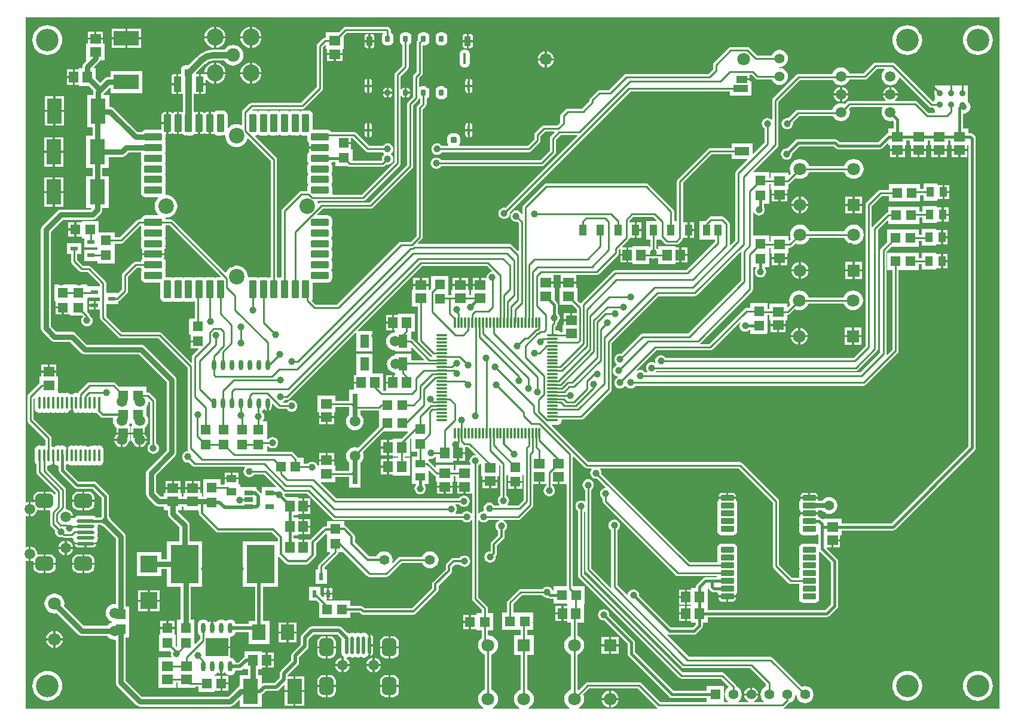
<source format=gtl>
G04 Layer_Physical_Order=1*
G04 Layer_Color=255*
%FSLAX44Y44*%
%MOMM*%
G71*
G01*
G75*
%ADD10C,0.9000*%
%ADD11R,1.3500X1.4500*%
%ADD12R,1.4500X1.3500*%
G04:AMPARAMS|DCode=13|XSize=2mm|YSize=2.5mm|CornerRadius=0.5mm|HoleSize=0mm|Usage=FLASHONLY|Rotation=0.000|XOffset=0mm|YOffset=0mm|HoleType=Round|Shape=RoundedRectangle|*
%AMROUNDEDRECTD13*
21,1,2.0000,1.5000,0,0,0.0*
21,1,1.0000,2.5000,0,0,0.0*
1,1,1.0000,0.5000,-0.7500*
1,1,1.0000,-0.5000,-0.7500*
1,1,1.0000,-0.5000,0.7500*
1,1,1.0000,0.5000,0.7500*
%
%ADD13ROUNDEDRECTD13*%
%ADD14O,0.5000X2.5000*%
%ADD15R,1.0000X1.6000*%
%ADD16R,2.0000X1.2000*%
%ADD17R,1.5500X1.0000*%
%ADD18R,2.0000X1.0000*%
%ADD19R,3.5500X2.1500*%
%ADD20R,1.4000X1.5500*%
%ADD21R,1.5500X1.4000*%
%ADD22R,2.4500X2.4000*%
%ADD23R,2.1500X3.5500*%
%ADD24R,1.9500X2.2500*%
%ADD25R,3.9500X5.5000*%
G04:AMPARAMS|DCode=26|XSize=0.8mm|YSize=1.8mm|CornerRadius=0.1mm|HoleSize=0mm|Usage=FLASHONLY|Rotation=270.000|XOffset=0mm|YOffset=0mm|HoleType=Round|Shape=RoundedRectangle|*
%AMROUNDEDRECTD26*
21,1,0.8000,1.6000,0,0,270.0*
21,1,0.6000,1.8000,0,0,270.0*
1,1,0.2000,-0.8000,-0.3000*
1,1,0.2000,-0.8000,0.3000*
1,1,0.2000,0.8000,0.3000*
1,1,0.2000,0.8000,-0.3000*
%
%ADD26ROUNDEDRECTD26*%
%ADD27R,1.0000X0.6000*%
G04:AMPARAMS|DCode=28|XSize=2.5mm|YSize=1mm|CornerRadius=0.125mm|HoleSize=0mm|Usage=FLASHONLY|Rotation=90.000|XOffset=0mm|YOffset=0mm|HoleType=Round|Shape=RoundedRectangle|*
%AMROUNDEDRECTD28*
21,1,2.5000,0.7500,0,0,90.0*
21,1,2.2500,1.0000,0,0,90.0*
1,1,0.2500,0.3750,1.1250*
1,1,0.2500,0.3750,-1.1250*
1,1,0.2500,-0.3750,-1.1250*
1,1,0.2500,-0.3750,1.1250*
%
%ADD28ROUNDEDRECTD28*%
G04:AMPARAMS|DCode=29|XSize=2.5mm|YSize=1mm|CornerRadius=0.125mm|HoleSize=0mm|Usage=FLASHONLY|Rotation=180.000|XOffset=0mm|YOffset=0mm|HoleType=Round|Shape=RoundedRectangle|*
%AMROUNDEDRECTD29*
21,1,2.5000,0.7500,0,0,180.0*
21,1,2.2500,1.0000,0,0,180.0*
1,1,0.2500,-1.1250,0.3750*
1,1,0.2500,1.1250,0.3750*
1,1,0.2500,1.1250,-0.3750*
1,1,0.2500,-1.1250,-0.3750*
%
%ADD29ROUNDEDRECTD29*%
%ADD30C,2.2000*%
%ADD31O,0.6000X1.4500*%
%ADD32R,3.2000X2.5100*%
%ADD33R,1.2000X0.6500*%
G04:AMPARAMS|DCode=34|XSize=1.5mm|YSize=0.4mm|CornerRadius=0.05mm|HoleSize=0mm|Usage=FLASHONLY|Rotation=90.000|XOffset=0mm|YOffset=0mm|HoleType=Round|Shape=RoundedRectangle|*
%AMROUNDEDRECTD34*
21,1,1.5000,0.3000,0,0,90.0*
21,1,1.4000,0.4000,0,0,90.0*
1,1,0.1000,0.1500,0.7000*
1,1,0.1000,0.1500,-0.7000*
1,1,0.1000,-0.1500,-0.7000*
1,1,0.1000,-0.1500,0.7000*
%
%ADD34ROUNDEDRECTD34*%
G04:AMPARAMS|DCode=35|XSize=0.8mm|YSize=0.8mm|CornerRadius=0.1mm|HoleSize=0mm|Usage=FLASHONLY|Rotation=90.000|XOffset=0mm|YOffset=0mm|HoleType=Round|Shape=RoundedRectangle|*
%AMROUNDEDRECTD35*
21,1,0.8000,0.6000,0,0,90.0*
21,1,0.6000,0.8000,0,0,90.0*
1,1,0.2000,0.3000,0.3000*
1,1,0.2000,0.3000,-0.3000*
1,1,0.2000,-0.3000,-0.3000*
1,1,0.2000,-0.3000,0.3000*
%
%ADD35ROUNDEDRECTD35*%
G04:AMPARAMS|DCode=36|XSize=1.4mm|YSize=0.87mm|CornerRadius=0.1088mm|HoleSize=0mm|Usage=FLASHONLY|Rotation=90.000|XOffset=0mm|YOffset=0mm|HoleType=Round|Shape=RoundedRectangle|*
%AMROUNDEDRECTD36*
21,1,1.4000,0.6525,0,0,90.0*
21,1,1.1825,0.8700,0,0,90.0*
1,1,0.2175,0.3262,0.5913*
1,1,0.2175,0.3262,-0.5913*
1,1,0.2175,-0.3262,-0.5913*
1,1,0.2175,-0.3262,0.5913*
%
%ADD36ROUNDEDRECTD36*%
G04:AMPARAMS|DCode=37|XSize=1.4mm|YSize=0.42mm|CornerRadius=0.0525mm|HoleSize=0mm|Usage=FLASHONLY|Rotation=90.000|XOffset=0mm|YOffset=0mm|HoleType=Round|Shape=RoundedRectangle|*
%AMROUNDEDRECTD37*
21,1,1.4000,0.3150,0,0,90.0*
21,1,1.2950,0.4200,0,0,90.0*
1,1,0.1050,0.1575,0.6475*
1,1,0.1050,0.1575,-0.6475*
1,1,0.1050,-0.1575,-0.6475*
1,1,0.1050,-0.1575,0.6475*
%
%ADD37ROUNDEDRECTD37*%
G04:AMPARAMS|DCode=38|XSize=1.4mm|YSize=0.8mm|CornerRadius=0.1mm|HoleSize=0mm|Usage=FLASHONLY|Rotation=90.000|XOffset=0mm|YOffset=0mm|HoleType=Round|Shape=RoundedRectangle|*
%AMROUNDEDRECTD38*
21,1,1.4000,0.6000,0,0,90.0*
21,1,1.2000,0.8000,0,0,90.0*
1,1,0.2000,0.3000,0.6000*
1,1,0.2000,0.3000,-0.6000*
1,1,0.2000,-0.3000,-0.6000*
1,1,0.2000,-0.3000,0.6000*
%
%ADD38ROUNDEDRECTD38*%
G04:AMPARAMS|DCode=39|XSize=0.6mm|YSize=0.8mm|CornerRadius=0.075mm|HoleSize=0mm|Usage=FLASHONLY|Rotation=180.000|XOffset=0mm|YOffset=0mm|HoleType=Round|Shape=RoundedRectangle|*
%AMROUNDEDRECTD39*
21,1,0.6000,0.6500,0,0,180.0*
21,1,0.4500,0.8000,0,0,180.0*
1,1,0.1500,-0.2250,0.3250*
1,1,0.1500,0.2250,0.3250*
1,1,0.1500,0.2250,-0.3250*
1,1,0.1500,-0.2250,-0.3250*
%
%ADD39ROUNDEDRECTD39*%
%ADD40O,2.5000X0.5000*%
G04:AMPARAMS|DCode=41|XSize=2mm|YSize=2.5mm|CornerRadius=0.5mm|HoleSize=0mm|Usage=FLASHONLY|Rotation=270.000|XOffset=0mm|YOffset=0mm|HoleType=Round|Shape=RoundedRectangle|*
%AMROUNDEDRECTD41*
21,1,2.0000,1.5000,0,0,270.0*
21,1,1.0000,2.5000,0,0,270.0*
1,1,1.0000,-0.7500,-0.5000*
1,1,1.0000,-0.7500,0.5000*
1,1,1.0000,0.7500,0.5000*
1,1,1.0000,0.7500,-0.5000*
%
%ADD41ROUNDEDRECTD41*%
G04:AMPARAMS|DCode=42|XSize=1.05mm|YSize=2.2mm|CornerRadius=0.0525mm|HoleSize=0mm|Usage=FLASHONLY|Rotation=180.000|XOffset=0mm|YOffset=0mm|HoleType=Round|Shape=RoundedRectangle|*
%AMROUNDEDRECTD42*
21,1,1.0500,2.0950,0,0,180.0*
21,1,0.9450,2.2000,0,0,180.0*
1,1,0.1050,-0.4725,1.0475*
1,1,0.1050,0.4725,1.0475*
1,1,0.1050,0.4725,-1.0475*
1,1,0.1050,-0.4725,-1.0475*
%
%ADD42ROUNDEDRECTD42*%
G04:AMPARAMS|DCode=43|XSize=1.1mm|YSize=1.1mm|CornerRadius=0.11mm|HoleSize=0mm|Usage=FLASHONLY|Rotation=180.000|XOffset=0mm|YOffset=0mm|HoleType=Round|Shape=RoundedRectangle|*
%AMROUNDEDRECTD43*
21,1,1.1000,0.8800,0,0,180.0*
21,1,0.8800,1.1000,0,0,180.0*
1,1,0.2200,-0.4400,0.4400*
1,1,0.2200,0.4400,0.4400*
1,1,0.2200,0.4400,-0.4400*
1,1,0.2200,-0.4400,-0.4400*
%
%ADD43ROUNDEDRECTD43*%
%ADD44R,0.6500X4.0000*%
%ADD45R,1.3000X1.9000*%
%ADD46O,0.3500X1.6500*%
%ADD47O,1.6500X0.3500*%
%ADD48O,0.3000X1.8500*%
%ADD49R,1.4000X1.0000*%
%ADD50R,1.0000X1.4000*%
%ADD51R,0.6000X1.0000*%
%ADD52C,0.9100*%
%ADD53C,0.2500*%
%ADD54C,0.3000*%
%ADD55C,0.8000*%
%ADD56C,0.5000*%
%ADD57C,0.4000*%
%ADD58C,0.7000*%
%ADD59C,1.5000*%
%ADD60C,1.7000*%
%ADD61C,1.8000*%
%ADD62C,3.2000*%
%ADD63C,2.4000*%
%ADD64C,1.9000*%
%ADD65C,1.4000*%
%ADD66R,1.4000X1.4000*%
%ADD67R,1.8000X1.8000*%
%ADD68R,1.8000X1.8000*%
%ADD69C,1.0000*%
G36*
X2626801Y1545464D02*
X2626085Y1544915D01*
X2624081Y1542304D01*
X2622822Y1539263D01*
X2622392Y1536000D01*
X2622822Y1532737D01*
X2624081Y1529696D01*
X2626085Y1527085D01*
X2628696Y1525081D01*
X2631737Y1523822D01*
X2635000Y1523392D01*
X2638263Y1523822D01*
X2641304Y1525081D01*
X2643915Y1527085D01*
X2645919Y1529696D01*
X2647178Y1532737D01*
X2647335Y1533926D01*
X2648538Y1534334D01*
X2690186Y1492686D01*
X2691592Y1491747D01*
X2693250Y1491417D01*
X2695958D01*
X2696158Y1490934D01*
X2697689Y1488939D01*
X2698000Y1488700D01*
Y1485603D01*
X2697006Y1484333D01*
X2688795D01*
X2673064Y1500064D01*
X2671658Y1501003D01*
X2670000Y1501333D01*
X2642258D01*
X2641826Y1502603D01*
X2642489Y1503111D01*
X2644172Y1505305D01*
X2645230Y1507859D01*
X2645393Y1509100D01*
X2624607D01*
X2624770Y1507859D01*
X2625828Y1505305D01*
X2627511Y1503111D01*
X2628174Y1502603D01*
X2627742Y1501333D01*
X2576800D01*
X2575142Y1501003D01*
X2573736Y1500064D01*
X2570234Y1496562D01*
X2568263Y1497378D01*
X2565000Y1497808D01*
X2561737Y1497378D01*
X2558696Y1496119D01*
X2556085Y1494115D01*
X2554081Y1491504D01*
X2552851Y1488533D01*
X2504200D01*
X2502542Y1488203D01*
X2501136Y1487264D01*
X2490715Y1476843D01*
X2489000Y1477069D01*
X2486912Y1476794D01*
X2484966Y1475988D01*
X2483294Y1474706D01*
X2482012Y1473035D01*
X2481206Y1471088D01*
X2480931Y1469000D01*
X2481206Y1466912D01*
X2482012Y1464966D01*
X2483294Y1463294D01*
X2484966Y1462012D01*
X2486912Y1461206D01*
X2489000Y1460931D01*
X2491088Y1461206D01*
X2493035Y1462012D01*
X2494706Y1463294D01*
X2495988Y1464966D01*
X2496794Y1466912D01*
X2497069Y1469000D01*
X2496843Y1470715D01*
X2505995Y1479867D01*
X2553679D01*
X2554081Y1478896D01*
X2556085Y1476285D01*
X2558696Y1474281D01*
X2561737Y1473022D01*
X2565000Y1472592D01*
X2568263Y1473022D01*
X2571304Y1474281D01*
X2573915Y1476285D01*
X2575919Y1478896D01*
X2577178Y1481937D01*
X2577608Y1485200D01*
X2577178Y1488463D01*
X2576362Y1490434D01*
X2578595Y1492667D01*
X2623538D01*
X2623707Y1492325D01*
X2624037Y1491397D01*
X2622822Y1488463D01*
X2622392Y1485200D01*
X2622822Y1481937D01*
X2624081Y1478896D01*
X2626085Y1476285D01*
X2628696Y1474281D01*
X2631737Y1473022D01*
X2635000Y1472592D01*
X2638263Y1473022D01*
X2638675Y1473192D01*
X2639902Y1472326D01*
Y1462500D01*
X2632250D01*
Y1455508D01*
X2630749Y1455210D01*
X2629095Y1454105D01*
X2617888Y1442898D01*
X2563112D01*
X2560405Y1445605D01*
X2558751Y1446710D01*
X2556800Y1447098D01*
X2504000D01*
X2502049Y1446710D01*
X2500395Y1445605D01*
X2488759Y1433969D01*
X2488000Y1434069D01*
X2485912Y1433794D01*
X2483965Y1432988D01*
X2482294Y1431706D01*
X2481012Y1430034D01*
X2480206Y1428088D01*
X2479931Y1426000D01*
X2480206Y1423912D01*
X2481012Y1421965D01*
X2482294Y1420294D01*
X2483965Y1419012D01*
X2485912Y1418206D01*
X2488000Y1417931D01*
X2490088Y1418206D01*
X2492034Y1419012D01*
X2493706Y1420294D01*
X2494988Y1421965D01*
X2495794Y1423912D01*
X2496069Y1426000D01*
X2495969Y1426759D01*
X2506112Y1436902D01*
X2554688D01*
X2557395Y1434195D01*
X2559049Y1433090D01*
X2561000Y1432702D01*
X2620000D01*
X2621951Y1433090D01*
X2623605Y1434195D01*
X2631077Y1441667D01*
X2632250Y1441181D01*
Y1438500D01*
X2634250D01*
Y1433000D01*
X2655750D01*
Y1438500D01*
X2657750D01*
Y1445402D01*
X2662250D01*
Y1438500D01*
X2664250D01*
Y1433000D01*
X2685750D01*
Y1438500D01*
X2687750D01*
Y1445402D01*
X2691250D01*
Y1438500D01*
X2693250D01*
Y1433000D01*
X2714750D01*
Y1438500D01*
X2716750D01*
Y1445402D01*
X2720250D01*
Y1438500D01*
X2722250D01*
Y1433000D01*
X2743750D01*
Y1438500D01*
X2745750D01*
X2745902Y1437293D01*
Y1012112D01*
X2636389Y902598D01*
X2565750D01*
Y909500D01*
X2540250D01*
Y908619D01*
X2539077Y908133D01*
X2537605Y909605D01*
X2535951Y910710D01*
X2534000Y911098D01*
X2533700D01*
X2533652Y911341D01*
X2532326Y913326D01*
X2531989Y913551D01*
X2532078Y914000D01*
Y915500D01*
X2520000D01*
X2507922D01*
Y914000D01*
X2508011Y913551D01*
X2507674Y913326D01*
X2506348Y911341D01*
X2505883Y909000D01*
Y903000D01*
X2506348Y900659D01*
X2506454Y900500D01*
X2506348Y900341D01*
X2505883Y898000D01*
Y892000D01*
X2506348Y889659D01*
X2507674Y887674D01*
X2509659Y886348D01*
X2512000Y885882D01*
X2528000D01*
X2530341Y886348D01*
X2531632Y887211D01*
X2532902Y886532D01*
Y873468D01*
X2531632Y872789D01*
X2530341Y873652D01*
X2528000Y874118D01*
X2512000D01*
X2509659Y873652D01*
X2507674Y872326D01*
X2506348Y870341D01*
X2505883Y868000D01*
Y862000D01*
X2506348Y859659D01*
X2506454Y859500D01*
X2506348Y859341D01*
X2505883Y857000D01*
Y851000D01*
X2506348Y848659D01*
X2506454Y848500D01*
X2506348Y848341D01*
X2505883Y846000D01*
Y840000D01*
X2506348Y837659D01*
X2506454Y837500D01*
X2506348Y837341D01*
X2505883Y835000D01*
Y829000D01*
X2506348Y826659D01*
X2506454Y826500D01*
X2506348Y826341D01*
X2506148Y825333D01*
X2495795D01*
X2477333Y843795D01*
Y934000D01*
X2477003Y935658D01*
X2476064Y937064D01*
X2425064Y988064D01*
X2423658Y989003D01*
X2422000Y989333D01*
X2206795D01*
X2155110Y1041019D01*
X2155596Y1042192D01*
X2162750D01*
X2164512Y1042424D01*
X2166154Y1043104D01*
X2167564Y1044186D01*
X2168646Y1045596D01*
X2169326Y1047238D01*
X2169558Y1049000D01*
X2170143Y1049667D01*
X2197000D01*
X2198658Y1049997D01*
X2200064Y1050936D01*
X2239064Y1089936D01*
X2240003Y1091342D01*
X2240333Y1093000D01*
Y1158205D01*
X2306795Y1224667D01*
X2358000D01*
X2359658Y1224997D01*
X2361064Y1225936D01*
X2422397Y1287269D01*
X2423667Y1286743D01*
Y1246795D01*
X2348205Y1171333D01*
X2284000D01*
X2282342Y1171003D01*
X2280936Y1170064D01*
X2253715Y1142843D01*
X2252000Y1143069D01*
X2249912Y1142794D01*
X2247966Y1141988D01*
X2246294Y1140706D01*
X2245012Y1139035D01*
X2244206Y1137088D01*
X2243931Y1135000D01*
X2244206Y1132912D01*
X2245012Y1130965D01*
X2246294Y1129294D01*
X2247888Y1128072D01*
X2247924Y1127395D01*
X2247749Y1126727D01*
X2245966Y1125988D01*
X2244294Y1124706D01*
X2243012Y1123035D01*
X2242206Y1121088D01*
X2241931Y1119000D01*
X2242206Y1116912D01*
X2243012Y1114966D01*
X2244294Y1113294D01*
X2245966Y1112012D01*
X2247912Y1111206D01*
X2249621Y1110981D01*
X2249709Y1110621D01*
X2249669Y1109694D01*
X2247966Y1108988D01*
X2246294Y1107706D01*
X2245012Y1106034D01*
X2244206Y1104088D01*
X2243931Y1102000D01*
X2244206Y1099912D01*
X2245012Y1097965D01*
X2246294Y1096294D01*
X2247966Y1095012D01*
X2249912Y1094206D01*
X2252000Y1093931D01*
X2254088Y1094206D01*
X2256035Y1095012D01*
X2257706Y1096294D01*
X2258760Y1097669D01*
X2259235Y1097781D01*
X2259765D01*
X2260240Y1097669D01*
X2261294Y1096294D01*
X2262966Y1095012D01*
X2264912Y1094206D01*
X2267000Y1093931D01*
X2269088Y1094206D01*
X2271035Y1095012D01*
X2272706Y1096294D01*
X2273759Y1097667D01*
X2597000D01*
X2598658Y1097997D01*
X2600064Y1098936D01*
X2645564Y1144436D01*
X2646503Y1145842D01*
X2646833Y1147500D01*
Y1261750D01*
X2675250D01*
Y1269667D01*
X2679750D01*
Y1262000D01*
X2699750D01*
Y1262937D01*
X2700250Y1264000D01*
X2701020Y1264000D01*
X2706750D01*
Y1274000D01*
Y1284000D01*
X2701020D01*
X2700250Y1284000D01*
X2699750Y1285063D01*
Y1286000D01*
X2679750D01*
Y1278333D01*
X2675250D01*
Y1286250D01*
X2630750D01*
Y1261750D01*
X2638167D01*
Y1149295D01*
X2630319Y1141447D01*
X2629149Y1142073D01*
X2629333Y1143000D01*
Y1287705D01*
X2636378Y1294750D01*
X2675250D01*
Y1302667D01*
X2679750D01*
Y1296000D01*
X2699750D01*
Y1296937D01*
X2700250Y1298000D01*
X2701020Y1298000D01*
X2706750D01*
Y1308000D01*
Y1318000D01*
X2701020D01*
X2700250Y1318000D01*
X2699750Y1319063D01*
Y1320000D01*
X2679750D01*
Y1311333D01*
X2675250D01*
Y1319250D01*
X2630750D01*
Y1301378D01*
X2621936Y1292564D01*
X2620997Y1291158D01*
X2620667Y1289500D01*
Y1144795D01*
X2592205Y1116333D01*
X2303388D01*
X2302943Y1117603D01*
X2303759Y1118667D01*
X2586000D01*
X2587658Y1118997D01*
X2589064Y1119936D01*
X2616064Y1146936D01*
X2617003Y1148342D01*
X2617333Y1150000D01*
Y1318205D01*
X2630576Y1331449D01*
X2631750Y1330963D01*
Y1326750D01*
X2676250D01*
Y1335667D01*
X2680750D01*
Y1328000D01*
X2700750D01*
Y1328937D01*
X2701250Y1330000D01*
X2702020Y1330000D01*
X2707750D01*
Y1340000D01*
Y1350000D01*
X2702020D01*
X2701250Y1350000D01*
X2700750Y1351063D01*
Y1352000D01*
X2680750D01*
Y1344333D01*
X2676250D01*
Y1351250D01*
X2631750D01*
Y1343284D01*
X2630342Y1343003D01*
X2628936Y1342064D01*
X2609936Y1323064D01*
X2609603Y1322566D01*
X2608333Y1322951D01*
Y1352205D01*
X2622795Y1366667D01*
X2632750D01*
Y1358750D01*
X2677250D01*
Y1367667D01*
X2681750D01*
Y1360000D01*
X2701750D01*
Y1360937D01*
X2702250Y1362000D01*
X2703020Y1362000D01*
X2708750D01*
Y1372000D01*
Y1382000D01*
X2703020D01*
X2702250Y1382000D01*
X2701750Y1383063D01*
Y1384000D01*
X2681750D01*
Y1376333D01*
X2677250D01*
Y1383250D01*
X2632750D01*
Y1375333D01*
X2621000D01*
X2619342Y1375003D01*
X2617936Y1374064D01*
X2600936Y1357064D01*
X2599997Y1355658D01*
X2599667Y1354000D01*
Y1153795D01*
X2583205Y1137333D01*
X2316759D01*
X2315706Y1138706D01*
X2314034Y1139988D01*
X2312088Y1140794D01*
X2310000Y1141069D01*
X2307912Y1140794D01*
X2305966Y1139988D01*
X2304294Y1138706D01*
X2303012Y1137035D01*
X2302206Y1135088D01*
X2301931Y1133000D01*
X2302206Y1130912D01*
X2302341Y1130587D01*
X2301297Y1129786D01*
X2301035Y1129988D01*
X2299088Y1130794D01*
X2297000Y1131069D01*
X2294912Y1130794D01*
X2292966Y1129988D01*
X2291294Y1128706D01*
X2290012Y1127035D01*
X2289206Y1125088D01*
X2288931Y1123000D01*
X2289206Y1120912D01*
X2290012Y1118966D01*
X2291057Y1117603D01*
X2290612Y1116333D01*
X2287759D01*
X2286706Y1117706D01*
X2285034Y1118988D01*
X2283088Y1119794D01*
X2281000Y1120069D01*
X2278912Y1119794D01*
X2276965Y1118988D01*
X2276736Y1118812D01*
X2275897Y1119769D01*
X2303795Y1147667D01*
X2380000D01*
X2381658Y1147997D01*
X2383064Y1148936D01*
X2421731Y1187603D01*
X2422688Y1186764D01*
X2422512Y1186535D01*
X2421706Y1184588D01*
X2421431Y1182500D01*
X2421706Y1180412D01*
X2422512Y1178465D01*
X2423794Y1176794D01*
X2425466Y1175512D01*
X2427412Y1174706D01*
X2429500Y1174431D01*
X2431588Y1174706D01*
X2433535Y1175512D01*
X2435206Y1176794D01*
X2435480Y1177152D01*
X2436750Y1176892D01*
Y1170750D01*
X2461250D01*
Y1191750D01*
Y1198167D01*
X2463250D01*
Y1190500D01*
X2465250D01*
Y1185000D01*
X2486750D01*
Y1190500D01*
X2488750D01*
Y1198167D01*
X2489850D01*
X2491508Y1198497D01*
X2492914Y1199436D01*
X2499588Y1206110D01*
X2502315Y1204980D01*
X2505970Y1204499D01*
X2509625Y1204980D01*
X2513030Y1206391D01*
X2515955Y1208635D01*
X2518199Y1211559D01*
X2519329Y1214287D01*
X2568811D01*
X2569941Y1211559D01*
X2572185Y1208635D01*
X2575110Y1206391D01*
X2578515Y1204980D01*
X2582170Y1204499D01*
X2585825Y1204980D01*
X2589230Y1206391D01*
X2592155Y1208635D01*
X2594399Y1211559D01*
X2595810Y1214965D01*
X2596291Y1218620D01*
X2595810Y1222274D01*
X2594399Y1225680D01*
X2592155Y1228605D01*
X2589230Y1230849D01*
X2585825Y1232259D01*
X2582170Y1232741D01*
X2578515Y1232259D01*
X2575110Y1230849D01*
X2572185Y1228605D01*
X2569941Y1225680D01*
X2568811Y1222953D01*
X2519329D01*
X2518199Y1225680D01*
X2515955Y1228605D01*
X2513030Y1230849D01*
X2509625Y1232259D01*
X2505970Y1232741D01*
X2502315Y1232259D01*
X2498910Y1230849D01*
X2495985Y1228605D01*
X2493741Y1225680D01*
X2492330Y1222274D01*
X2491849Y1218620D01*
X2492330Y1214965D01*
X2493460Y1212238D01*
X2489923Y1208701D01*
X2488750Y1209187D01*
Y1214500D01*
X2463250D01*
Y1206833D01*
X2461250D01*
Y1215250D01*
X2436750D01*
Y1207833D01*
X2431500D01*
X2429842Y1207503D01*
X2428436Y1206564D01*
X2378205Y1156333D01*
X2365951D01*
X2365566Y1157603D01*
X2366064Y1157936D01*
X2439064Y1230936D01*
X2440003Y1232342D01*
X2440333Y1234000D01*
Y1265750D01*
X2444569D01*
X2444889Y1265290D01*
X2445121Y1264480D01*
X2444012Y1263035D01*
X2443206Y1261088D01*
X2442931Y1259000D01*
X2443206Y1256912D01*
X2444012Y1254966D01*
X2445294Y1253294D01*
X2446965Y1252012D01*
X2448912Y1251206D01*
X2451000Y1250931D01*
X2453088Y1251206D01*
X2455034Y1252012D01*
X2456706Y1253294D01*
X2457988Y1254966D01*
X2458794Y1256912D01*
X2459069Y1259000D01*
X2458794Y1261088D01*
X2457988Y1263035D01*
X2456879Y1264480D01*
X2457111Y1265290D01*
X2457431Y1265750D01*
X2463250D01*
Y1286750D01*
Y1293167D01*
X2465250D01*
Y1285500D01*
X2467250D01*
Y1280000D01*
X2488750D01*
Y1285500D01*
X2490750D01*
Y1293167D01*
X2492600D01*
X2494258Y1293497D01*
X2495664Y1294436D01*
X2500588Y1299360D01*
X2503315Y1298230D01*
X2506970Y1297749D01*
X2510625Y1298230D01*
X2514030Y1299641D01*
X2516955Y1301885D01*
X2519199Y1304810D01*
X2520329Y1307537D01*
X2569811D01*
X2570941Y1304810D01*
X2573185Y1301885D01*
X2576110Y1299641D01*
X2579515Y1298230D01*
X2583170Y1297749D01*
X2586825Y1298230D01*
X2590230Y1299641D01*
X2593155Y1301885D01*
X2595399Y1304810D01*
X2596810Y1308215D01*
X2597291Y1311870D01*
X2596810Y1315525D01*
X2595399Y1318930D01*
X2593155Y1321855D01*
X2590230Y1324099D01*
X2586825Y1325510D01*
X2583170Y1325991D01*
X2579515Y1325510D01*
X2576110Y1324099D01*
X2573185Y1321855D01*
X2570941Y1318930D01*
X2569811Y1316203D01*
X2520329D01*
X2519199Y1318930D01*
X2516955Y1321855D01*
X2514030Y1324099D01*
X2510625Y1325510D01*
X2506970Y1325991D01*
X2503315Y1325510D01*
X2499910Y1324099D01*
X2496985Y1321855D01*
X2494741Y1318930D01*
X2493330Y1315525D01*
X2492849Y1311870D01*
X2493330Y1308215D01*
X2494460Y1305488D01*
X2492020Y1303048D01*
X2490750Y1303574D01*
Y1309500D01*
X2465250D01*
Y1301833D01*
X2463250D01*
Y1310250D01*
X2440333D01*
Y1343700D01*
X2441603Y1343952D01*
X2442012Y1342966D01*
X2443294Y1341294D01*
X2444966Y1340012D01*
X2446912Y1339206D01*
X2449000Y1338931D01*
X2451088Y1339206D01*
X2453035Y1340012D01*
X2454706Y1341294D01*
X2455988Y1342966D01*
X2456794Y1344912D01*
X2457069Y1347000D01*
X2456794Y1349088D01*
X2456098Y1350769D01*
Y1355750D01*
X2463250D01*
Y1376750D01*
Y1383167D01*
X2465250D01*
Y1375500D01*
X2467250D01*
Y1370000D01*
X2488750D01*
Y1375500D01*
X2490750D01*
Y1383415D01*
X2491158Y1383497D01*
X2492564Y1384436D01*
X2500418Y1392290D01*
X2503145Y1391160D01*
X2506800Y1390679D01*
X2510455Y1391160D01*
X2513860Y1392571D01*
X2516785Y1394815D01*
X2519029Y1397740D01*
X2520159Y1400467D01*
X2569641D01*
X2570771Y1397740D01*
X2573015Y1394815D01*
X2575940Y1392571D01*
X2579345Y1391160D01*
X2583000Y1390679D01*
X2586655Y1391160D01*
X2590060Y1392571D01*
X2592985Y1394815D01*
X2595229Y1397740D01*
X2596640Y1401145D01*
X2597121Y1404800D01*
X2596640Y1408455D01*
X2595229Y1411860D01*
X2592985Y1414785D01*
X2590060Y1417029D01*
X2586655Y1418440D01*
X2583000Y1418921D01*
X2579345Y1418440D01*
X2575940Y1417029D01*
X2573015Y1414785D01*
X2570771Y1411860D01*
X2569641Y1409133D01*
X2520159D01*
X2519029Y1411860D01*
X2516785Y1414785D01*
X2513860Y1417029D01*
X2510455Y1418440D01*
X2506800Y1418921D01*
X2503145Y1418440D01*
X2499740Y1417029D01*
X2496815Y1414785D01*
X2494571Y1411860D01*
X2493160Y1408455D01*
X2492679Y1404800D01*
X2493160Y1401145D01*
X2494290Y1398418D01*
X2491923Y1396051D01*
X2490750Y1396537D01*
Y1399500D01*
X2465250D01*
Y1391833D01*
X2463250D01*
Y1400250D01*
X2441037D01*
X2440551Y1401423D01*
X2475064Y1435936D01*
X2476003Y1437342D01*
X2476333Y1439000D01*
Y1500205D01*
X2506795Y1530667D01*
X2553679D01*
X2554081Y1529696D01*
X2556085Y1527085D01*
X2558696Y1525081D01*
X2561737Y1523822D01*
X2565000Y1523392D01*
X2568263Y1523822D01*
X2571304Y1525081D01*
X2573915Y1527085D01*
X2575919Y1529696D01*
X2576735Y1531667D01*
X2599000D01*
X2600658Y1531997D01*
X2602064Y1532936D01*
X2615795Y1546667D01*
X2626392D01*
X2626801Y1545464D01*
D02*
G37*
G36*
X1785811Y1452863D02*
X1788250Y1452377D01*
X1795750D01*
X1798189Y1452863D01*
X1799500Y1453739D01*
X1800811Y1452863D01*
X1803250Y1452377D01*
X1809377D01*
Y1446250D01*
X1809863Y1443811D01*
X1811244Y1441744D01*
X1811517Y1441561D01*
X1811747Y1440408D01*
X1811417Y1438750D01*
Y1436500D01*
X1827000D01*
Y1433500D01*
X1811417D01*
Y1431250D01*
X1811747Y1429592D01*
X1811517Y1428439D01*
X1811244Y1428256D01*
X1809863Y1426189D01*
X1809377Y1423750D01*
Y1416250D01*
X1809863Y1413811D01*
X1810739Y1412500D01*
X1809863Y1411189D01*
X1809377Y1408750D01*
Y1401250D01*
X1809863Y1398811D01*
X1810739Y1397500D01*
X1809863Y1396189D01*
X1809377Y1393750D01*
Y1386250D01*
X1809863Y1383811D01*
X1810739Y1382500D01*
X1809863Y1381189D01*
X1809377Y1378750D01*
Y1373333D01*
X1801000D01*
X1799342Y1373003D01*
X1797936Y1372064D01*
X1773936Y1348064D01*
X1772997Y1346658D01*
X1772667Y1345000D01*
Y1251506D01*
X1770811Y1251137D01*
X1769500Y1250261D01*
X1768189Y1251137D01*
X1766333Y1251506D01*
Y1418092D01*
X1766003Y1419750D01*
X1765064Y1421156D01*
X1735016Y1451204D01*
X1735502Y1452377D01*
X1735750D01*
X1738189Y1452863D01*
X1739500Y1453739D01*
X1740811Y1452863D01*
X1743250Y1452377D01*
X1750750D01*
X1753189Y1452863D01*
X1754500Y1453739D01*
X1755811Y1452863D01*
X1758250Y1452377D01*
X1765750D01*
X1768189Y1452863D01*
X1769500Y1453739D01*
X1770811Y1452863D01*
X1773250Y1452377D01*
X1780750D01*
X1783189Y1452863D01*
X1784500Y1453739D01*
X1785811Y1452863D01*
D02*
G37*
G36*
X1891936Y1429936D02*
X1893342Y1428997D01*
X1895000Y1428667D01*
X1916241D01*
X1917294Y1427294D01*
X1917938Y1426800D01*
Y1425200D01*
X1917294Y1424706D01*
X1916012Y1423035D01*
X1915206Y1421088D01*
X1914931Y1419000D01*
X1915157Y1417285D01*
X1914205Y1416333D01*
X1873250D01*
Y1432250D01*
X1871250D01*
Y1440000D01*
X1861000D01*
Y1443000D01*
X1871250D01*
Y1448667D01*
X1873205D01*
X1891936Y1429936D01*
D02*
G37*
G36*
X1574184Y1426670D02*
X1573863Y1426189D01*
X1573378Y1423750D01*
Y1416250D01*
X1573863Y1413811D01*
X1574739Y1412500D01*
X1573863Y1411189D01*
X1573378Y1408750D01*
Y1401250D01*
X1573863Y1398811D01*
X1574739Y1397500D01*
X1573863Y1396189D01*
X1573378Y1393750D01*
Y1386250D01*
X1573863Y1383811D01*
X1574739Y1382500D01*
X1573863Y1381189D01*
X1573378Y1378750D01*
Y1371250D01*
X1573863Y1368811D01*
X1575244Y1366744D01*
X1577311Y1365363D01*
X1579750Y1364878D01*
X1597585D01*
X1598013Y1363682D01*
X1597632Y1363368D01*
X1595632Y1360932D01*
X1594146Y1358153D01*
X1593232Y1355137D01*
X1592923Y1352000D01*
X1593232Y1348863D01*
X1594146Y1345847D01*
X1595632Y1343068D01*
X1597632Y1340632D01*
X1598013Y1340318D01*
X1597585Y1339122D01*
X1579750D01*
X1577311Y1338637D01*
X1575244Y1337256D01*
X1573863Y1335189D01*
X1573494Y1333333D01*
X1571000D01*
X1569342Y1333003D01*
X1567936Y1332064D01*
X1543705Y1307833D01*
X1536250D01*
Y1315250D01*
X1513250D01*
Y1331250D01*
X1489750D01*
Y1329250D01*
X1482000D01*
Y1319000D01*
Y1308750D01*
X1489750D01*
Y1306750D01*
X1493000D01*
Y1293500D01*
X1511750D01*
Y1290500D01*
X1493000D01*
Y1274500D01*
X1511750D01*
Y1270750D01*
X1536250D01*
Y1291750D01*
Y1299167D01*
X1545500D01*
X1547158Y1299496D01*
X1548564Y1300436D01*
X1572298Y1324169D01*
X1573676Y1323751D01*
X1573863Y1322811D01*
X1574739Y1321500D01*
X1573863Y1320189D01*
X1573378Y1317750D01*
Y1310250D01*
X1573863Y1307811D01*
X1574739Y1306500D01*
X1573863Y1305189D01*
X1573378Y1302750D01*
Y1295250D01*
X1573863Y1292811D01*
X1575244Y1290744D01*
X1575517Y1290562D01*
X1575747Y1289408D01*
X1575417Y1287750D01*
Y1285500D01*
X1591000D01*
X1606583D01*
Y1287750D01*
X1606253Y1289408D01*
X1606483Y1290562D01*
X1606756Y1290744D01*
X1608137Y1292811D01*
X1608622Y1295250D01*
Y1302750D01*
X1608137Y1305189D01*
X1607261Y1306500D01*
X1608137Y1307811D01*
X1608622Y1310250D01*
Y1317750D01*
X1608137Y1320189D01*
X1607261Y1321500D01*
X1608137Y1322811D01*
X1608506Y1324667D01*
X1614205D01*
X1686076Y1252796D01*
X1685590Y1251622D01*
X1682250D01*
X1679811Y1251137D01*
X1678500Y1250261D01*
X1677189Y1251137D01*
X1674750Y1251622D01*
X1667250D01*
X1664811Y1251137D01*
X1663500Y1250261D01*
X1662189Y1251137D01*
X1659750Y1251622D01*
X1652250D01*
X1649811Y1251137D01*
X1648500Y1250261D01*
X1647189Y1251137D01*
X1644750Y1251622D01*
X1637250D01*
X1634811Y1251137D01*
X1633500Y1250261D01*
X1632189Y1251137D01*
X1629750Y1251622D01*
X1622250D01*
X1619811Y1251137D01*
X1618500Y1250261D01*
X1617189Y1251137D01*
X1614750Y1251622D01*
X1608622D01*
Y1257750D01*
X1608137Y1260189D01*
X1607261Y1261500D01*
X1608137Y1262811D01*
X1608622Y1265250D01*
Y1272750D01*
X1608137Y1275189D01*
X1606756Y1277256D01*
X1606483Y1277439D01*
X1606253Y1278592D01*
X1606583Y1280250D01*
Y1282500D01*
X1591000D01*
X1575417D01*
Y1280250D01*
X1575747Y1278592D01*
X1575517Y1277439D01*
X1575244Y1277256D01*
X1573863Y1275189D01*
X1573494Y1273333D01*
X1566000D01*
X1564342Y1273003D01*
X1562936Y1272064D01*
X1547936Y1257064D01*
X1546997Y1255658D01*
X1546667Y1254000D01*
Y1233795D01*
X1541872Y1229000D01*
X1524333D01*
Y1243000D01*
X1524003Y1244658D01*
X1523064Y1246064D01*
X1503064Y1266064D01*
X1501658Y1267003D01*
X1500000Y1267333D01*
X1491795D01*
X1483333Y1275795D01*
Y1284000D01*
X1489000D01*
Y1300000D01*
X1469000D01*
Y1284000D01*
X1474667D01*
Y1274000D01*
X1474997Y1272342D01*
X1475936Y1270936D01*
X1486936Y1259936D01*
X1488342Y1258997D01*
X1490000Y1258667D01*
X1498205D01*
X1515667Y1241205D01*
Y1238500D01*
X1498000D01*
X1497250Y1239459D01*
Y1241250D01*
X1450750D01*
Y1217750D01*
X1452750D01*
Y1210000D01*
X1463000D01*
Y1208500D01*
X1464500D01*
Y1198750D01*
X1472750D01*
Y1196750D01*
X1490392D01*
X1491299Y1195782D01*
X1491294Y1195706D01*
X1490012Y1194035D01*
X1489206Y1192088D01*
X1488931Y1190000D01*
X1489206Y1187912D01*
X1490012Y1185965D01*
X1491294Y1184294D01*
X1492966Y1183012D01*
X1494912Y1182206D01*
X1497000Y1181931D01*
X1499088Y1182206D01*
X1501035Y1183012D01*
X1502706Y1184294D01*
X1503988Y1185965D01*
X1504794Y1187912D01*
X1505069Y1190000D01*
X1504794Y1192088D01*
X1503988Y1194035D01*
X1502706Y1195706D01*
X1501272Y1196805D01*
X1501003Y1198158D01*
X1500064Y1199564D01*
X1497250Y1202378D01*
Y1217750D01*
Y1221541D01*
X1498000Y1222500D01*
X1515667D01*
Y1217500D01*
X1509500D01*
Y1211500D01*
Y1205500D01*
X1515667D01*
Y1194000D01*
X1515997Y1192342D01*
X1516936Y1190936D01*
X1541936Y1165936D01*
X1543342Y1164997D01*
X1545000Y1164667D01*
X1598205D01*
X1639667Y1123205D01*
Y1009000D01*
X1639997Y1007342D01*
X1640723Y1006255D01*
X1640151Y1005049D01*
X1640000Y1005069D01*
X1637912Y1004794D01*
X1635966Y1003988D01*
X1634294Y1002706D01*
X1633012Y1001034D01*
X1632206Y999088D01*
X1631931Y997000D01*
X1632206Y994912D01*
X1633012Y992965D01*
X1634294Y991294D01*
X1635966Y990012D01*
X1637912Y989206D01*
X1640000Y988931D01*
X1641715Y989157D01*
X1646936Y983936D01*
X1648342Y982997D01*
X1650000Y982667D01*
X1720612D01*
X1721057Y981397D01*
X1720012Y980034D01*
X1719206Y978088D01*
X1718931Y976000D01*
X1719206Y973912D01*
X1720012Y971965D01*
X1721294Y970294D01*
X1722966Y969012D01*
X1724912Y968206D01*
X1727000Y967931D01*
X1729088Y968206D01*
X1731035Y969012D01*
X1732706Y970294D01*
X1733759Y971667D01*
X1748205D01*
X1764949Y954923D01*
X1764462Y953750D01*
X1744750D01*
Y945977D01*
X1743480Y945451D01*
X1739465Y949465D01*
X1737646Y950681D01*
X1737250Y950760D01*
Y953750D01*
X1715250D01*
Y953750D01*
X1714000Y953798D01*
Y957750D01*
X1713063D01*
X1712000Y958250D01*
X1712000Y959020D01*
Y964750D01*
X1692000D01*
Y959103D01*
X1692000Y958250D01*
X1690903Y957833D01*
X1686250D01*
Y965250D01*
X1661750D01*
Y940560D01*
X1659750D01*
Y945500D01*
X1657750D01*
Y951000D01*
X1647000D01*
X1636250D01*
Y945500D01*
X1634250D01*
Y940560D01*
X1631750D01*
Y945500D01*
X1629750D01*
Y951000D01*
X1619000D01*
X1608250D01*
Y945500D01*
X1606250D01*
Y940560D01*
X1601425D01*
X1595060Y946925D01*
Y971076D01*
X1621992Y998008D01*
X1623114Y999470D01*
X1623820Y1001173D01*
X1624060Y1003000D01*
Y1106000D01*
X1623820Y1107827D01*
X1623114Y1109530D01*
X1621992Y1110992D01*
X1578992Y1153992D01*
X1577530Y1155115D01*
X1575827Y1155820D01*
X1574000Y1156060D01*
X1496924D01*
X1480992Y1171992D01*
X1479530Y1173114D01*
X1477827Y1173820D01*
X1476000Y1174060D01*
X1453925D01*
X1446060Y1181925D01*
Y1316075D01*
X1462924Y1332940D01*
X1505000D01*
X1506827Y1333180D01*
X1508530Y1333885D01*
X1509992Y1335007D01*
X1516992Y1342007D01*
X1518114Y1343470D01*
X1518820Y1345173D01*
X1519060Y1347000D01*
Y1349250D01*
X1527750D01*
Y1394750D01*
X1519060D01*
Y1406250D01*
X1527750D01*
Y1421940D01*
X1547000D01*
X1548827Y1422180D01*
X1550530Y1422885D01*
X1551992Y1424008D01*
X1555925Y1427940D01*
X1573505D01*
X1574184Y1426670D01*
D02*
G37*
G36*
X2410000Y1419000D02*
X2432213D01*
X2432699Y1417827D01*
X2416936Y1402064D01*
X2415997Y1400658D01*
X2415667Y1399000D01*
Y1303866D01*
X2408603Y1296802D01*
X2407333Y1297328D01*
Y1327000D01*
X2407003Y1328658D01*
X2406064Y1330064D01*
X2400064Y1336064D01*
X2398658Y1337003D01*
X2397000Y1337333D01*
X2381000D01*
X2379342Y1337003D01*
X2377936Y1336064D01*
X2372872Y1331000D01*
X2364300D01*
Y1305000D01*
X2386467D01*
Y1301595D01*
X2346205Y1261333D01*
X2245000D01*
X2243342Y1261003D01*
X2241936Y1260064D01*
X2196936Y1215064D01*
X2196705Y1214719D01*
X2195070Y1214558D01*
X2191750Y1217878D01*
Y1236500D01*
X2189750D01*
Y1242000D01*
X2179000D01*
X2168250D01*
Y1236500D01*
X2166250D01*
Y1212500D01*
X2184872D01*
X2190667Y1206705D01*
Y1200500D01*
X2184500D01*
Y1190500D01*
X2183000D01*
Y1189000D01*
X2172250D01*
Y1183500D01*
X2170250D01*
Y1173333D01*
X2167933D01*
X2167564Y1173814D01*
X2166154Y1174896D01*
X2164512Y1175576D01*
X2162750Y1175808D01*
X2160583D01*
Y1181455D01*
X2162064Y1182936D01*
X2163003Y1184342D01*
X2163333Y1186000D01*
Y1187241D01*
X2164706Y1188294D01*
X2165988Y1189966D01*
X2166794Y1191912D01*
X2167069Y1194000D01*
X2166794Y1196088D01*
X2165988Y1198035D01*
X2164706Y1199706D01*
X2164098Y1200172D01*
Y1212500D01*
X2163710Y1214451D01*
X2162605Y1216105D01*
X2159750Y1218960D01*
Y1236500D01*
X2157750D01*
Y1242000D01*
X2147000D01*
Y1245000D01*
X2157750D01*
Y1253500D01*
X2157750D01*
X2157999Y1254667D01*
X2168001D01*
X2168250Y1253500D01*
X2168250D01*
Y1245000D01*
X2179000D01*
X2189750D01*
Y1253500D01*
X2189750D01*
X2189999Y1254667D01*
X2219000D01*
X2220658Y1254997D01*
X2222064Y1255936D01*
X2249064Y1282936D01*
X2250003Y1284342D01*
X2250333Y1286000D01*
Y1290205D01*
X2251327Y1291199D01*
X2252500Y1290713D01*
Y1284500D01*
X2261000D01*
Y1293750D01*
X2255537D01*
X2255051Y1294923D01*
X2264064Y1303936D01*
X2265003Y1305342D01*
X2265202Y1306342D01*
X2266200Y1307000D01*
X2266603Y1307000D01*
X2272700D01*
Y1318000D01*
Y1329000D01*
X2266603D01*
X2266200Y1329000D01*
X2265333Y1329911D01*
Y1331205D01*
X2270795Y1336667D01*
X2299205D01*
X2303699Y1332173D01*
X2303213Y1331000D01*
X2289300D01*
Y1305000D01*
X2294967D01*
Y1293992D01*
X2294770Y1293869D01*
X2293500Y1294575D01*
Y1295750D01*
X2269500D01*
Y1293750D01*
X2264000D01*
Y1283000D01*
Y1272250D01*
X2269500D01*
Y1270250D01*
X2293500D01*
Y1278667D01*
X2295799D01*
X2296912Y1278206D01*
X2299000Y1277931D01*
X2301088Y1278206D01*
X2302201Y1278667D01*
X2306500D01*
Y1270250D01*
X2330500D01*
Y1272250D01*
X2336000D01*
Y1283000D01*
Y1293750D01*
X2330500D01*
Y1295750D01*
X2306500D01*
Y1291453D01*
X2305230Y1291022D01*
X2304706Y1291706D01*
X2303633Y1292529D01*
Y1305000D01*
X2309300D01*
X2309300Y1305000D01*
Y1305000D01*
X2310371Y1304501D01*
X2315936Y1298936D01*
X2317342Y1297997D01*
X2319000Y1297667D01*
X2332000D01*
X2333658Y1297997D01*
X2335064Y1298936D01*
X2340064Y1303936D01*
X2341003Y1305342D01*
X2341333Y1307000D01*
X2347800D01*
Y1318000D01*
Y1329000D01*
X2341333D01*
Y1385205D01*
X2381795Y1425667D01*
X2410000D01*
Y1419000D01*
D02*
G37*
G36*
X2070577Y1260295D02*
X2070121Y1258954D01*
X2068910Y1258795D01*
X2066964Y1257989D01*
X2065293Y1256706D01*
X2064011Y1255035D01*
X2063205Y1253089D01*
X2062930Y1251001D01*
X2062491Y1250500D01*
X2055500D01*
Y1240500D01*
X2054000D01*
Y1239000D01*
X2043250D01*
Y1233500D01*
X2041250D01*
Y1225833D01*
X2038750D01*
Y1233500D01*
X2036750D01*
Y1239000D01*
X2026000D01*
X2015250D01*
Y1233500D01*
X2013250D01*
Y1225833D01*
X2009250D01*
Y1229750D01*
Y1253250D01*
X1984750D01*
Y1235378D01*
X1983684Y1234312D01*
X1982750Y1233500D01*
X1980750D01*
Y1239000D01*
X1970000D01*
X1959250D01*
Y1233500D01*
X1957250D01*
Y1209500D01*
X1965667D01*
Y1162000D01*
X1965997Y1160342D01*
X1966936Y1158936D01*
X1984936Y1140936D01*
X1986116Y1140148D01*
X1986199Y1139462D01*
X1985325Y1138333D01*
X1983795D01*
X1958564Y1163564D01*
X1957158Y1164503D01*
X1956500Y1164634D01*
Y1174250D01*
X1961500D01*
Y1199750D01*
X1937500D01*
Y1197750D01*
X1932000D01*
Y1187000D01*
Y1176250D01*
X1933452D01*
X1933500Y1175000D01*
X1933500D01*
Y1173108D01*
X1933500Y1173108D01*
X1930237Y1172678D01*
X1927196Y1171419D01*
X1924585Y1169415D01*
X1922581Y1166804D01*
X1921322Y1163763D01*
X1920892Y1160500D01*
X1921322Y1157237D01*
X1922581Y1154196D01*
X1924585Y1151585D01*
X1927196Y1149581D01*
X1930237Y1148322D01*
X1933500Y1147892D01*
X1933500Y1147892D01*
Y1146000D01*
X1956500D01*
Y1151713D01*
X1957673Y1152199D01*
X1975365Y1134507D01*
X1974879Y1133333D01*
X1956500D01*
Y1143000D01*
X1933500D01*
Y1140976D01*
X1931237Y1140678D01*
X1928196Y1139419D01*
X1925585Y1137415D01*
X1923581Y1134804D01*
X1922322Y1131763D01*
X1921892Y1128500D01*
X1922322Y1125237D01*
X1923581Y1122196D01*
X1925585Y1119585D01*
X1928196Y1117581D01*
X1931237Y1116322D01*
X1933500Y1116024D01*
Y1114000D01*
X1933500D01*
X1933452Y1112750D01*
X1932000D01*
Y1102000D01*
X1930500D01*
Y1100500D01*
X1920500D01*
Y1091250D01*
X1919647Y1090333D01*
X1916500D01*
Y1114750D01*
X1901500D01*
Y1143000D01*
X1878500D01*
Y1114000D01*
X1878500D01*
X1878452Y1112750D01*
X1875500D01*
Y1103500D01*
X1885500D01*
Y1100500D01*
X1875500D01*
Y1092000D01*
X1868250D01*
Y1076333D01*
X1849250D01*
Y1084000D01*
X1823750D01*
Y1060000D01*
X1825750D01*
Y1054500D01*
X1847250D01*
Y1060000D01*
X1849250D01*
Y1067667D01*
X1868250D01*
Y1056425D01*
X1867585Y1055915D01*
X1865581Y1053304D01*
X1864322Y1050263D01*
X1863892Y1047000D01*
X1864322Y1043737D01*
X1865581Y1040696D01*
X1867585Y1038085D01*
X1870196Y1036081D01*
X1873237Y1034822D01*
X1876500Y1034392D01*
X1879763Y1034822D01*
X1882804Y1036081D01*
X1885415Y1038085D01*
X1887419Y1040696D01*
X1888678Y1043737D01*
X1889108Y1047000D01*
X1888678Y1050263D01*
X1887419Y1053304D01*
X1885415Y1055915D01*
X1884750Y1056425D01*
Y1062667D01*
X1910750D01*
Y1058250D01*
X1910750Y1058250D01*
Y1057250D01*
X1910750D01*
X1910750Y1056980D01*
Y1039378D01*
X1881027Y1009655D01*
X1879763Y1010178D01*
X1876500Y1010608D01*
X1873237Y1010178D01*
X1870196Y1008919D01*
X1867585Y1006915D01*
X1865581Y1004304D01*
X1864322Y1001263D01*
X1863892Y998000D01*
X1864322Y994737D01*
X1865581Y991696D01*
X1867585Y989085D01*
X1868250Y988575D01*
Y977333D01*
X1849250D01*
Y985000D01*
X1847250D01*
Y990500D01*
X1836500D01*
X1825750D01*
Y985000D01*
X1823750D01*
X1823750Y985000D01*
Y985000D01*
X1822997Y986013D01*
X1822988Y986034D01*
X1821706Y987706D01*
X1820034Y988988D01*
X1818088Y989794D01*
X1816000Y990069D01*
X1813912Y989794D01*
X1811965Y988988D01*
X1810294Y987706D01*
X1810009Y987333D01*
X1804250D01*
Y995250D01*
X1796442D01*
X1795564Y996564D01*
X1789064Y1003064D01*
X1787658Y1004003D01*
X1786000Y1004333D01*
X1752250D01*
Y1011872D01*
X1753520Y1012304D01*
X1754294Y1011294D01*
X1755966Y1010012D01*
X1757912Y1009206D01*
X1760000Y1008931D01*
X1762088Y1009206D01*
X1764034Y1010012D01*
X1765706Y1011294D01*
X1766988Y1012965D01*
X1767794Y1014912D01*
X1768069Y1017000D01*
X1767794Y1019088D01*
X1766988Y1021034D01*
X1765706Y1022706D01*
X1764034Y1023988D01*
X1762088Y1024794D01*
X1760000Y1025069D01*
X1757912Y1024794D01*
X1755966Y1023988D01*
X1754294Y1022706D01*
X1753520Y1021696D01*
X1752250Y1022128D01*
Y1047250D01*
X1746243D01*
X1745879Y1048520D01*
X1746988Y1049966D01*
X1747794Y1051912D01*
X1748069Y1054000D01*
X1747794Y1056088D01*
X1746988Y1058035D01*
X1745706Y1059706D01*
X1744895Y1060328D01*
X1744810Y1060545D01*
X1744854Y1061834D01*
X1746106Y1062794D01*
X1747208Y1064232D01*
X1748596Y1064441D01*
X1748774Y1064174D01*
X1750759Y1062848D01*
X1751600Y1062681D01*
Y1072750D01*
X1754600D01*
Y1062681D01*
X1755441Y1062848D01*
X1757426Y1064174D01*
X1758752Y1066159D01*
X1759217Y1068500D01*
Y1071995D01*
X1760391Y1072481D01*
X1766936Y1065936D01*
X1768342Y1064997D01*
X1770000Y1064667D01*
X1780241D01*
X1781294Y1063294D01*
X1782966Y1062012D01*
X1784912Y1061206D01*
X1787000Y1060931D01*
X1789088Y1061206D01*
X1791035Y1062012D01*
X1792706Y1063294D01*
X1793988Y1064966D01*
X1794794Y1066912D01*
X1795069Y1069000D01*
X1794794Y1071088D01*
X1793988Y1073035D01*
X1792706Y1074706D01*
X1791035Y1075988D01*
X1789088Y1076794D01*
X1787000Y1077069D01*
X1784912Y1076794D01*
X1782966Y1075988D01*
X1781294Y1074706D01*
X1780241Y1073333D01*
X1774300D01*
X1774048Y1074603D01*
X1775034Y1075012D01*
X1776706Y1076294D01*
X1777759Y1077667D01*
X1780000D01*
X1781658Y1077997D01*
X1783064Y1078936D01*
X1877327Y1173199D01*
X1878500Y1172713D01*
Y1146000D01*
X1901500D01*
Y1175000D01*
X1880787D01*
X1880301Y1176173D01*
X1971795Y1267667D01*
X2063205D01*
X2070577Y1260295D01*
D02*
G37*
G36*
X1969467Y1504077D02*
Y1498595D01*
X1965136Y1494264D01*
X1964197Y1492858D01*
X1963867Y1491200D01*
Y1327870D01*
Y1309995D01*
X1955205Y1301333D01*
X1942000D01*
X1940342Y1301003D01*
X1938936Y1300064D01*
X1851205Y1212333D01*
X1820795D01*
X1815223Y1217906D01*
X1815256Y1218244D01*
X1816637Y1220311D01*
X1817122Y1222750D01*
Y1243877D01*
X1838250D01*
X1840689Y1244363D01*
X1842756Y1245744D01*
X1844137Y1247811D01*
X1844622Y1250250D01*
Y1257750D01*
X1844137Y1260189D01*
X1843261Y1261500D01*
X1844137Y1262811D01*
X1844622Y1265250D01*
Y1272750D01*
X1844137Y1275189D01*
X1843261Y1276500D01*
X1844137Y1277811D01*
X1844622Y1280250D01*
Y1287750D01*
X1844137Y1290189D01*
X1843261Y1291500D01*
X1844137Y1292811D01*
X1844622Y1295250D01*
Y1302750D01*
X1844137Y1305189D01*
X1843261Y1306500D01*
X1844137Y1307811D01*
X1844622Y1310250D01*
Y1317750D01*
X1844137Y1320189D01*
X1843261Y1321500D01*
X1844137Y1322811D01*
X1844622Y1325250D01*
Y1332750D01*
X1844137Y1335189D01*
X1842756Y1337256D01*
X1840689Y1338637D01*
X1838250Y1339122D01*
X1823002D01*
X1822516Y1340296D01*
X1830887Y1348667D01*
X1899000D01*
X1900658Y1348997D01*
X1902064Y1349936D01*
X1958064Y1405936D01*
X1959003Y1407342D01*
X1959333Y1409000D01*
Y1495205D01*
X1966064Y1501936D01*
X1967003Y1503342D01*
X1967180Y1504227D01*
X1968383Y1504752D01*
X1969467Y1504077D01*
D02*
G37*
G36*
X1573863Y1262811D02*
X1574739Y1261500D01*
X1573863Y1260189D01*
X1573378Y1257750D01*
Y1250250D01*
X1573863Y1247811D01*
X1575244Y1245744D01*
X1577311Y1244363D01*
X1579750Y1243877D01*
X1600878D01*
Y1222750D01*
X1601363Y1220311D01*
X1602744Y1218244D01*
X1604811Y1216863D01*
X1607250Y1216378D01*
X1614750D01*
X1617189Y1216863D01*
X1618500Y1217739D01*
X1619811Y1216863D01*
X1622250Y1216378D01*
X1629750D01*
X1632189Y1216863D01*
X1633500Y1217739D01*
X1634811Y1216863D01*
X1637250Y1216378D01*
X1644750D01*
X1647189Y1216863D01*
X1648500Y1217739D01*
X1649667Y1216959D01*
Y1193250D01*
X1641750D01*
Y1169750D01*
X1643750D01*
Y1162000D01*
X1654000D01*
Y1159000D01*
X1643750D01*
Y1150750D01*
X1654962D01*
X1655448Y1149577D01*
X1646936Y1141064D01*
X1645997Y1139658D01*
X1645667Y1138000D01*
Y1131121D01*
X1644493Y1130635D01*
X1603064Y1172064D01*
X1601658Y1173003D01*
X1600000Y1173333D01*
X1546795D01*
X1524333Y1195795D01*
Y1213000D01*
X1542000D01*
Y1217225D01*
X1543064Y1217936D01*
X1554064Y1228936D01*
X1555003Y1230342D01*
X1555333Y1232000D01*
Y1252205D01*
X1567795Y1264667D01*
X1573494D01*
X1573863Y1262811D01*
D02*
G37*
G36*
X2047679Y1000193D02*
X2047118Y999054D01*
X2047000Y999069D01*
X2044912Y998794D01*
X2042966Y997988D01*
X2041294Y996706D01*
X2040012Y995034D01*
X2039206Y993088D01*
X2038931Y991000D01*
X2039206Y988912D01*
X2040012Y986965D01*
X2040262Y986639D01*
X2039701Y985500D01*
X2019250D01*
Y977833D01*
X2016750D01*
Y985500D01*
X1991250D01*
Y982537D01*
X1990077Y982051D01*
X1981814Y990314D01*
X1981000Y990858D01*
Y993377D01*
X1982270Y994159D01*
X1984000Y993931D01*
X1986088Y994206D01*
X1988035Y995012D01*
X1989706Y996294D01*
X1990230Y996978D01*
X1991500Y996547D01*
Y989250D01*
X2015500D01*
Y991250D01*
X2021000D01*
Y1002000D01*
X2022500D01*
Y1003500D01*
X2032500D01*
Y1010667D01*
X2037205D01*
X2047679Y1000193D01*
D02*
G37*
G36*
X1449250Y986412D02*
X1450836Y986727D01*
X1451114Y986364D01*
X1452472Y985322D01*
X1454053Y984667D01*
X1455750Y984444D01*
X1456197Y984503D01*
X1457152Y983665D01*
Y977750D01*
X1457540Y975799D01*
X1458645Y974145D01*
X1479395Y953395D01*
X1481049Y952290D01*
X1483000Y951902D01*
X1504888D01*
X1517902Y938888D01*
Y912172D01*
X1517294Y911706D01*
X1516828Y911098D01*
X1510542D01*
X1510349Y911349D01*
X1508782Y912551D01*
X1506958Y913307D01*
X1505000Y913565D01*
X1485000D01*
X1483042Y913307D01*
X1481218Y912551D01*
X1479651Y911349D01*
X1478607Y909988D01*
X1477726Y910178D01*
X1477376Y910369D01*
X1477393Y910500D01*
X1467000D01*
Y913500D01*
X1477393D01*
X1477230Y914741D01*
X1476172Y917295D01*
X1474489Y919489D01*
X1472295Y921172D01*
X1469741Y922230D01*
X1467946Y922466D01*
X1467744Y922653D01*
X1467101Y923832D01*
X1467333Y925000D01*
Y950000D01*
X1467003Y951658D01*
X1466064Y953064D01*
X1440583Y978545D01*
Y983584D01*
X1441853Y984562D01*
X1442750Y984444D01*
X1444447Y984667D01*
X1446028Y985322D01*
X1447386Y986364D01*
X1447664Y986727D01*
X1449250Y986412D01*
D02*
G37*
G36*
X2115667Y935795D02*
X2108205Y928333D01*
X2093388D01*
X2092943Y929603D01*
X2093988Y930965D01*
X2094794Y932912D01*
X2095069Y935000D01*
X2094794Y937088D01*
X2093988Y939035D01*
X2092706Y940706D01*
X2091333Y941759D01*
Y969653D01*
X2091750Y970750D01*
X2093750D01*
Y963000D01*
X2104000D01*
X2114250D01*
Y970750D01*
X2115667D01*
Y935795D01*
D02*
G37*
G36*
X2166500Y958500D02*
X2175750D01*
X2176667Y957647D01*
Y813250D01*
X2157750D01*
Y808099D01*
X2156480Y807847D01*
X2155988Y809035D01*
X2154706Y810706D01*
X2153035Y811988D01*
X2151088Y812794D01*
X2149000Y813069D01*
X2146912Y812794D01*
X2144966Y811988D01*
X2143294Y810706D01*
X2142241Y809333D01*
X2111000D01*
X2109342Y809003D01*
X2107936Y808064D01*
X2093436Y793564D01*
X2092497Y792158D01*
X2092167Y790500D01*
Y776250D01*
X2084750D01*
Y751750D01*
X2111667D01*
Y744000D01*
X2102000D01*
Y716000D01*
X2111667D01*
Y667159D01*
X2108940Y666029D01*
X2106015Y663785D01*
X2103771Y660860D01*
X2102360Y657455D01*
X2101879Y653800D01*
X2102360Y650145D01*
X2103771Y646740D01*
X2106015Y643815D01*
X2108940Y641571D01*
X2109666Y641270D01*
X2109414Y640000D01*
X2071786D01*
X2071534Y641270D01*
X2072260Y641571D01*
X2075185Y643815D01*
X2077429Y646740D01*
X2078840Y650145D01*
X2079321Y653800D01*
X2078840Y657455D01*
X2077429Y660860D01*
X2075185Y663785D01*
X2072260Y666029D01*
X2069533Y667159D01*
Y716641D01*
X2072260Y717771D01*
X2075185Y720015D01*
X2077429Y722940D01*
X2078840Y726345D01*
X2079321Y730000D01*
X2078840Y733655D01*
X2077429Y737060D01*
X2075185Y739985D01*
X2072260Y742229D01*
X2068855Y743640D01*
X2065200Y744121D01*
X2064833Y744442D01*
Y750750D01*
X2072250D01*
Y775250D01*
X2064833D01*
Y782500D01*
X2064503Y784158D01*
X2063564Y785564D01*
X2051333Y797795D01*
Y906764D01*
X2052603Y907195D01*
X2053294Y906294D01*
X2054966Y905012D01*
X2056912Y904206D01*
X2059000Y903931D01*
X2061088Y904206D01*
X2063035Y905012D01*
X2064706Y906294D01*
X2065759Y907667D01*
X2080700D01*
X2080952Y906397D01*
X2079966Y905988D01*
X2078294Y904706D01*
X2077012Y903035D01*
X2076206Y901088D01*
X2075931Y899000D01*
X2076206Y896912D01*
X2077012Y894966D01*
X2078294Y893294D01*
X2079412Y892437D01*
Y885701D01*
X2070056Y876344D01*
X2069061Y874856D01*
X2068712Y873100D01*
Y863693D01*
X2068000Y863069D01*
X2065912Y862794D01*
X2063965Y861988D01*
X2062294Y860706D01*
X2061012Y859035D01*
X2060206Y857088D01*
X2059931Y855000D01*
X2060206Y852912D01*
X2061012Y850965D01*
X2062294Y849294D01*
X2063965Y848012D01*
X2065912Y847206D01*
X2068000Y846931D01*
X2070088Y847206D01*
X2072034Y848012D01*
X2073706Y849294D01*
X2074988Y850965D01*
X2075794Y852912D01*
X2076069Y855000D01*
X2075885Y856396D01*
X2076544Y857056D01*
X2077539Y858544D01*
X2077888Y860300D01*
Y871199D01*
X2087244Y880556D01*
X2088239Y882044D01*
X2088588Y883800D01*
Y892437D01*
X2089706Y893294D01*
X2090988Y894966D01*
X2091794Y896912D01*
X2092069Y899000D01*
X2091794Y901088D01*
X2090988Y903035D01*
X2089706Y904706D01*
X2088035Y905988D01*
X2087048Y906397D01*
X2087300Y907667D01*
X2108000D01*
X2109658Y907997D01*
X2111064Y908936D01*
X2128064Y925936D01*
X2129003Y927342D01*
X2129333Y929000D01*
Y958500D01*
X2136500D01*
Y968500D01*
X2139500D01*
Y958500D01*
X2147667D01*
Y955759D01*
X2146294Y954706D01*
X2145012Y953035D01*
X2144206Y951088D01*
X2143931Y949000D01*
X2144206Y946912D01*
X2145012Y944966D01*
X2146294Y943294D01*
X2147966Y942012D01*
X2149912Y941206D01*
X2152000Y940931D01*
X2154088Y941206D01*
X2156035Y942012D01*
X2157706Y943294D01*
X2158988Y944966D01*
X2159794Y946912D01*
X2160069Y949000D01*
X2159794Y951088D01*
X2158988Y953035D01*
X2157706Y954706D01*
X2156333Y955759D01*
Y958500D01*
X2163500D01*
Y968500D01*
X2166500D01*
Y958500D01*
D02*
G37*
G36*
X1951449Y1031577D02*
X1942622Y1022750D01*
X1930500D01*
Y1020750D01*
X1925000D01*
Y1010000D01*
Y999250D01*
X1930500D01*
Y997250D01*
X1938167D01*
Y995750D01*
X1930500D01*
Y993750D01*
X1925000D01*
Y983000D01*
Y972250D01*
X1930500D01*
Y970250D01*
X1954500D01*
Y995750D01*
X1946833D01*
Y997250D01*
X1954500D01*
Y1022372D01*
X1955577Y1023448D01*
X1956750Y1022962D01*
Y1003750D01*
X1964667D01*
Y997250D01*
X1957000D01*
Y977250D01*
Y958750D01*
X1962569D01*
X1962889Y958290D01*
X1963121Y957480D01*
X1962012Y956034D01*
X1961206Y954088D01*
X1960931Y952000D01*
X1961206Y949912D01*
X1962012Y947965D01*
X1963294Y946294D01*
X1964966Y945012D01*
X1966912Y944206D01*
X1969000Y943931D01*
X1971088Y944206D01*
X1973035Y945012D01*
X1974706Y946294D01*
X1975988Y947965D01*
X1976794Y949912D01*
X1977069Y952000D01*
X1976794Y954088D01*
X1975988Y956034D01*
X1974879Y957480D01*
X1975111Y958290D01*
X1975431Y958750D01*
X1981000D01*
Y977076D01*
X1981505Y977459D01*
X1982147Y977725D01*
X1989436Y970436D01*
X1990842Y969497D01*
X1991250Y969415D01*
Y961500D01*
X1993250D01*
Y956000D01*
X2004000D01*
X2014750D01*
Y961500D01*
X2016750D01*
Y969167D01*
X2019250D01*
Y961500D01*
X2021250D01*
Y956000D01*
X2032000D01*
Y954500D01*
X2033500D01*
Y944500D01*
X2042667D01*
Y917236D01*
X2041397Y916805D01*
X2040706Y917706D01*
X2039034Y918988D01*
X2037088Y919794D01*
X2035000Y920069D01*
X2032912Y919794D01*
X2030966Y918988D01*
X2029294Y917706D01*
X2028241Y916333D01*
X2019388D01*
X2018943Y917603D01*
X2019988Y918966D01*
X2020794Y920912D01*
X2021069Y923000D01*
X2020794Y925088D01*
X2019988Y927035D01*
X2018943Y928397D01*
X2019388Y929667D01*
X2024241D01*
X2025294Y928294D01*
X2026965Y927012D01*
X2028912Y926206D01*
X2031000Y925931D01*
X2033088Y926206D01*
X2035034Y927012D01*
X2036706Y928294D01*
X2037988Y929966D01*
X2038794Y931912D01*
X2039069Y934000D01*
X2038794Y936088D01*
X2037988Y938035D01*
X2036706Y939706D01*
X2035034Y940988D01*
X2033088Y941794D01*
X2031000Y942069D01*
X2028912Y941794D01*
X2026965Y940988D01*
X2025294Y939706D01*
X2024241Y938333D01*
X1849795D01*
X1828301Y959827D01*
X1828788Y961000D01*
X1849250D01*
Y968667D01*
X1868250D01*
Y953000D01*
X1884750D01*
Y988575D01*
X1885415Y989085D01*
X1887419Y991696D01*
X1888678Y994737D01*
X1889108Y998000D01*
X1888678Y1001263D01*
X1887569Y1003941D01*
X1916378Y1032750D01*
X1950963D01*
X1951449Y1031577D01*
D02*
G37*
G36*
X2055250Y986694D02*
Y969500D01*
X2057250D01*
Y964000D01*
X2078750D01*
Y969500D01*
X2080750D01*
Y985058D01*
X2081965Y985594D01*
X2082667Y985033D01*
Y941759D01*
X2081294Y940706D01*
X2080012Y939035D01*
X2079206Y937088D01*
X2078931Y935000D01*
X2079206Y932912D01*
X2080012Y930965D01*
X2081057Y929603D01*
X2080612Y928333D01*
X2073759D01*
X2072706Y929706D01*
X2071035Y930988D01*
X2069088Y931794D01*
X2067000Y932069D01*
X2064912Y931794D01*
X2062966Y930988D01*
X2061294Y929706D01*
X2060012Y928035D01*
X2059206Y926088D01*
X2058931Y924000D01*
X2059206Y921912D01*
X2059464Y921289D01*
X2059306Y920873D01*
X2058616Y920018D01*
X2056912Y919794D01*
X2054966Y918988D01*
X2053294Y917706D01*
X2052603Y916805D01*
X2051333Y917236D01*
Y984241D01*
X2052706Y985294D01*
X2053988Y986965D01*
X2055250Y986694D01*
D02*
G37*
G36*
X2468667Y932205D02*
Y842000D01*
X2468997Y840342D01*
X2469936Y838936D01*
X2490936Y817936D01*
X2492342Y816997D01*
X2494000Y816667D01*
X2506148D01*
X2506348Y815659D01*
X2506454Y815500D01*
X2506348Y815341D01*
X2505883Y813000D01*
Y807000D01*
X2506348Y804659D01*
X2506454Y804500D01*
X2506348Y804341D01*
X2505883Y802000D01*
Y796000D01*
X2506348Y793659D01*
X2507674Y791674D01*
X2509659Y790348D01*
X2512000Y789882D01*
X2528000D01*
X2530341Y790348D01*
X2532326Y791674D01*
X2533652Y793659D01*
X2534117Y796000D01*
Y802000D01*
X2533652Y804341D01*
X2533546Y804500D01*
X2533652Y804659D01*
X2534117Y807000D01*
Y813000D01*
X2533652Y815341D01*
X2533546Y815500D01*
X2533652Y815659D01*
X2534117Y818000D01*
Y824000D01*
X2533652Y826341D01*
X2533546Y826500D01*
X2533652Y826659D01*
X2534117Y829000D01*
Y835000D01*
X2533652Y837341D01*
X2533546Y837500D01*
X2533652Y837659D01*
X2534117Y840000D01*
Y846000D01*
X2533652Y848341D01*
X2533546Y848500D01*
X2533652Y848659D01*
X2534117Y851000D01*
Y857000D01*
X2533652Y859341D01*
X2533546Y859500D01*
X2533652Y859659D01*
X2534097Y861897D01*
X2534400Y862090D01*
X2535388Y862403D01*
X2550902Y846888D01*
Y788112D01*
X2542888Y780098D01*
X2376500D01*
Y785250D01*
Y809946D01*
X2377770Y810331D01*
X2378395Y809395D01*
X2381395Y806395D01*
X2383049Y805290D01*
X2385000Y804902D01*
X2390300D01*
X2390348Y804659D01*
X2391674Y802674D01*
X2392011Y802449D01*
X2391922Y802000D01*
Y800500D01*
X2404000D01*
X2416078D01*
Y802000D01*
X2415989Y802449D01*
X2416326Y802674D01*
X2417652Y804659D01*
X2418118Y807000D01*
Y813000D01*
X2417652Y815341D01*
X2417546Y815500D01*
X2417652Y815659D01*
X2418118Y818000D01*
Y824000D01*
X2417652Y826341D01*
X2417546Y826500D01*
X2417652Y826659D01*
X2418118Y829000D01*
Y835000D01*
X2417652Y837341D01*
X2417546Y837500D01*
X2417652Y837659D01*
X2418118Y840000D01*
Y846000D01*
X2417652Y848341D01*
X2417546Y848500D01*
X2417652Y848659D01*
X2418118Y851000D01*
Y857000D01*
X2417652Y859341D01*
X2417546Y859500D01*
X2417652Y859659D01*
X2418118Y862000D01*
Y868000D01*
X2417652Y870341D01*
X2416326Y872326D01*
X2414341Y873652D01*
X2412000Y874118D01*
X2396000D01*
X2393659Y873652D01*
X2391674Y872326D01*
X2390348Y870341D01*
X2389882Y868000D01*
Y862000D01*
X2390348Y859659D01*
X2390454Y859500D01*
X2390348Y859341D01*
X2389882Y857000D01*
Y851000D01*
X2390348Y848659D01*
X2390454Y848500D01*
X2390348Y848341D01*
X2390148Y847333D01*
X2350795D01*
X2225843Y972285D01*
X2226069Y974000D01*
X2225794Y976088D01*
X2224988Y978035D01*
X2223943Y979397D01*
X2224388Y980667D01*
X2420205D01*
X2468667Y932205D01*
D02*
G37*
G36*
X1634250Y921500D02*
X1655412D01*
Y919335D01*
X1655761Y917579D01*
X1655912Y917354D01*
Y916500D01*
X1656261Y914744D01*
X1657256Y913256D01*
X1679756Y890756D01*
X1681244Y889761D01*
X1683000Y889412D01*
X1759099D01*
X1767412Y881099D01*
Y877500D01*
X1718000D01*
Y812500D01*
X1735142D01*
Y764250D01*
X1726000D01*
Y759858D01*
X1707940D01*
X1707844Y760588D01*
X1707038Y762534D01*
X1705756Y764206D01*
X1704084Y765488D01*
X1702138Y766294D01*
X1700050Y766569D01*
X1697962Y766294D01*
X1696015Y765488D01*
X1694344Y764206D01*
X1694335Y764193D01*
X1693065D01*
X1693056Y764206D01*
X1691384Y765488D01*
X1689438Y766294D01*
X1687350Y766569D01*
X1685262Y766294D01*
X1683315Y765488D01*
X1681644Y764206D01*
X1680542Y762768D01*
X1679154Y762559D01*
X1678976Y762826D01*
X1676991Y764152D01*
X1676150Y764319D01*
Y754250D01*
X1673150D01*
Y764319D01*
X1672309Y764152D01*
X1670324Y762826D01*
X1670146Y762559D01*
X1668759Y762768D01*
X1667656Y764206D01*
X1665984Y765488D01*
X1664038Y766294D01*
X1661950Y766569D01*
X1659862Y766294D01*
X1657915Y765488D01*
X1656244Y764206D01*
X1654962Y762534D01*
X1654156Y760588D01*
X1653881Y758500D01*
Y750000D01*
X1654156Y747912D01*
X1654962Y745965D01*
X1656244Y744294D01*
X1657617Y743241D01*
Y738745D01*
X1650423Y731551D01*
X1649250Y732037D01*
Y742750D01*
Y766250D01*
X1644060D01*
Y812500D01*
X1660000D01*
Y877500D01*
X1642310D01*
Y899750D01*
X1642070Y901577D01*
X1641364Y903280D01*
X1640242Y904742D01*
X1626060Y918924D01*
Y921500D01*
X1631750D01*
Y926440D01*
X1634250D01*
Y921500D01*
D02*
G37*
G36*
X2201936Y981936D02*
X2203342Y980997D01*
X2205000Y980667D01*
X2211612D01*
X2212057Y979397D01*
X2211012Y978035D01*
X2210206Y976088D01*
X2209931Y974000D01*
X2210206Y971912D01*
X2211012Y969966D01*
X2212294Y968294D01*
X2213965Y967012D01*
X2215912Y966206D01*
X2218000Y965931D01*
X2219715Y966157D01*
X2231577Y954294D01*
X2231122Y952953D01*
X2229912Y952794D01*
X2227966Y951988D01*
X2226294Y950706D01*
X2225012Y949035D01*
X2224206Y947088D01*
X2223931Y945000D01*
X2224206Y942912D01*
X2225012Y940965D01*
X2226294Y939294D01*
X2227667Y938241D01*
Y934000D01*
X2227997Y932342D01*
X2228936Y930936D01*
X2330936Y828936D01*
X2332342Y827997D01*
X2334000Y827667D01*
X2388864D01*
X2389019Y827368D01*
X2388247Y826098D01*
X2373000D01*
X2371049Y825710D01*
X2369395Y824605D01*
X2360895Y816105D01*
X2359790Y814451D01*
X2359402Y812500D01*
Y810750D01*
X2352500D01*
Y808750D01*
X2347000D01*
Y798000D01*
Y787250D01*
X2352500D01*
Y785750D01*
X2347000D01*
Y775000D01*
Y764250D01*
X2352500D01*
Y762250D01*
X2359402D01*
Y759612D01*
X2354888Y755098D01*
X2324112D01*
X2278969Y800241D01*
X2279069Y801000D01*
X2278794Y803088D01*
X2277988Y805034D01*
X2276706Y806706D01*
X2275034Y807988D01*
X2273088Y808794D01*
X2271000Y809069D01*
X2268912Y808794D01*
X2266965Y807988D01*
X2265294Y806706D01*
X2264012Y805034D01*
X2263206Y803088D01*
X2263047Y801878D01*
X2261706Y801423D01*
X2248333Y814795D01*
Y893241D01*
X2249706Y894294D01*
X2250988Y895965D01*
X2251794Y897912D01*
X2252069Y900000D01*
X2251794Y902088D01*
X2250988Y904035D01*
X2249706Y905706D01*
X2248035Y906988D01*
X2246088Y907794D01*
X2244000Y908069D01*
X2241912Y907794D01*
X2239966Y906988D01*
X2238294Y905706D01*
X2237012Y904035D01*
X2236206Y902088D01*
X2235931Y900000D01*
X2236206Y897912D01*
X2237012Y895965D01*
X2238294Y894294D01*
X2239667Y893241D01*
Y813000D01*
X2239851Y812073D01*
X2238681Y811447D01*
X2211333Y838795D01*
Y950241D01*
X2212706Y951294D01*
X2213988Y952965D01*
X2214794Y954912D01*
X2215069Y957000D01*
X2214794Y959088D01*
X2213988Y961034D01*
X2212706Y962706D01*
X2211035Y963988D01*
X2209088Y964794D01*
X2207000Y965069D01*
X2204912Y964794D01*
X2202966Y963988D01*
X2201294Y962706D01*
X2200012Y961034D01*
X2199206Y959088D01*
X2198931Y957000D01*
X2199206Y954912D01*
X2200012Y952965D01*
X2201294Y951294D01*
X2202667Y950241D01*
Y934171D01*
X2201528Y933610D01*
X2201033Y933989D01*
X2199087Y934796D01*
X2196998Y935070D01*
X2194910Y934796D01*
X2192964Y933989D01*
X2191293Y932707D01*
X2190010Y931036D01*
X2189204Y929090D01*
X2188929Y927001D01*
X2189204Y924913D01*
X2190010Y922967D01*
X2191293Y921296D01*
X2192665Y920243D01*
Y829002D01*
X2192995Y827343D01*
X2193934Y825938D01*
X2335936Y683936D01*
X2337342Y682997D01*
X2339000Y682667D01*
X2395205D01*
X2406212Y671660D01*
X2405921Y670154D01*
X2403842Y668559D01*
X2401918Y666052D01*
X2400709Y663133D01*
X2400296Y660000D01*
X2400709Y656867D01*
X2401918Y653948D01*
X2403842Y651441D01*
X2404934Y650603D01*
X2404503Y649333D01*
X2399000D01*
Y672000D01*
X2375000D01*
Y665098D01*
X2328112D01*
X2273098Y720112D01*
Y734000D01*
X2272710Y735951D01*
X2271605Y737605D01*
X2236969Y772241D01*
X2237069Y773000D01*
X2236794Y775088D01*
X2235988Y777035D01*
X2234706Y778706D01*
X2233035Y779988D01*
X2231088Y780794D01*
X2229000Y781069D01*
X2226912Y780794D01*
X2224966Y779988D01*
X2223294Y778706D01*
X2222012Y777035D01*
X2221206Y775088D01*
X2220931Y773000D01*
X2221206Y770912D01*
X2222012Y768966D01*
X2223294Y767294D01*
X2224966Y766012D01*
X2226912Y765206D01*
X2229000Y764931D01*
X2229759Y765031D01*
X2262902Y731888D01*
Y718000D01*
X2263290Y716049D01*
X2264395Y714395D01*
X2322395Y656395D01*
X2324049Y655290D01*
X2326000Y654902D01*
X2375000D01*
Y649333D01*
X2308795D01*
X2282064Y676064D01*
X2280658Y677003D01*
X2279000Y677333D01*
X2206400D01*
X2204742Y677003D01*
X2203336Y676064D01*
X2193582Y666310D01*
X2191533Y667159D01*
Y716641D01*
X2194260Y717771D01*
X2197185Y720015D01*
X2199429Y722940D01*
X2200840Y726345D01*
X2201321Y730000D01*
X2200840Y733655D01*
X2199429Y737060D01*
X2197185Y739985D01*
X2194260Y742229D01*
X2191533Y743359D01*
Y762250D01*
X2201500D01*
Y787750D01*
X2202152Y788750D01*
X2202250D01*
Y813250D01*
X2185333D01*
Y996879D01*
X2186507Y997365D01*
X2201936Y981936D01*
D02*
G37*
G36*
X2790000Y640000D02*
X2484453D01*
X2484067Y641270D01*
X2485064Y641936D01*
X2491392Y648264D01*
X2491733Y648309D01*
X2494652Y649518D01*
X2497159Y651441D01*
X2499082Y653948D01*
X2500291Y656867D01*
X2500659Y659666D01*
X2501940D01*
X2502309Y656867D01*
X2503518Y653948D01*
X2505441Y651441D01*
X2507948Y649518D01*
X2510867Y648309D01*
X2514000Y647896D01*
X2517133Y648309D01*
X2520052Y649518D01*
X2522558Y651441D01*
X2524482Y653948D01*
X2525691Y656867D01*
X2526104Y660000D01*
X2525691Y663133D01*
X2524482Y666052D01*
X2522558Y668559D01*
X2520052Y670482D01*
X2517133Y671691D01*
X2514000Y672104D01*
X2510867Y671691D01*
X2509149Y670979D01*
X2468064Y712064D01*
X2466658Y713003D01*
X2465000Y713333D01*
X2349795D01*
X2317989Y745139D01*
X2318798Y746126D01*
X2320049Y745290D01*
X2322000Y744902D01*
X2357000D01*
X2358951Y745290D01*
X2360605Y746395D01*
X2368105Y753895D01*
X2369210Y755549D01*
X2369598Y757500D01*
Y762250D01*
X2376500D01*
Y769902D01*
X2545000D01*
X2546951Y770290D01*
X2548605Y771395D01*
X2559605Y782395D01*
X2560710Y784049D01*
X2561098Y786000D01*
Y849000D01*
X2560710Y850951D01*
X2559605Y852605D01*
X2544883Y867327D01*
X2545369Y868500D01*
X2551500D01*
Y878500D01*
X2553000D01*
Y880000D01*
X2563750D01*
Y885500D01*
X2565750D01*
Y892402D01*
X2638500D01*
X2640451Y892790D01*
X2642105Y893895D01*
X2754605Y1006395D01*
X2755710Y1008049D01*
X2756098Y1010000D01*
Y1448000D01*
X2755710Y1449951D01*
X2754605Y1451605D01*
X2752105Y1454105D01*
X2750451Y1455210D01*
X2748500Y1455598D01*
X2745750D01*
Y1462500D01*
X2738098D01*
Y1482576D01*
X2739000Y1483368D01*
X2741493Y1483696D01*
X2743816Y1484658D01*
X2744262Y1485000D01*
X2745000D01*
Y1485566D01*
X2745811Y1486189D01*
X2747342Y1488184D01*
X2748304Y1490507D01*
X2748633Y1493000D01*
X2748304Y1495493D01*
X2747342Y1497816D01*
X2745811Y1499811D01*
X2745000Y1500434D01*
X2745000Y1511375D01*
X2745115Y1512250D01*
X2745000Y1513125D01*
Y1523000D01*
X2698000Y1523000D01*
X2698000Y1516181D01*
X2697905Y1516058D01*
X2697144Y1514221D01*
X2696885Y1512250D01*
X2697144Y1510279D01*
X2697905Y1508442D01*
X2698000Y1508319D01*
Y1502800D01*
X2697689Y1502561D01*
X2696158Y1500566D01*
X2696136Y1500514D01*
X2694785Y1500343D01*
X2641064Y1554064D01*
X2639658Y1555003D01*
X2638000Y1555333D01*
X2614000D01*
X2612342Y1555003D01*
X2610936Y1554064D01*
X2597205Y1540333D01*
X2576735D01*
X2575919Y1542304D01*
X2573915Y1544915D01*
X2571304Y1546919D01*
X2568263Y1548178D01*
X2565000Y1548608D01*
X2561737Y1548178D01*
X2558696Y1546919D01*
X2556085Y1544915D01*
X2554081Y1542304D01*
X2552851Y1539333D01*
X2505000D01*
X2503342Y1539003D01*
X2501936Y1538064D01*
X2468936Y1505064D01*
X2467997Y1503658D01*
X2467667Y1502000D01*
Y1475388D01*
X2466397Y1474943D01*
X2465034Y1475988D01*
X2463088Y1476794D01*
X2461000Y1477069D01*
X2458912Y1476794D01*
X2456965Y1475988D01*
X2455294Y1474706D01*
X2454012Y1473035D01*
X2453206Y1471088D01*
X2452931Y1469000D01*
X2453206Y1466912D01*
X2454012Y1464966D01*
X2455294Y1463294D01*
X2456667Y1462241D01*
Y1441795D01*
X2441173Y1426301D01*
X2440000Y1426787D01*
Y1441000D01*
X2410000D01*
Y1434333D01*
X2380000D01*
X2378342Y1434003D01*
X2376936Y1433064D01*
X2333936Y1390064D01*
X2332997Y1388658D01*
X2332667Y1387000D01*
Y1331000D01*
X2328633D01*
Y1344700D01*
X2328303Y1346358D01*
X2327364Y1347764D01*
X2292064Y1383064D01*
X2290658Y1384003D01*
X2289000Y1384333D01*
X2148000D01*
X2146342Y1384003D01*
X2144936Y1383064D01*
X2114936Y1353064D01*
X2113997Y1351658D01*
X2113667Y1350000D01*
Y1341300D01*
X2112397Y1341048D01*
X2111988Y1342034D01*
X2110706Y1343706D01*
X2109034Y1344988D01*
X2107088Y1345794D01*
X2105000Y1346069D01*
X2102912Y1345794D01*
X2100966Y1344988D01*
X2099294Y1343706D01*
X2098012Y1342034D01*
X2097206Y1340088D01*
X2096931Y1338000D01*
X2097206Y1335912D01*
X2098012Y1333965D01*
X2099294Y1332294D01*
X2100966Y1331012D01*
X2102912Y1330206D01*
X2105000Y1329931D01*
X2106715Y1330157D01*
X2108667Y1328205D01*
Y1289121D01*
X2107493Y1288635D01*
X2099064Y1297064D01*
X2097658Y1298003D01*
X2096000Y1298333D01*
X1966121D01*
X1965635Y1299507D01*
X1971264Y1305136D01*
X1972203Y1306542D01*
X1972533Y1308200D01*
Y1327870D01*
Y1489405D01*
X1976864Y1493736D01*
X1977803Y1495142D01*
X1978133Y1496800D01*
Y1504302D01*
X1978293Y1504334D01*
X1980195Y1505605D01*
X1981466Y1507507D01*
X1981913Y1509750D01*
Y1516250D01*
X1981466Y1518493D01*
X1980195Y1520396D01*
X1978293Y1521666D01*
X1976050Y1522113D01*
X1971550D01*
X1969306Y1521666D01*
X1968603Y1521196D01*
X1967333Y1521875D01*
Y1533205D01*
X1971264Y1537136D01*
X1972203Y1538542D01*
X1972533Y1540200D01*
Y1561000D01*
Y1580087D01*
X1976050D01*
X1978293Y1580534D01*
X1980195Y1581805D01*
X1981466Y1583707D01*
X1981913Y1585950D01*
Y1592450D01*
X1981466Y1594693D01*
X1980195Y1596595D01*
X1978293Y1597866D01*
X1976050Y1598313D01*
X1971550D01*
X1969306Y1597866D01*
X1967404Y1596595D01*
X1966134Y1594693D01*
X1965687Y1592450D01*
Y1587215D01*
X1965136Y1586664D01*
X1964197Y1585258D01*
X1963867Y1583600D01*
Y1561000D01*
Y1541995D01*
X1959936Y1538064D01*
X1958997Y1536658D01*
X1958667Y1535000D01*
Y1506795D01*
X1951936Y1500064D01*
X1950997Y1498658D01*
X1950667Y1497000D01*
Y1410795D01*
X1897205Y1357333D01*
X1829092D01*
X1827434Y1357003D01*
X1826028Y1356064D01*
X1825864Y1355900D01*
X1824428Y1356260D01*
X1823854Y1358153D01*
X1823627Y1358577D01*
X1824279Y1359667D01*
X1888000D01*
X1889658Y1359997D01*
X1891064Y1360936D01*
X1940064Y1409936D01*
X1941003Y1411342D01*
X1941333Y1413000D01*
Y1508234D01*
X1942603Y1508359D01*
X1942618Y1508287D01*
X1943446Y1507046D01*
X1944687Y1506218D01*
X1946150Y1505927D01*
X1946900D01*
Y1513000D01*
Y1520073D01*
X1946150D01*
X1944687Y1519782D01*
X1943446Y1518954D01*
X1942618Y1517713D01*
X1942603Y1517641D01*
X1941333Y1517766D01*
Y1536205D01*
X1951464Y1546336D01*
X1952403Y1547742D01*
X1952733Y1549400D01*
Y1580502D01*
X1952894Y1580534D01*
X1954796Y1581805D01*
X1956066Y1583707D01*
X1956513Y1585950D01*
Y1592450D01*
X1956066Y1594693D01*
X1954796Y1596595D01*
X1952894Y1597866D01*
X1950650Y1598313D01*
X1946150D01*
X1943906Y1597866D01*
X1942005Y1596595D01*
X1940734Y1594693D01*
X1940287Y1592450D01*
Y1585950D01*
X1940734Y1583707D01*
X1942005Y1581805D01*
X1943906Y1580534D01*
X1944067Y1580502D01*
Y1551195D01*
X1933936Y1541064D01*
X1932997Y1539658D01*
X1932667Y1538000D01*
Y1414795D01*
X1886205Y1368333D01*
X1845229D01*
X1844295Y1369603D01*
X1844622Y1371250D01*
Y1378750D01*
X1844137Y1381189D01*
X1843261Y1382500D01*
X1844137Y1383811D01*
X1844622Y1386250D01*
Y1393750D01*
X1844137Y1396189D01*
X1843261Y1397500D01*
X1844137Y1398811D01*
X1844622Y1401250D01*
Y1408750D01*
X1844137Y1411189D01*
X1843261Y1412500D01*
X1844137Y1413811D01*
X1844354Y1414902D01*
X1848750D01*
Y1408750D01*
X1866714D01*
X1867842Y1407997D01*
X1869500Y1407667D01*
X1916000D01*
X1917658Y1407997D01*
X1919064Y1408936D01*
X1921285Y1411157D01*
X1923000Y1410931D01*
X1925088Y1411206D01*
X1927034Y1412012D01*
X1928706Y1413294D01*
X1929988Y1414966D01*
X1930794Y1416912D01*
X1931069Y1419000D01*
X1930794Y1421088D01*
X1929988Y1423035D01*
X1928706Y1424706D01*
X1928062Y1425200D01*
Y1426800D01*
X1928706Y1427294D01*
X1929988Y1428965D01*
X1930794Y1430912D01*
X1931069Y1433000D01*
X1930794Y1435088D01*
X1929988Y1437034D01*
X1928706Y1438706D01*
X1927034Y1439988D01*
X1925088Y1440794D01*
X1923000Y1441069D01*
X1920912Y1440794D01*
X1918965Y1439988D01*
X1917294Y1438706D01*
X1916241Y1437333D01*
X1896795D01*
X1878064Y1456064D01*
X1876658Y1457003D01*
X1875000Y1457333D01*
X1843373D01*
X1842756Y1458256D01*
X1840689Y1459637D01*
X1838250Y1460122D01*
X1817122D01*
Y1481250D01*
X1816637Y1483689D01*
X1815256Y1485756D01*
X1813189Y1487137D01*
X1810750Y1487622D01*
X1803250D01*
X1800811Y1487137D01*
X1799500Y1486261D01*
X1798189Y1487137D01*
X1795750Y1487622D01*
X1788250D01*
X1785811Y1487137D01*
X1784500Y1486261D01*
X1783189Y1487137D01*
X1780750Y1487622D01*
X1773250D01*
X1770811Y1487137D01*
X1769500Y1486261D01*
X1768189Y1487137D01*
X1765750Y1487622D01*
X1758250D01*
X1755811Y1487137D01*
X1754500Y1486261D01*
X1753189Y1487137D01*
X1750750Y1487622D01*
X1743250D01*
X1740811Y1487137D01*
X1739500Y1486261D01*
X1738189Y1487137D01*
X1735750Y1487622D01*
X1731410D01*
X1730924Y1488796D01*
X1731795Y1489667D01*
X1802000D01*
X1803658Y1489997D01*
X1805064Y1490936D01*
X1830064Y1515936D01*
X1831003Y1517342D01*
X1831333Y1519000D01*
Y1577205D01*
X1834077Y1579948D01*
X1835250Y1579462D01*
Y1574500D01*
X1837250D01*
Y1569000D01*
X1858750D01*
Y1574500D01*
X1860750D01*
Y1593122D01*
X1865295Y1597667D01*
X1916096D01*
X1916472Y1596397D01*
X1915334Y1594693D01*
X1914887Y1592450D01*
Y1585950D01*
X1915334Y1583707D01*
X1916604Y1581805D01*
X1918506Y1580534D01*
X1920750Y1580087D01*
X1925250D01*
X1927493Y1580534D01*
X1929395Y1581805D01*
X1930666Y1583707D01*
X1931113Y1585950D01*
Y1592450D01*
X1930666Y1594693D01*
X1929395Y1596595D01*
X1927493Y1597866D01*
X1927333Y1597898D01*
Y1601000D01*
X1927003Y1602658D01*
X1926064Y1604064D01*
X1925064Y1605064D01*
X1923658Y1606003D01*
X1922000Y1606333D01*
X1863500D01*
X1861842Y1606003D01*
X1860436Y1605064D01*
X1853872Y1598500D01*
X1835250D01*
Y1590833D01*
X1834500D01*
X1832842Y1590503D01*
X1831436Y1589564D01*
X1823936Y1582064D01*
X1822997Y1580658D01*
X1822667Y1579000D01*
Y1520795D01*
X1800205Y1498333D01*
X1730000D01*
X1728342Y1498003D01*
X1726936Y1497064D01*
X1717936Y1488064D01*
X1716997Y1486658D01*
X1716667Y1485000D01*
Y1467279D01*
X1715577Y1466626D01*
X1715153Y1466854D01*
X1712137Y1467769D01*
X1709000Y1468077D01*
X1705863Y1467769D01*
X1702847Y1466854D01*
X1700068Y1465368D01*
X1697632Y1463368D01*
X1697318Y1462987D01*
X1696122Y1463414D01*
Y1481250D01*
X1695637Y1483689D01*
X1694256Y1485756D01*
X1692189Y1487137D01*
X1689750Y1487622D01*
X1682250D01*
X1679811Y1487137D01*
X1677744Y1485756D01*
X1677561Y1485483D01*
X1676408Y1485253D01*
X1674750Y1485583D01*
X1672500D01*
Y1470000D01*
Y1454417D01*
X1674750D01*
X1676408Y1454747D01*
X1677561Y1454517D01*
X1677744Y1454244D01*
X1679811Y1452863D01*
X1682250Y1452377D01*
X1689750D01*
X1691722Y1452770D01*
X1692728Y1452125D01*
X1692939Y1451836D01*
X1693232Y1448863D01*
X1694146Y1445847D01*
X1695632Y1443068D01*
X1697632Y1440632D01*
X1700068Y1438632D01*
X1702847Y1437146D01*
X1705863Y1436232D01*
X1709000Y1435923D01*
X1712137Y1436232D01*
X1715153Y1437146D01*
X1717932Y1438632D01*
X1720368Y1440632D01*
X1722368Y1443068D01*
X1723854Y1445847D01*
X1724428Y1447740D01*
X1725864Y1448100D01*
X1757667Y1416297D01*
Y1251506D01*
X1755811Y1251137D01*
X1754500Y1250261D01*
X1753189Y1251137D01*
X1750750Y1251622D01*
X1743250D01*
X1740811Y1251137D01*
X1739500Y1250261D01*
X1738189Y1251137D01*
X1735750Y1251622D01*
X1728250D01*
X1726278Y1251230D01*
X1725272Y1251875D01*
X1725061Y1252164D01*
X1724769Y1255136D01*
X1723854Y1258153D01*
X1722368Y1260932D01*
X1720368Y1263368D01*
X1717932Y1265368D01*
X1715153Y1266854D01*
X1712137Y1267768D01*
X1709000Y1268077D01*
X1705863Y1267768D01*
X1702847Y1266854D01*
X1700068Y1265368D01*
X1697632Y1263368D01*
X1695632Y1260932D01*
X1694364Y1258560D01*
X1692968Y1258160D01*
X1619064Y1332064D01*
X1617658Y1333003D01*
X1616000Y1333333D01*
X1608506D01*
X1608230Y1334722D01*
X1608875Y1335728D01*
X1609164Y1335939D01*
X1612137Y1336232D01*
X1615152Y1337146D01*
X1617932Y1338632D01*
X1620368Y1340632D01*
X1622368Y1343068D01*
X1623854Y1345847D01*
X1624769Y1348863D01*
X1625077Y1352000D01*
X1624769Y1355137D01*
X1623854Y1358153D01*
X1622368Y1360932D01*
X1620368Y1363368D01*
X1617932Y1365368D01*
X1615152Y1366854D01*
X1612137Y1367769D01*
X1609164Y1368061D01*
X1608875Y1368272D01*
X1608230Y1369278D01*
X1608622Y1371250D01*
Y1378750D01*
X1608137Y1381189D01*
X1607261Y1382500D01*
X1608137Y1383811D01*
X1608622Y1386250D01*
Y1393750D01*
X1608137Y1396189D01*
X1607261Y1397500D01*
X1608137Y1398811D01*
X1608622Y1401250D01*
Y1408750D01*
X1608137Y1411189D01*
X1607261Y1412500D01*
X1608137Y1413811D01*
X1608622Y1416250D01*
Y1423750D01*
X1608137Y1426189D01*
X1607261Y1427500D01*
X1608137Y1428811D01*
X1608622Y1431250D01*
Y1438750D01*
X1608137Y1441189D01*
X1607261Y1442500D01*
X1608137Y1443811D01*
X1608622Y1446250D01*
Y1453750D01*
X1609170Y1454417D01*
X1609500D01*
Y1468500D01*
X1602917D01*
Y1460670D01*
X1602250Y1460122D01*
X1579750D01*
X1577311Y1459637D01*
X1575244Y1458256D01*
X1574445Y1457060D01*
X1568925D01*
X1534992Y1490992D01*
X1533530Y1492115D01*
X1531827Y1492820D01*
X1530000Y1493060D01*
X1528750D01*
Y1509750D01*
X1520060D01*
Y1511075D01*
X1528980Y1519995D01*
X1530250Y1519469D01*
Y1512250D01*
X1575750D01*
Y1543750D01*
X1530250D01*
Y1535060D01*
X1527000D01*
X1525173Y1534820D01*
X1523470Y1534115D01*
X1522007Y1532992D01*
X1515750Y1526735D01*
X1509500Y1532985D01*
Y1547750D01*
X1507394D01*
X1506908Y1548923D01*
X1513992Y1556008D01*
X1515114Y1557470D01*
X1515541Y1558500D01*
X1521750D01*
Y1582500D01*
X1519750D01*
Y1588000D01*
X1509000D01*
X1498250D01*
Y1582500D01*
X1496250D01*
Y1558500D01*
X1496250Y1558500D01*
X1496250D01*
X1495561Y1557546D01*
X1492508Y1554492D01*
X1491385Y1553030D01*
X1490680Y1551327D01*
X1490440Y1549500D01*
Y1547750D01*
X1485500D01*
Y1545750D01*
X1480000D01*
Y1535000D01*
Y1524250D01*
X1485500D01*
Y1522250D01*
X1500265D01*
X1506329Y1516186D01*
X1506180Y1515827D01*
X1505940Y1514000D01*
Y1509750D01*
X1497250D01*
Y1464250D01*
X1504940D01*
Y1451750D01*
X1496250D01*
Y1406250D01*
X1504940D01*
Y1394750D01*
X1496250D01*
Y1349250D01*
X1502606D01*
X1503092Y1348077D01*
X1502076Y1347060D01*
X1460000D01*
X1458173Y1346820D01*
X1456470Y1346115D01*
X1455007Y1344992D01*
X1434008Y1323992D01*
X1432885Y1322530D01*
X1432180Y1320827D01*
X1431940Y1319000D01*
Y1179000D01*
X1432180Y1177173D01*
X1432885Y1175470D01*
X1434008Y1174008D01*
X1446008Y1162008D01*
X1447470Y1160885D01*
X1449173Y1160180D01*
X1451000Y1159940D01*
X1473076D01*
X1489008Y1144007D01*
X1490470Y1142886D01*
X1492173Y1142180D01*
X1494000Y1141940D01*
X1571075D01*
X1609940Y1103075D01*
Y1005925D01*
X1583008Y978992D01*
X1581886Y977530D01*
X1581180Y975827D01*
X1580940Y974000D01*
Y944000D01*
X1581180Y942173D01*
X1581886Y940470D01*
X1583008Y939007D01*
X1593508Y928508D01*
X1594970Y927385D01*
X1596673Y926680D01*
X1598500Y926440D01*
X1606250D01*
Y921500D01*
X1611940D01*
Y916000D01*
X1612180Y914173D01*
X1612885Y912470D01*
X1614008Y911008D01*
X1628190Y896825D01*
Y877500D01*
X1610500D01*
Y852060D01*
X1602250D01*
Y862000D01*
X1567750D01*
Y828000D01*
X1602250D01*
Y837940D01*
X1610500D01*
Y812500D01*
X1629940D01*
Y766250D01*
X1624750D01*
Y742750D01*
Y728953D01*
X1623480Y728274D01*
X1623250Y728428D01*
Y745250D01*
X1621250D01*
Y753000D01*
X1611000D01*
X1600750D01*
Y745250D01*
X1598750D01*
Y721750D01*
X1615520D01*
X1616368Y720480D01*
X1616206Y720088D01*
X1615931Y718000D01*
X1616206Y715912D01*
X1617012Y713966D01*
X1617263Y713639D01*
X1616701Y712500D01*
X1598250D01*
Y688500D01*
Y669500D01*
X1623750D01*
Y677167D01*
X1625250D01*
Y669500D01*
X1650750D01*
Y671667D01*
X1654750D01*
Y663750D01*
X1678250D01*
Y665750D01*
X1686000D01*
Y676000D01*
Y686250D01*
X1678250D01*
Y688250D01*
X1678542Y688453D01*
X1678685Y688512D01*
X1680356Y689794D01*
X1681458Y691232D01*
X1682846Y691441D01*
X1683024Y691174D01*
X1685009Y689848D01*
X1685850Y689681D01*
Y699750D01*
X1688850D01*
Y689681D01*
X1689691Y689848D01*
X1691676Y691174D01*
X1691854Y691441D01*
X1693241Y691232D01*
X1694344Y689794D01*
X1696015Y688512D01*
X1697962Y687706D01*
X1700050Y687431D01*
X1702138Y687706D01*
X1704084Y688512D01*
X1705756Y689794D01*
X1707038Y691466D01*
X1707844Y693412D01*
X1707940Y694142D01*
X1713750D01*
X1715896Y694569D01*
X1717715Y695785D01*
X1719327Y697396D01*
X1720500Y696910D01*
Y696250D01*
X1725440D01*
Y687750D01*
X1713250D01*
Y671830D01*
X1713173Y671820D01*
X1711470Y671115D01*
X1710008Y669992D01*
X1697076Y657060D01*
X1574924D01*
X1552060Y679924D01*
Y740750D01*
X1557250D01*
Y761750D01*
Y785250D01*
X1552060D01*
Y884000D01*
X1551820Y885827D01*
X1551114Y887530D01*
X1549992Y888992D01*
X1530722Y908263D01*
X1529988Y910034D01*
X1528706Y911706D01*
X1528098Y912172D01*
Y941000D01*
X1527710Y942951D01*
X1526605Y944605D01*
X1510605Y960605D01*
X1508951Y961710D01*
X1507000Y962098D01*
X1485112D01*
X1467348Y979862D01*
Y985690D01*
X1468330Y986495D01*
X1468750Y986412D01*
X1470336Y986727D01*
X1470614Y986364D01*
X1471972Y985322D01*
X1473553Y984667D01*
X1475250Y984444D01*
X1476947Y984667D01*
X1478500Y985311D01*
X1480053Y984667D01*
X1481750Y984444D01*
X1483447Y984667D01*
X1485000Y985311D01*
X1486553Y984667D01*
X1488250Y984444D01*
X1489947Y984667D01*
X1491500Y985311D01*
X1493053Y984667D01*
X1494750Y984444D01*
X1496447Y984667D01*
X1498000Y985311D01*
X1499553Y984667D01*
X1501250Y984444D01*
X1502947Y984667D01*
X1504500Y985311D01*
X1506053Y984667D01*
X1507750Y984444D01*
X1509447Y984667D01*
X1511000Y985311D01*
X1512553Y984667D01*
X1514250Y984444D01*
X1515947Y984667D01*
X1517528Y985322D01*
X1518886Y986364D01*
X1519928Y987722D01*
X1520583Y989303D01*
X1520806Y991000D01*
Y1006500D01*
X1520583Y1008197D01*
X1519928Y1009778D01*
X1518886Y1011136D01*
X1517528Y1012178D01*
X1515947Y1012833D01*
X1514250Y1013056D01*
X1512553Y1012833D01*
X1511000Y1012189D01*
X1509447Y1012833D01*
X1507750Y1013056D01*
X1506053Y1012833D01*
X1504500Y1012189D01*
X1502947Y1012833D01*
X1501250Y1013056D01*
X1499553Y1012833D01*
X1498000Y1012189D01*
X1496447Y1012833D01*
X1494750Y1013056D01*
X1493053Y1012833D01*
X1491500Y1012189D01*
X1489947Y1012833D01*
X1488250Y1013056D01*
X1486553Y1012833D01*
X1485000Y1012189D01*
X1483447Y1012833D01*
X1481750Y1013056D01*
X1480053Y1012833D01*
X1478500Y1012189D01*
X1476947Y1012833D01*
X1475250Y1013056D01*
X1473553Y1012833D01*
X1471972Y1012178D01*
X1470614Y1011136D01*
X1470336Y1010773D01*
X1468750Y1011088D01*
X1467164Y1010773D01*
X1466886Y1011136D01*
X1465528Y1012178D01*
X1463947Y1012833D01*
X1462250Y1013056D01*
X1460553Y1012833D01*
X1459000Y1012189D01*
X1457447Y1012833D01*
X1455750Y1013056D01*
X1454053Y1012833D01*
X1452472Y1012178D01*
X1451114Y1011136D01*
X1450836Y1010773D01*
X1449250Y1011088D01*
X1448146Y1010869D01*
X1447083Y1011796D01*
Y1023250D01*
X1446753Y1024908D01*
X1445814Y1026314D01*
X1421333Y1050795D01*
Y1079727D01*
X1421924Y1080178D01*
X1423194Y1079550D01*
Y1065500D01*
X1423417Y1063803D01*
X1424072Y1062222D01*
X1425114Y1060864D01*
X1426472Y1059822D01*
X1428053Y1059167D01*
X1429750Y1058944D01*
X1431447Y1059167D01*
X1433000Y1059811D01*
X1434553Y1059167D01*
X1436250Y1058944D01*
X1437947Y1059167D01*
X1439500Y1059811D01*
X1441053Y1059167D01*
X1442750Y1058944D01*
X1444447Y1059167D01*
X1446000Y1059811D01*
X1447553Y1059167D01*
X1449250Y1058944D01*
X1450947Y1059167D01*
X1452500Y1059811D01*
X1454053Y1059167D01*
X1455750Y1058944D01*
X1457447Y1059167D01*
X1459000Y1059811D01*
X1460553Y1059167D01*
X1462250Y1058944D01*
X1463947Y1059167D01*
X1465500Y1059811D01*
X1467053Y1059167D01*
X1468750Y1058944D01*
X1470447Y1059167D01*
X1472028Y1059822D01*
X1473386Y1060864D01*
X1473664Y1061227D01*
X1475250Y1060912D01*
X1476836Y1061227D01*
X1477114Y1060864D01*
X1478472Y1059822D01*
X1480053Y1059167D01*
X1481750Y1058944D01*
X1483447Y1059167D01*
X1485000Y1059811D01*
X1486553Y1059167D01*
X1488250Y1058944D01*
X1489947Y1059167D01*
X1491500Y1059811D01*
X1493053Y1059167D01*
X1494750Y1058944D01*
X1496447Y1059167D01*
X1498000Y1059811D01*
X1499553Y1059167D01*
X1501250Y1058944D01*
X1502947Y1059167D01*
X1504500Y1059811D01*
X1506053Y1059167D01*
X1507750Y1058944D01*
X1509447Y1059167D01*
X1510452Y1059584D01*
X1511006Y1058756D01*
X1516006Y1053756D01*
X1517494Y1052761D01*
X1519250Y1052412D01*
X1533428D01*
X1533569Y1052200D01*
X1534091Y1051142D01*
X1533692Y1048110D01*
X1534122Y1044847D01*
X1535381Y1041806D01*
X1537385Y1039195D01*
X1538750Y1038147D01*
Y1031500D01*
X1548500D01*
X1558250D01*
Y1040250D01*
X1557460D01*
X1556899Y1041389D01*
X1557219Y1041806D01*
X1558389Y1044630D01*
X1559612D01*
X1560781Y1041806D01*
X1561101Y1041389D01*
X1560540Y1040250D01*
X1559750D01*
Y1031500D01*
X1569500D01*
X1579250D01*
Y1038147D01*
X1580615Y1039195D01*
X1582619Y1041806D01*
X1583878Y1044847D01*
X1584308Y1048110D01*
X1583878Y1051373D01*
X1582619Y1054414D01*
X1581250Y1056198D01*
Y1067022D01*
X1582619Y1068806D01*
X1583878Y1071847D01*
X1584268Y1074808D01*
X1585435Y1075437D01*
X1586667Y1074205D01*
Y1015759D01*
X1585294Y1014706D01*
X1584012Y1013035D01*
X1583206Y1011088D01*
X1582931Y1009000D01*
X1583206Y1006912D01*
X1584012Y1004966D01*
X1585294Y1003294D01*
X1586965Y1002012D01*
X1588912Y1001206D01*
X1591000Y1000931D01*
X1593088Y1001206D01*
X1595034Y1002012D01*
X1596706Y1003294D01*
X1597988Y1004966D01*
X1598794Y1006912D01*
X1599069Y1009000D01*
X1598794Y1011088D01*
X1597988Y1013035D01*
X1596706Y1014706D01*
X1595333Y1015759D01*
Y1076000D01*
X1595003Y1077658D01*
X1594064Y1079064D01*
X1586064Y1087064D01*
X1584658Y1088003D01*
X1583000Y1088333D01*
X1581250D01*
Y1096250D01*
X1542378D01*
X1537564Y1101064D01*
X1536158Y1102003D01*
X1534500Y1102333D01*
X1501000D01*
X1499342Y1102003D01*
X1497936Y1101064D01*
X1485186Y1088314D01*
X1484295Y1086981D01*
X1483447Y1087333D01*
X1481750Y1087556D01*
X1480053Y1087333D01*
X1478472Y1086678D01*
X1477114Y1085636D01*
X1476836Y1085273D01*
X1475250Y1085588D01*
X1473664Y1085273D01*
X1473386Y1085636D01*
X1472028Y1086678D01*
X1470447Y1087333D01*
X1468750Y1087556D01*
X1467053Y1087333D01*
X1465500Y1086689D01*
X1463947Y1087333D01*
X1462250Y1087556D01*
X1460553Y1087333D01*
X1459000Y1086689D01*
X1457447Y1087333D01*
X1455750Y1087556D01*
X1455750Y1087556D01*
Y1110500D01*
X1453750D01*
Y1116000D01*
X1443000D01*
X1432250D01*
Y1110500D01*
X1430250D01*
Y1101378D01*
X1413936Y1085064D01*
X1412997Y1083658D01*
X1412667Y1082000D01*
Y1049000D01*
X1412997Y1047342D01*
X1413936Y1045936D01*
X1438417Y1021455D01*
Y1013916D01*
X1437147Y1012938D01*
X1436250Y1013056D01*
X1434553Y1012833D01*
X1433000Y1012189D01*
X1431447Y1012833D01*
X1429750Y1013056D01*
X1428053Y1012833D01*
X1426472Y1012178D01*
X1425114Y1011136D01*
X1424072Y1009778D01*
X1423417Y1008197D01*
X1423194Y1006500D01*
Y991000D01*
X1423417Y989303D01*
X1424072Y987722D01*
X1425114Y986364D01*
X1425417Y986132D01*
Y975250D01*
X1425747Y973592D01*
X1426686Y972186D01*
X1452667Y946205D01*
Y944007D01*
X1451796Y943658D01*
X1451397Y943653D01*
X1450206Y945206D01*
X1448535Y946488D01*
X1446588Y947294D01*
X1444500Y947569D01*
X1438500D01*
Y934500D01*
Y921431D01*
X1444500D01*
X1444617Y921446D01*
X1445353Y920262D01*
X1444997Y919729D01*
X1444667Y918071D01*
Y902000D01*
X1444997Y900342D01*
X1445936Y898936D01*
X1452157Y892715D01*
X1451931Y891000D01*
X1452206Y888912D01*
X1453012Y886965D01*
X1454294Y885294D01*
X1455966Y884012D01*
X1457912Y883206D01*
X1460000Y882931D01*
X1461935Y883186D01*
X1462590Y882748D01*
X1464249Y882418D01*
X1475831D01*
X1476220Y882495D01*
X1476525Y882371D01*
X1477507Y881457D01*
X1477693Y880042D01*
X1478449Y878218D01*
X1479651Y876651D01*
X1479985Y876395D01*
X1479819Y876146D01*
X1479691Y875500D01*
X1481150D01*
X1481217Y875448D01*
X1483042Y874693D01*
X1485000Y874435D01*
X1495000D01*
X1505000D01*
X1506958Y874693D01*
X1508783Y875448D01*
X1508850Y875500D01*
X1510309D01*
X1510181Y876146D01*
X1510015Y876395D01*
X1510349Y876651D01*
X1511551Y878218D01*
X1512307Y880042D01*
X1512565Y882000D01*
X1512307Y883958D01*
X1511551Y885782D01*
X1511384Y886000D01*
X1511551Y886218D01*
X1512307Y888042D01*
X1512565Y890000D01*
X1512307Y891958D01*
X1511551Y893782D01*
X1511384Y894000D01*
X1511551Y894218D01*
X1512307Y896042D01*
X1512565Y898000D01*
X1512350Y899632D01*
X1513117Y900902D01*
X1516828D01*
X1517294Y900294D01*
X1518965Y899012D01*
X1520737Y898278D01*
X1537940Y881076D01*
Y789030D01*
X1536985Y788193D01*
X1536110Y788308D01*
X1532847Y787878D01*
X1529806Y786619D01*
X1527195Y784615D01*
X1525191Y782004D01*
X1523932Y778963D01*
X1523502Y775700D01*
X1523932Y772437D01*
X1525191Y769396D01*
X1527195Y766785D01*
X1529806Y764781D01*
X1532630Y763612D01*
Y762389D01*
X1529806Y761219D01*
X1527195Y759215D01*
X1525772Y757360D01*
X1492625D01*
X1464640Y785345D01*
X1465121Y789000D01*
X1464640Y792655D01*
X1463229Y796060D01*
X1460985Y798985D01*
X1458060Y801229D01*
X1454655Y802640D01*
X1451000Y803121D01*
X1447345Y802640D01*
X1443940Y801229D01*
X1441015Y798985D01*
X1438771Y796060D01*
X1437360Y792655D01*
X1436879Y789000D01*
X1437360Y785345D01*
X1438771Y781940D01*
X1441015Y779015D01*
X1443940Y776771D01*
X1447345Y775360D01*
X1451000Y774879D01*
X1454655Y775360D01*
X1484707Y745308D01*
X1486170Y744185D01*
X1487873Y743480D01*
X1489700Y743240D01*
X1525772D01*
X1527195Y741385D01*
X1529806Y739381D01*
X1532847Y738122D01*
X1536110Y737692D01*
X1536985Y737807D01*
X1537940Y736970D01*
Y677000D01*
X1538180Y675173D01*
X1538885Y673470D01*
X1540007Y672008D01*
X1567007Y645007D01*
X1568470Y643885D01*
X1570173Y643180D01*
X1572000Y642940D01*
X1700000D01*
X1701827Y643180D01*
X1703530Y643885D01*
X1704992Y645007D01*
X1712077Y652092D01*
X1713250Y651606D01*
Y642250D01*
X1744750D01*
Y659988D01*
X1746316Y661035D01*
X1750574Y665292D01*
X1765249D01*
X1767395Y665719D01*
X1769214Y666935D01*
X1776077Y673797D01*
X1777250Y673311D01*
Y666500D01*
X1789500D01*
Y685750D01*
X1781408D01*
Y687477D01*
X1795965Y702035D01*
X1797181Y703854D01*
X1797608Y706000D01*
Y712677D01*
X1809565Y724635D01*
X1810781Y726454D01*
X1811208Y728600D01*
Y738626D01*
X1817974Y745392D01*
X1851677D01*
X1857435Y739634D01*
Y720000D01*
X1857693Y718042D01*
X1858449Y716218D01*
X1859651Y714651D01*
X1861012Y713607D01*
X1860822Y712726D01*
X1860631Y712376D01*
X1860500Y712393D01*
Y703500D01*
X1869393D01*
X1869230Y704741D01*
X1868172Y707295D01*
X1866489Y709489D01*
X1864295Y711172D01*
X1864028Y711282D01*
X1864360Y712520D01*
X1865000Y712435D01*
X1866958Y712693D01*
X1868782Y713449D01*
X1869000Y713616D01*
X1869218Y713449D01*
X1871042Y712693D01*
X1873000Y712435D01*
X1874958Y712693D01*
X1876782Y713449D01*
X1877000Y713616D01*
X1877218Y713449D01*
X1879042Y712693D01*
X1881000Y712435D01*
X1882958Y712693D01*
X1884782Y713449D01*
X1885000Y713616D01*
X1885218Y713449D01*
X1887042Y712693D01*
X1889000Y712435D01*
X1890958Y712693D01*
X1892782Y713449D01*
X1894349Y714651D01*
X1894606Y714985D01*
X1894854Y714819D01*
X1895500Y714691D01*
Y716150D01*
X1895552Y716217D01*
X1896307Y718042D01*
X1896565Y720000D01*
Y730000D01*
Y740000D01*
X1896307Y741958D01*
X1895552Y743783D01*
X1895500Y743850D01*
Y745309D01*
X1894854Y745181D01*
X1894606Y745015D01*
X1894349Y745349D01*
X1892782Y746551D01*
X1890958Y747307D01*
X1889000Y747565D01*
X1887042Y747307D01*
X1885218Y746551D01*
X1885000Y746384D01*
X1884782Y746551D01*
X1882958Y747307D01*
X1881000Y747565D01*
X1879042Y747307D01*
X1877218Y746551D01*
X1877000Y746384D01*
X1876782Y746551D01*
X1874958Y747307D01*
X1873000Y747565D01*
X1871042Y747307D01*
X1869218Y746551D01*
X1869000Y746384D01*
X1868782Y746551D01*
X1866958Y747307D01*
X1865421Y747509D01*
X1857965Y754965D01*
X1856146Y756181D01*
X1854000Y756608D01*
X1815651D01*
X1813505Y756181D01*
X1811685Y754965D01*
X1801635Y744914D01*
X1800419Y743095D01*
X1799992Y740949D01*
Y730923D01*
X1788035Y718965D01*
X1786819Y717146D01*
X1786392Y715000D01*
Y708323D01*
X1771835Y693765D01*
X1770619Y691946D01*
X1770192Y689800D01*
Y683774D01*
X1762926Y676508D01*
X1748251D01*
X1746105Y676081D01*
X1745870Y675924D01*
X1744750Y676523D01*
Y687750D01*
X1739560D01*
Y696250D01*
X1744500D01*
Y698250D01*
X1750000D01*
Y709000D01*
Y719750D01*
X1744500D01*
Y721750D01*
X1720500D01*
Y713944D01*
X1719035Y712965D01*
X1711427Y705358D01*
X1707940D01*
X1707844Y706088D01*
X1707038Y708035D01*
X1705756Y709706D01*
X1704084Y710988D01*
X1702138Y711794D01*
X1700050Y712069D01*
X1700000Y712113D01*
Y725500D01*
X1681000D01*
Y728500D01*
X1700000D01*
Y741887D01*
X1700050Y741931D01*
X1702138Y742206D01*
X1704084Y743012D01*
X1705756Y744294D01*
X1707038Y745965D01*
X1707844Y747912D01*
X1707940Y748642D01*
X1726000D01*
Y731750D01*
X1755500D01*
Y764250D01*
X1746358D01*
Y812500D01*
X1767500D01*
Y855349D01*
X1768708Y855740D01*
X1768770Y855741D01*
X1778756Y845756D01*
X1780244Y844761D01*
X1782000Y844412D01*
X1808000D01*
X1809756Y844761D01*
X1811244Y845756D01*
X1820244Y854756D01*
X1821239Y856244D01*
X1821588Y858000D01*
Y874100D01*
X1835577Y888088D01*
X1836750Y887602D01*
Y882750D01*
Y861750D01*
X1840963D01*
X1841449Y860577D01*
X1825936Y845064D01*
X1824997Y843658D01*
X1824667Y842000D01*
Y837000D01*
X1821000D01*
Y817000D01*
X1837000D01*
Y837000D01*
X1833333D01*
Y840205D01*
X1852064Y858936D01*
X1853003Y860342D01*
X1853284Y861750D01*
X1860122D01*
X1893936Y827936D01*
X1895342Y826997D01*
X1897000Y826667D01*
X1921000D01*
X1922658Y826997D01*
X1924064Y827936D01*
X1942795Y846667D01*
X1971806D01*
X1972518Y844948D01*
X1974442Y842441D01*
X1976948Y840518D01*
X1979867Y839309D01*
X1983000Y838896D01*
X1986133Y839309D01*
X1989052Y840518D01*
X1991559Y842441D01*
X1993482Y844948D01*
X1994691Y847867D01*
X1995103Y851000D01*
X1994691Y854133D01*
X1993482Y857052D01*
X1991559Y859558D01*
X1989052Y861482D01*
X1986133Y862691D01*
X1983000Y863103D01*
X1979867Y862691D01*
X1976948Y861482D01*
X1974442Y859558D01*
X1972518Y857052D01*
X1971806Y855333D01*
X1941000D01*
X1939342Y855003D01*
X1937936Y854064D01*
X1930589Y846718D01*
X1929513Y847437D01*
X1929691Y847867D01*
X1930103Y851000D01*
X1929691Y854133D01*
X1928482Y857052D01*
X1926559Y859558D01*
X1924052Y861482D01*
X1921133Y862691D01*
X1918000Y863103D01*
X1914867Y862691D01*
X1911948Y861482D01*
X1909442Y859558D01*
X1907518Y857052D01*
X1906912Y855588D01*
X1896900D01*
X1876588Y875900D01*
Y884000D01*
X1876239Y885756D01*
X1875244Y887244D01*
X1864744Y897744D01*
X1863256Y898739D01*
X1861500Y899088D01*
X1861250D01*
Y906250D01*
X1836750D01*
Y898588D01*
X1835000D01*
X1833244Y898239D01*
X1831756Y897244D01*
X1814621Y880110D01*
X1813500Y879750D01*
X1813500Y879750D01*
Y879750D01*
X1813500Y879750D01*
X1805000D01*
Y869000D01*
X1802000D01*
Y879750D01*
X1796500D01*
Y881750D01*
X1789598D01*
Y885250D01*
X1796500D01*
Y887250D01*
X1802000D01*
Y898000D01*
Y908750D01*
X1796500D01*
Y910750D01*
X1789598D01*
Y914250D01*
X1796500D01*
Y916250D01*
X1802000D01*
Y927000D01*
Y937750D01*
X1796500D01*
Y939750D01*
X1779460D01*
X1776968Y942242D01*
X1777068Y943001D01*
X1777016Y943397D01*
X1778130Y944667D01*
X1809205D01*
X1844936Y908936D01*
X1846342Y907997D01*
X1848000Y907667D01*
X2028241D01*
X2029294Y906294D01*
X2030966Y905012D01*
X2032912Y904206D01*
X2035000Y903931D01*
X2037088Y904206D01*
X2039034Y905012D01*
X2040706Y906294D01*
X2041397Y907195D01*
X2042667Y906764D01*
Y796000D01*
X2042997Y794342D01*
X2043936Y792936D01*
X2056167Y780705D01*
Y775250D01*
X2048750D01*
Y773250D01*
X2041000D01*
Y763000D01*
Y752750D01*
X2048750D01*
Y750750D01*
X2056167D01*
Y740715D01*
X2055215Y739985D01*
X2052971Y737060D01*
X2051560Y733655D01*
X2051079Y730000D01*
X2051560Y726345D01*
X2052971Y722940D01*
X2055215Y720015D01*
X2058140Y717771D01*
X2060867Y716641D01*
Y667159D01*
X2058140Y666029D01*
X2055215Y663785D01*
X2052971Y660860D01*
X2051560Y657455D01*
X2051079Y653800D01*
X2051560Y650145D01*
X2052971Y646740D01*
X2055215Y643815D01*
X2058140Y641571D01*
X2058866Y641270D01*
X2058614Y640000D01*
X1410000D01*
Y849124D01*
X1411270Y849844D01*
X1413259Y849020D01*
X1414500Y848857D01*
Y859250D01*
Y869643D01*
X1413259Y869480D01*
X1411270Y868656D01*
X1410000Y869376D01*
Y912624D01*
X1411270Y913344D01*
X1413259Y912520D01*
X1414500Y912357D01*
Y922750D01*
Y933143D01*
X1413259Y932980D01*
X1411270Y932156D01*
X1410000Y932876D01*
Y1620000D01*
X2790000D01*
Y640000D01*
D02*
G37*
G36*
X2202667Y918409D02*
Y837000D01*
X2202997Y835342D01*
X2203936Y833936D01*
X2338936Y698936D01*
X2340342Y697997D01*
X2342000Y697667D01*
X2436205D01*
X2458867Y675005D01*
Y671194D01*
X2457148Y670482D01*
X2454642Y668559D01*
X2452718Y666052D01*
X2451509Y663133D01*
X2451096Y660000D01*
X2451509Y656867D01*
X2452718Y653948D01*
X2454642Y651441D01*
X2455734Y650603D01*
X2455303Y649333D01*
X2441498D01*
X2441245Y650603D01*
X2442843Y651265D01*
X2444932Y652868D01*
X2446535Y654957D01*
X2447543Y657390D01*
X2447689Y658500D01*
X2427911D01*
X2428057Y657390D01*
X2429065Y654957D01*
X2430668Y652868D01*
X2432757Y651265D01*
X2434355Y650603D01*
X2434102Y649333D01*
X2420297D01*
X2419866Y650603D01*
X2420959Y651441D01*
X2422882Y653948D01*
X2424091Y656867D01*
X2424503Y660000D01*
X2424091Y663133D01*
X2422882Y666052D01*
X2420959Y668559D01*
X2418452Y670482D01*
X2416733Y671194D01*
Y671600D01*
X2416403Y673258D01*
X2415464Y674664D01*
X2400064Y690064D01*
X2398658Y691003D01*
X2397000Y691333D01*
X2340795D01*
X2201332Y830796D01*
Y919074D01*
X2201397Y919114D01*
X2202667Y918409D01*
D02*
G37*
G36*
X2303936Y641936D02*
X2304933Y641270D01*
X2304547Y640000D01*
X2193786D01*
X2193534Y641270D01*
X2194260Y641571D01*
X2197185Y643815D01*
X2199429Y646740D01*
X2200840Y650145D01*
X2201321Y653800D01*
X2200840Y657455D01*
X2199710Y660182D01*
X2208195Y668667D01*
X2277205D01*
X2303936Y641936D01*
D02*
G37*
G36*
X2143294Y799294D02*
X2144966Y798012D01*
X2146912Y797206D01*
X2149000Y796931D01*
X2149910Y797051D01*
X2151049Y796290D01*
X2153000Y795902D01*
X2157750D01*
Y788750D01*
X2176848D01*
X2177500Y787750D01*
Y785750D01*
X2172000D01*
Y775000D01*
Y764250D01*
X2177500D01*
Y762250D01*
X2182867D01*
Y743359D01*
X2180140Y742229D01*
X2177215Y739985D01*
X2174971Y737060D01*
X2173560Y733655D01*
X2173079Y730000D01*
X2173560Y726345D01*
X2174971Y722940D01*
X2177215Y720015D01*
X2180140Y717771D01*
X2182867Y716641D01*
Y667159D01*
X2180140Y666029D01*
X2177215Y663785D01*
X2174971Y660860D01*
X2173560Y657455D01*
X2173079Y653800D01*
X2173560Y650145D01*
X2174971Y646740D01*
X2177215Y643815D01*
X2180140Y641571D01*
X2180866Y641270D01*
X2180614Y640000D01*
X2122586D01*
X2122334Y641270D01*
X2123060Y641571D01*
X2125985Y643815D01*
X2128229Y646740D01*
X2129640Y650145D01*
X2130121Y653800D01*
X2129640Y657455D01*
X2128229Y660860D01*
X2125985Y663785D01*
X2123060Y666029D01*
X2120333Y667159D01*
Y716000D01*
X2130000D01*
Y744000D01*
X2120333D01*
Y751750D01*
X2129250D01*
Y776250D01*
X2100833D01*
Y788705D01*
X2112795Y800667D01*
X2142241D01*
X2143294Y799294D01*
D02*
G37*
%LPC*%
G36*
X2636500Y1520993D02*
Y1512100D01*
X2645393D01*
X2645230Y1513341D01*
X2644172Y1515895D01*
X2642489Y1518089D01*
X2640295Y1519772D01*
X2637741Y1520830D01*
X2636500Y1520993D01*
D02*
G37*
G36*
X2633500D02*
X2632259Y1520830D01*
X2629705Y1519772D01*
X2627511Y1518089D01*
X2625828Y1515895D01*
X2624770Y1513341D01*
X2624607Y1512100D01*
X2633500D01*
Y1520993D01*
D02*
G37*
G36*
X2566500D02*
Y1512100D01*
X2575393D01*
X2575230Y1513341D01*
X2574172Y1515895D01*
X2572489Y1518089D01*
X2570295Y1519772D01*
X2567741Y1520830D01*
X2566500Y1520993D01*
D02*
G37*
G36*
X2563500D02*
X2562259Y1520830D01*
X2559705Y1519772D01*
X2557511Y1518089D01*
X2555828Y1515895D01*
X2554770Y1513341D01*
X2554607Y1512100D01*
X2563500D01*
Y1520993D01*
D02*
G37*
G36*
X2575393Y1509100D02*
X2566500D01*
Y1500207D01*
X2567741Y1500370D01*
X2570295Y1501428D01*
X2572489Y1503111D01*
X2574172Y1505305D01*
X2575230Y1507859D01*
X2575393Y1509100D01*
D02*
G37*
G36*
X2563500D02*
X2554607D01*
X2554770Y1507859D01*
X2555828Y1505305D01*
X2557511Y1503111D01*
X2559705Y1501428D01*
X2562259Y1500370D01*
X2563500Y1500207D01*
Y1509100D01*
D02*
G37*
G36*
X2743750Y1430000D02*
X2734500D01*
Y1421500D01*
X2743750D01*
Y1430000D01*
D02*
G37*
G36*
X2731500D02*
X2722250D01*
Y1421500D01*
X2731500D01*
Y1430000D01*
D02*
G37*
G36*
X2714750D02*
X2705500D01*
Y1421500D01*
X2714750D01*
Y1430000D01*
D02*
G37*
G36*
X2702500D02*
X2693250D01*
Y1421500D01*
X2702500D01*
Y1430000D01*
D02*
G37*
G36*
X2685750D02*
X2676500D01*
Y1421500D01*
X2685750D01*
Y1430000D01*
D02*
G37*
G36*
X2673500D02*
X2664250D01*
Y1421500D01*
X2673500D01*
Y1430000D01*
D02*
G37*
G36*
X2655750D02*
X2646500D01*
Y1421500D01*
X2655750D01*
Y1430000D01*
D02*
G37*
G36*
X2643500D02*
X2634250D01*
Y1421500D01*
X2643500D01*
Y1430000D01*
D02*
G37*
G36*
X2711750Y1382000D02*
Y1373500D01*
X2718250D01*
Y1382000D01*
X2711750D01*
D02*
G37*
G36*
X2718250Y1370500D02*
X2711750D01*
Y1362000D01*
X2718250D01*
Y1370500D01*
D02*
G37*
G36*
X2488750Y1367000D02*
X2479500D01*
Y1358500D01*
X2488750D01*
Y1367000D01*
D02*
G37*
G36*
X2476500D02*
X2467250D01*
Y1358500D01*
X2476500D01*
Y1367000D01*
D02*
G37*
G36*
X2595000Y1366000D02*
X2584500D01*
Y1355500D01*
X2595000D01*
Y1366000D01*
D02*
G37*
G36*
X2508300Y1365906D02*
Y1355500D01*
X2518706D01*
X2518491Y1357133D01*
X2517282Y1360052D01*
X2515358Y1362558D01*
X2512852Y1364482D01*
X2509933Y1365691D01*
X2508300Y1365906D01*
D02*
G37*
G36*
X2505300D02*
X2503667Y1365691D01*
X2500748Y1364482D01*
X2498241Y1362558D01*
X2496318Y1360052D01*
X2495109Y1357133D01*
X2494894Y1355500D01*
X2505300D01*
Y1365906D01*
D02*
G37*
G36*
X2581500Y1366000D02*
X2571000D01*
Y1355500D01*
X2581500D01*
Y1366000D01*
D02*
G37*
G36*
X2518706Y1352500D02*
X2508300D01*
Y1342094D01*
X2509933Y1342309D01*
X2512852Y1343518D01*
X2515358Y1345441D01*
X2517282Y1347948D01*
X2518491Y1350867D01*
X2518706Y1352500D01*
D02*
G37*
G36*
X2505300D02*
X2494894D01*
X2495109Y1350867D01*
X2496318Y1347948D01*
X2498241Y1345441D01*
X2500748Y1343518D01*
X2503667Y1342309D01*
X2505300Y1342094D01*
Y1352500D01*
D02*
G37*
G36*
X2595000D02*
X2584500D01*
Y1342000D01*
X2595000D01*
Y1352500D01*
D02*
G37*
G36*
X2581500D02*
X2571000D01*
Y1342000D01*
X2581500D01*
Y1352500D01*
D02*
G37*
G36*
X2710750Y1350000D02*
Y1341500D01*
X2717250D01*
Y1350000D01*
X2710750D01*
D02*
G37*
G36*
X2717250Y1338500D02*
X2710750D01*
Y1330000D01*
X2717250D01*
Y1338500D01*
D02*
G37*
G36*
X2709750Y1318000D02*
Y1309500D01*
X2716250D01*
Y1318000D01*
X2709750D01*
D02*
G37*
G36*
X2716250Y1306500D02*
X2709750D01*
Y1298000D01*
X2716250D01*
Y1306500D01*
D02*
G37*
G36*
X2709750Y1284000D02*
Y1275500D01*
X2716250D01*
Y1284000D01*
X2709750D01*
D02*
G37*
G36*
X2488750Y1277000D02*
X2479500D01*
Y1268500D01*
X2488750D01*
Y1277000D01*
D02*
G37*
G36*
X2476500D02*
X2467250D01*
Y1268500D01*
X2476500D01*
Y1277000D01*
D02*
G37*
G36*
X2716250Y1272500D02*
X2709750D01*
Y1264000D01*
X2716250D01*
Y1272500D01*
D02*
G37*
G36*
X2595170Y1273070D02*
X2584670D01*
Y1262570D01*
X2595170D01*
Y1273070D01*
D02*
G37*
G36*
X2508470Y1272976D02*
Y1262570D01*
X2518876D01*
X2518661Y1264203D01*
X2517452Y1267122D01*
X2515529Y1269628D01*
X2513022Y1271552D01*
X2510103Y1272761D01*
X2508470Y1272976D01*
D02*
G37*
G36*
X2505470Y1272976D02*
X2503837Y1272761D01*
X2500918Y1271552D01*
X2498412Y1269628D01*
X2496488Y1267122D01*
X2495279Y1264203D01*
X2495064Y1262570D01*
X2505470D01*
Y1272976D01*
D02*
G37*
G36*
X2581670Y1273070D02*
X2571170D01*
Y1262570D01*
X2581670D01*
Y1273070D01*
D02*
G37*
G36*
X2518876Y1259570D02*
X2508470D01*
Y1249164D01*
X2510103Y1249379D01*
X2513022Y1250588D01*
X2515529Y1252512D01*
X2517452Y1255018D01*
X2518661Y1257937D01*
X2518876Y1259570D01*
D02*
G37*
G36*
X2505470D02*
X2495064D01*
X2495279Y1257937D01*
X2496488Y1255018D01*
X2498412Y1252512D01*
X2500918Y1250588D01*
X2503837Y1249379D01*
X2505470Y1249164D01*
Y1259570D01*
D02*
G37*
G36*
X2595170D02*
X2584670D01*
Y1249070D01*
X2595170D01*
Y1259570D01*
D02*
G37*
G36*
X2581670D02*
X2571170D01*
Y1249070D01*
X2581670D01*
Y1259570D01*
D02*
G37*
G36*
X2486750Y1182000D02*
X2477500D01*
Y1173500D01*
X2486750D01*
Y1182000D01*
D02*
G37*
G36*
X2474500D02*
X2465250D01*
Y1173500D01*
X2474500D01*
Y1182000D01*
D02*
G37*
G36*
X2594170Y1179820D02*
X2583670D01*
Y1169320D01*
X2594170D01*
Y1179820D01*
D02*
G37*
G36*
X2507470Y1179726D02*
Y1169320D01*
X2517876D01*
X2517661Y1170952D01*
X2516452Y1173872D01*
X2514529Y1176378D01*
X2512022Y1178302D01*
X2509103Y1179511D01*
X2507470Y1179726D01*
D02*
G37*
G36*
X2504470Y1179726D02*
X2502837Y1179511D01*
X2499918Y1178302D01*
X2497411Y1176378D01*
X2495488Y1173872D01*
X2494279Y1170952D01*
X2494064Y1169320D01*
X2504470D01*
Y1179726D01*
D02*
G37*
G36*
X2580670Y1179820D02*
X2570170D01*
Y1169320D01*
X2580670D01*
Y1179820D01*
D02*
G37*
G36*
X2517876Y1166320D02*
X2507470D01*
Y1155914D01*
X2509103Y1156129D01*
X2512022Y1157338D01*
X2514529Y1159261D01*
X2516452Y1161768D01*
X2517661Y1164687D01*
X2517876Y1166320D01*
D02*
G37*
G36*
X2504470D02*
X2494064D01*
X2494279Y1164687D01*
X2495488Y1161768D01*
X2497411Y1159261D01*
X2499918Y1157338D01*
X2502837Y1156129D01*
X2504470Y1155914D01*
Y1166320D01*
D02*
G37*
G36*
X2594170D02*
X2583670D01*
Y1155820D01*
X2594170D01*
Y1166320D01*
D02*
G37*
G36*
X2580670D02*
X2570170D01*
Y1155820D01*
X2580670D01*
Y1166320D01*
D02*
G37*
G36*
X2528000Y946078D02*
X2521500D01*
Y940500D01*
X2532078D01*
Y942000D01*
X2531768Y943561D01*
X2530884Y944884D01*
X2529561Y945768D01*
X2528000Y946078D01*
D02*
G37*
G36*
X2518500D02*
X2512000D01*
X2510439Y945768D01*
X2509116Y944884D01*
X2508232Y943561D01*
X2507922Y942000D01*
Y940500D01*
X2518500D01*
Y946078D01*
D02*
G37*
G36*
X2548000Y940104D02*
X2544867Y939691D01*
X2541948Y938482D01*
X2539442Y936559D01*
X2537905Y934556D01*
X2532840D01*
X2532326Y935326D01*
X2531989Y935551D01*
X2532078Y936000D01*
Y937500D01*
X2520000D01*
X2507922D01*
Y936000D01*
X2508011Y935551D01*
X2507674Y935326D01*
X2506348Y933341D01*
X2505883Y931000D01*
Y925000D01*
X2506348Y922659D01*
X2507674Y920674D01*
X2508011Y920449D01*
X2507922Y920000D01*
Y918500D01*
X2520000D01*
X2532078D01*
Y920000D01*
X2531989Y920449D01*
X2532326Y920674D01*
X2532840Y921444D01*
X2537905D01*
X2539442Y919442D01*
X2541948Y917518D01*
X2544867Y916309D01*
X2548000Y915896D01*
X2551133Y916309D01*
X2554052Y917518D01*
X2556559Y919442D01*
X2558482Y921948D01*
X2559691Y924867D01*
X2560103Y928000D01*
X2559691Y931133D01*
X2558482Y934052D01*
X2556559Y936559D01*
X2554052Y938482D01*
X2551133Y939691D01*
X2548000Y940104D01*
D02*
G37*
G36*
X1479000Y1329250D02*
X1470750D01*
Y1320500D01*
X1479000D01*
Y1329250D01*
D02*
G37*
G36*
Y1317500D02*
X1470750D01*
Y1308750D01*
X1479000D01*
Y1317500D01*
D02*
G37*
G36*
X1506500Y1217500D02*
X1500000D01*
Y1213000D01*
X1506500D01*
Y1217500D01*
D02*
G37*
G36*
Y1210000D02*
X1500000D01*
Y1205500D01*
X1506500D01*
Y1210000D01*
D02*
G37*
G36*
X1461500Y1207000D02*
X1452750D01*
Y1198750D01*
X1461500D01*
Y1207000D01*
D02*
G37*
G36*
X1712000Y974250D02*
X1703500D01*
Y967750D01*
X1712000D01*
Y974250D01*
D02*
G37*
G36*
X1700500D02*
X1692000D01*
Y967750D01*
X1700500D01*
Y974250D01*
D02*
G37*
G36*
X1657750Y962500D02*
X1648500D01*
Y954000D01*
X1657750D01*
Y962500D01*
D02*
G37*
G36*
X1629750D02*
X1620500D01*
Y954000D01*
X1629750D01*
Y962500D01*
D02*
G37*
G36*
X1617500D02*
X1608250D01*
Y954000D01*
X1617500D01*
Y962500D01*
D02*
G37*
G36*
X1645500D02*
X1636250D01*
Y954000D01*
X1645500D01*
Y962500D01*
D02*
G37*
G36*
X2357300Y1329000D02*
X2350800D01*
Y1319500D01*
X2357300D01*
Y1329000D01*
D02*
G37*
G36*
X2275700D02*
Y1319500D01*
X2282200D01*
Y1329000D01*
X2275700D01*
D02*
G37*
G36*
X2357300Y1316500D02*
X2350800D01*
Y1307000D01*
X2357300D01*
Y1316500D01*
D02*
G37*
G36*
X2282200D02*
X2275700D01*
Y1307000D01*
X2282200D01*
Y1316500D01*
D02*
G37*
G36*
X2347500Y1293750D02*
X2339000D01*
Y1284500D01*
X2347500D01*
Y1293750D01*
D02*
G37*
G36*
Y1281500D02*
X2339000D01*
Y1272250D01*
X2347500D01*
Y1281500D01*
D02*
G37*
G36*
X2261000Y1281500D02*
X2252500D01*
Y1272250D01*
X2261000D01*
Y1281500D01*
D02*
G37*
G36*
X2181500Y1200500D02*
X2172250D01*
Y1192000D01*
X2181500D01*
Y1200500D01*
D02*
G37*
G36*
X1980750Y1250500D02*
X1971500D01*
Y1242000D01*
X1980750D01*
Y1250500D01*
D02*
G37*
G36*
X2036750D02*
X2027500D01*
Y1242000D01*
X2036750D01*
Y1250500D01*
D02*
G37*
G36*
X2024500D02*
X2015250D01*
Y1242000D01*
X2024500D01*
Y1250500D01*
D02*
G37*
G36*
X1968500D02*
X1959250D01*
Y1242000D01*
X1968500D01*
Y1250500D01*
D02*
G37*
G36*
X2052500D02*
X2043250D01*
Y1242000D01*
X2052500D01*
Y1250500D01*
D02*
G37*
G36*
X1929000Y1197750D02*
X1920500D01*
Y1188500D01*
X1929000D01*
Y1197750D01*
D02*
G37*
G36*
Y1185500D02*
X1920500D01*
Y1176250D01*
X1929000D01*
Y1185500D01*
D02*
G37*
G36*
X1929000Y1112750D02*
X1920500D01*
Y1103500D01*
X1929000D01*
Y1112750D01*
D02*
G37*
G36*
X1847250Y1051500D02*
X1838000D01*
Y1043000D01*
X1847250D01*
Y1051500D01*
D02*
G37*
G36*
X1835000D02*
X1825750D01*
Y1043000D01*
X1835000D01*
Y1051500D01*
D02*
G37*
G36*
X1847250Y1002000D02*
X1838000D01*
Y993500D01*
X1847250D01*
Y1002000D01*
D02*
G37*
G36*
X1835000D02*
X1825750D01*
Y993500D01*
X1835000D01*
Y1002000D01*
D02*
G37*
G36*
X2032500Y1000500D02*
X2024000D01*
Y991250D01*
X2032500D01*
Y1000500D01*
D02*
G37*
G36*
X1499500Y947569D02*
X1493500D01*
Y936000D01*
X1507569D01*
Y939500D01*
X1507294Y941588D01*
X1506488Y943534D01*
X1505206Y945206D01*
X1503535Y946488D01*
X1501588Y947294D01*
X1499500Y947569D01*
D02*
G37*
G36*
X1490500D02*
X1484500D01*
X1482412Y947294D01*
X1480466Y946488D01*
X1478794Y945206D01*
X1477512Y943534D01*
X1476706Y941588D01*
X1476431Y939500D01*
Y936000D01*
X1490500D01*
Y947569D01*
D02*
G37*
G36*
X1507569Y933000D02*
X1493500D01*
Y921431D01*
X1499500D01*
X1501588Y921706D01*
X1503535Y922512D01*
X1505206Y923794D01*
X1506488Y925465D01*
X1507294Y927412D01*
X1507569Y929500D01*
Y933000D01*
D02*
G37*
G36*
X1490500D02*
X1476431D01*
Y929500D01*
X1476706Y927412D01*
X1477512Y925465D01*
X1478794Y923794D01*
X1480466Y922512D01*
X1482412Y921706D01*
X1484500Y921431D01*
X1490500D01*
Y933000D01*
D02*
G37*
G36*
X2114250Y960000D02*
X2105500D01*
Y951750D01*
X2114250D01*
Y960000D01*
D02*
G37*
G36*
X2102500D02*
X2093750D01*
Y951750D01*
X2102500D01*
Y960000D01*
D02*
G37*
G36*
X1922000Y1020750D02*
X1913500D01*
Y1011500D01*
X1922000D01*
Y1020750D01*
D02*
G37*
G36*
Y1008500D02*
X1913500D01*
Y999250D01*
X1922000D01*
Y1008500D01*
D02*
G37*
G36*
Y993750D02*
X1913500D01*
Y984500D01*
X1922000D01*
Y993750D01*
D02*
G37*
G36*
Y981500D02*
X1913500D01*
Y972250D01*
X1922000D01*
Y981500D01*
D02*
G37*
G36*
X2014750Y953000D02*
X2005500D01*
Y944500D01*
X2014750D01*
Y953000D01*
D02*
G37*
G36*
X2002500D02*
X1993250D01*
Y944500D01*
X2002500D01*
Y953000D01*
D02*
G37*
G36*
X2030500Y953000D02*
X2021250D01*
Y944500D01*
X2030500D01*
Y953000D01*
D02*
G37*
G36*
X2078750Y961000D02*
X2069500D01*
Y952500D01*
X2078750D01*
Y961000D01*
D02*
G37*
G36*
X2066500D02*
X2057250D01*
Y952500D01*
X2066500D01*
Y961000D01*
D02*
G37*
G36*
X2412000Y946078D02*
X2405500D01*
Y940500D01*
X2416078D01*
Y942000D01*
X2415768Y943561D01*
X2414884Y944884D01*
X2413561Y945768D01*
X2412000Y946078D01*
D02*
G37*
G36*
X2402500D02*
X2396000D01*
X2394439Y945768D01*
X2393116Y944884D01*
X2392232Y943561D01*
X2391922Y942000D01*
Y940500D01*
X2402500D01*
Y946078D01*
D02*
G37*
G36*
X2416078Y937500D02*
X2404000D01*
X2391922D01*
Y936000D01*
X2392011Y935551D01*
X2391674Y935326D01*
X2390348Y933341D01*
X2389882Y931000D01*
Y925000D01*
X2390348Y922659D01*
X2390454Y922500D01*
X2390348Y922341D01*
X2389882Y920000D01*
Y914000D01*
X2390348Y911659D01*
X2390454Y911500D01*
X2390348Y911341D01*
X2389882Y909000D01*
Y903000D01*
X2390348Y900659D01*
X2390454Y900500D01*
X2390348Y900341D01*
X2389882Y898000D01*
Y892000D01*
X2390348Y889659D01*
X2391674Y887674D01*
X2393659Y886348D01*
X2396000Y885882D01*
X2412000D01*
X2414341Y886348D01*
X2416326Y887674D01*
X2417652Y889659D01*
X2418118Y892000D01*
Y898000D01*
X2417652Y900341D01*
X2417546Y900500D01*
X2417652Y900659D01*
X2418118Y903000D01*
Y909000D01*
X2417652Y911341D01*
X2417546Y911500D01*
X2417652Y911659D01*
X2418118Y914000D01*
Y920000D01*
X2417652Y922341D01*
X2417546Y922500D01*
X2417652Y922659D01*
X2418118Y925000D01*
Y931000D01*
X2417652Y933341D01*
X2416326Y935326D01*
X2415989Y935551D01*
X2416078Y936000D01*
Y937500D01*
D02*
G37*
G36*
Y797500D02*
X2405500D01*
Y791922D01*
X2412000D01*
X2413561Y792232D01*
X2414884Y793116D01*
X2415768Y794439D01*
X2416078Y796000D01*
Y797500D01*
D02*
G37*
G36*
X2402500D02*
X2391922D01*
Y796000D01*
X2392232Y794439D01*
X2393116Y793116D01*
X2394439Y792232D01*
X2396000Y791922D01*
X2402500D01*
Y797500D01*
D02*
G37*
G36*
X2344000Y808750D02*
X2335500D01*
Y799500D01*
X2344000D01*
Y808750D01*
D02*
G37*
G36*
Y796500D02*
X2335500D01*
Y787250D01*
X2344000D01*
Y796500D01*
D02*
G37*
G36*
Y785750D02*
X2335500D01*
Y776500D01*
X2344000D01*
Y785750D01*
D02*
G37*
G36*
Y773500D02*
X2335500D01*
Y764250D01*
X2344000D01*
Y773500D01*
D02*
G37*
G36*
X2250000Y742000D02*
X2239500D01*
Y731500D01*
X2250000D01*
Y742000D01*
D02*
G37*
G36*
X2236500D02*
X2226000D01*
Y731500D01*
X2236500D01*
Y742000D01*
D02*
G37*
G36*
X2250000Y728500D02*
X2239500D01*
Y718000D01*
X2250000D01*
Y728500D01*
D02*
G37*
G36*
X2236500D02*
X2226000D01*
Y718000D01*
X2236500D01*
Y728500D01*
D02*
G37*
G36*
X1730900Y1606325D02*
Y1592900D01*
X1744325D01*
X1744183Y1594341D01*
X1743325Y1597168D01*
X1741932Y1599774D01*
X1740058Y1602058D01*
X1737774Y1603932D01*
X1735168Y1605325D01*
X1732341Y1606183D01*
X1730900Y1606325D01*
D02*
G37*
G36*
X1680100D02*
Y1592900D01*
X1693525D01*
X1693383Y1594341D01*
X1692525Y1597168D01*
X1691132Y1599774D01*
X1689258Y1602058D01*
X1686974Y1603932D01*
X1684368Y1605325D01*
X1681541Y1606183D01*
X1680100Y1606325D01*
D02*
G37*
G36*
X1727900Y1606325D02*
X1726460Y1606183D01*
X1723632Y1605325D01*
X1721026Y1603932D01*
X1718742Y1602058D01*
X1716868Y1599774D01*
X1715475Y1597168D01*
X1714617Y1594341D01*
X1714475Y1592900D01*
X1727900D01*
Y1606325D01*
D02*
G37*
G36*
X1677100D02*
X1675659Y1606183D01*
X1672832Y1605325D01*
X1670226Y1603932D01*
X1667942Y1602058D01*
X1666068Y1599774D01*
X1664675Y1597168D01*
X1663817Y1594341D01*
X1663675Y1592900D01*
X1677100D01*
Y1606325D01*
D02*
G37*
G36*
X1573750Y1603750D02*
X1554500D01*
Y1591500D01*
X1573750D01*
Y1603750D01*
D02*
G37*
G36*
X1551500D02*
X1532250D01*
Y1591500D01*
X1551500D01*
Y1603750D01*
D02*
G37*
G36*
X1519750Y1599500D02*
X1510500D01*
Y1591000D01*
X1519750D01*
Y1599500D01*
D02*
G37*
G36*
X1507500D02*
X1498250D01*
Y1591000D01*
X1507500D01*
Y1599500D01*
D02*
G37*
G36*
X2039563Y1595980D02*
X2037800D01*
Y1587400D01*
X2043730D01*
Y1591812D01*
X2043413Y1593407D01*
X2042509Y1594759D01*
X2041157Y1595663D01*
X2039563Y1595980D01*
D02*
G37*
G36*
X2034800D02*
X2033038D01*
X2031443Y1595663D01*
X2030090Y1594759D01*
X2029187Y1593407D01*
X2028870Y1591812D01*
Y1587400D01*
X2034800D01*
Y1595980D01*
D02*
G37*
G36*
X1900300Y1595978D02*
X1898800D01*
Y1587400D01*
X1904378D01*
Y1591900D01*
X1904068Y1593461D01*
X1903184Y1594784D01*
X1901861Y1595668D01*
X1900300Y1595978D01*
D02*
G37*
G36*
X1895800D02*
X1894300D01*
X1892739Y1595668D01*
X1891416Y1594784D01*
X1890532Y1593461D01*
X1890222Y1591900D01*
Y1587400D01*
X1895800D01*
Y1595978D01*
D02*
G37*
G36*
X2001450Y1598313D02*
X1996950D01*
X1994706Y1597866D01*
X1992805Y1596595D01*
X1991534Y1594693D01*
X1991087Y1592450D01*
Y1585950D01*
X1991534Y1583707D01*
X1992805Y1581805D01*
X1994706Y1580534D01*
X1996950Y1580087D01*
X2001450D01*
X2003694Y1580534D01*
X2005596Y1581805D01*
X2006866Y1583707D01*
X2007313Y1585950D01*
Y1592450D01*
X2006866Y1594693D01*
X2005596Y1596595D01*
X2003694Y1597866D01*
X2001450Y1598313D01*
D02*
G37*
G36*
X1744325Y1589900D02*
X1730900D01*
Y1576475D01*
X1732341Y1576617D01*
X1735168Y1577475D01*
X1737774Y1578868D01*
X1740058Y1580742D01*
X1741932Y1583026D01*
X1743325Y1585632D01*
X1744183Y1588459D01*
X1744325Y1589900D01*
D02*
G37*
G36*
X1693525D02*
X1680100D01*
Y1576475D01*
X1681541Y1576617D01*
X1684368Y1577475D01*
X1686974Y1578868D01*
X1689258Y1580742D01*
X1691132Y1583026D01*
X1692525Y1585632D01*
X1693383Y1588459D01*
X1693525Y1589900D01*
D02*
G37*
G36*
X1727900D02*
X1714475D01*
X1714617Y1588459D01*
X1715475Y1585632D01*
X1716868Y1583026D01*
X1718742Y1580742D01*
X1721026Y1578868D01*
X1723632Y1577475D01*
X1726460Y1576617D01*
X1727900Y1576475D01*
Y1589900D01*
D02*
G37*
G36*
X1677100D02*
X1663675D01*
X1663817Y1588459D01*
X1664675Y1585632D01*
X1666068Y1583026D01*
X1667942Y1580742D01*
X1670226Y1578868D01*
X1672832Y1577475D01*
X1675659Y1576617D01*
X1677100Y1576475D01*
Y1589900D01*
D02*
G37*
G36*
X1573750Y1588500D02*
X1554500D01*
Y1576250D01*
X1573750D01*
Y1588500D01*
D02*
G37*
G36*
X1551500D02*
X1532250D01*
Y1576250D01*
X1551500D01*
Y1588500D01*
D02*
G37*
G36*
X1904378Y1584400D02*
X1898800D01*
Y1575822D01*
X1900300D01*
X1901861Y1576132D01*
X1903184Y1577016D01*
X1904068Y1578339D01*
X1904378Y1579900D01*
Y1584400D01*
D02*
G37*
G36*
X1895800D02*
X1890222D01*
Y1579900D01*
X1890532Y1578339D01*
X1891416Y1577016D01*
X1892739Y1576132D01*
X1894300Y1575822D01*
X1895800D01*
Y1584400D01*
D02*
G37*
G36*
X2043730Y1584400D02*
X2037800D01*
Y1575820D01*
X2039563D01*
X2041157Y1576137D01*
X2042509Y1577041D01*
X2043413Y1578393D01*
X2043730Y1579987D01*
Y1584400D01*
D02*
G37*
G36*
X2034800D02*
X2028870D01*
Y1579987D01*
X2029187Y1578393D01*
X2030090Y1577041D01*
X2031443Y1576137D01*
X2033038Y1575820D01*
X2034800D01*
Y1584400D01*
D02*
G37*
G36*
X1704000Y1580625D02*
X1700215Y1580127D01*
X1696687Y1578666D01*
X1693658Y1576342D01*
X1691528Y1573565D01*
X1676521D01*
Y1573602D01*
X1671358Y1573195D01*
X1666323Y1571987D01*
X1661539Y1570005D01*
X1657123Y1567299D01*
X1653185Y1563936D01*
X1653185Y1563936D01*
X1652313Y1563011D01*
X1640921Y1551620D01*
X1636600D01*
X1634220Y1551146D01*
X1632202Y1549798D01*
X1630854Y1547780D01*
X1630381Y1545400D01*
Y1539607D01*
X1629725Y1539069D01*
X1626500D01*
Y1525000D01*
Y1510931D01*
X1629725D01*
X1631100Y1511205D01*
X1632165Y1511916D01*
X1632668Y1511799D01*
X1633435Y1511447D01*
Y1486218D01*
X1632744Y1485756D01*
X1632561Y1485483D01*
X1631408Y1485253D01*
X1629750Y1485583D01*
X1627500D01*
Y1470000D01*
Y1454417D01*
X1629750D01*
X1631408Y1454747D01*
X1632561Y1454517D01*
X1632744Y1454244D01*
X1634811Y1452863D01*
X1637250Y1452377D01*
X1644750D01*
X1647189Y1452863D01*
X1649256Y1454244D01*
X1649438Y1454517D01*
X1650592Y1454747D01*
X1652250Y1454417D01*
X1654500D01*
Y1470000D01*
Y1485583D01*
X1652250D01*
X1650592Y1485253D01*
X1649438Y1485483D01*
X1649256Y1485756D01*
X1648565Y1486218D01*
Y1511447D01*
X1649332Y1511799D01*
X1649835Y1511916D01*
X1650900Y1511205D01*
X1652275Y1510931D01*
X1655500D01*
Y1525000D01*
Y1539069D01*
X1652275D01*
X1651620Y1539607D01*
Y1540921D01*
X1663034Y1552336D01*
X1663910Y1553211D01*
X1664848Y1554012D01*
X1666599Y1555449D01*
X1669687Y1557100D01*
X1673037Y1558116D01*
X1676418Y1558449D01*
X1676521Y1558435D01*
X1691528D01*
X1693658Y1555659D01*
X1696687Y1553334D01*
X1700215Y1551873D01*
X1704000Y1551375D01*
X1707785Y1551873D01*
X1711313Y1553334D01*
X1714341Y1555659D01*
X1716666Y1558687D01*
X1718127Y1562215D01*
X1718625Y1566000D01*
X1718127Y1569785D01*
X1716666Y1573313D01*
X1714341Y1576342D01*
X1711313Y1578666D01*
X1707785Y1580127D01*
X1704000Y1580625D01*
D02*
G37*
G36*
X2759000Y1608602D02*
X2754883Y1608196D01*
X2750924Y1606995D01*
X2747276Y1605045D01*
X2744078Y1602421D01*
X2741454Y1599223D01*
X2739504Y1595575D01*
X2738304Y1591617D01*
X2737898Y1587500D01*
X2738304Y1583383D01*
X2739504Y1579425D01*
X2741454Y1575777D01*
X2744078Y1572579D01*
X2747276Y1569955D01*
X2750924Y1568005D01*
X2754883Y1566804D01*
X2759000Y1566398D01*
X2763116Y1566804D01*
X2767075Y1568005D01*
X2770723Y1569955D01*
X2773921Y1572579D01*
X2776545Y1575777D01*
X2778495Y1579425D01*
X2779696Y1583383D01*
X2780101Y1587500D01*
X2779696Y1591617D01*
X2778495Y1595575D01*
X2776545Y1599223D01*
X2773921Y1602421D01*
X2770723Y1605045D01*
X2767075Y1606995D01*
X2763116Y1608196D01*
X2759000Y1608602D01*
D02*
G37*
G36*
X2659000D02*
X2654883Y1608196D01*
X2650924Y1606995D01*
X2647276Y1605045D01*
X2644078Y1602421D01*
X2641454Y1599223D01*
X2639504Y1595575D01*
X2638304Y1591617D01*
X2637898Y1587500D01*
X2638304Y1583383D01*
X2639504Y1579425D01*
X2641454Y1575777D01*
X2644078Y1572579D01*
X2647276Y1569955D01*
X2650924Y1568005D01*
X2654883Y1566804D01*
X2659000Y1566398D01*
X2663116Y1566804D01*
X2667075Y1568005D01*
X2670723Y1569955D01*
X2673921Y1572579D01*
X2676545Y1575777D01*
X2678495Y1579425D01*
X2679696Y1583383D01*
X2680101Y1587500D01*
X2679696Y1591617D01*
X2678495Y1595575D01*
X2676545Y1599223D01*
X2673921Y1602421D01*
X2670723Y1605045D01*
X2667075Y1606995D01*
X2663116Y1608196D01*
X2659000Y1608602D01*
D02*
G37*
G36*
X1441000D02*
X1436883Y1608196D01*
X1432924Y1606995D01*
X1429276Y1605045D01*
X1426079Y1602421D01*
X1423454Y1599223D01*
X1421504Y1595575D01*
X1420304Y1591617D01*
X1419898Y1587500D01*
X1420304Y1583383D01*
X1421504Y1579425D01*
X1423454Y1575777D01*
X1426079Y1572579D01*
X1429276Y1569955D01*
X1432924Y1568005D01*
X1436883Y1566804D01*
X1441000Y1566398D01*
X1445116Y1566804D01*
X1449075Y1568005D01*
X1452723Y1569955D01*
X1455921Y1572579D01*
X1458545Y1575777D01*
X1460495Y1579425D01*
X1461696Y1583383D01*
X1462101Y1587500D01*
X1461696Y1591617D01*
X1460495Y1595575D01*
X1458545Y1599223D01*
X1455921Y1602421D01*
X1452723Y1605045D01*
X1449075Y1606995D01*
X1445116Y1608196D01*
X1441000Y1608602D01*
D02*
G37*
G36*
X2148500Y1571402D02*
Y1561500D01*
X2158402D01*
X2158204Y1563002D01*
X2157045Y1565800D01*
X2155202Y1568202D01*
X2152800Y1570045D01*
X2150002Y1571204D01*
X2148500Y1571402D01*
D02*
G37*
G36*
X2145500Y1571402D02*
X2143998Y1571204D01*
X2141200Y1570045D01*
X2138798Y1568202D01*
X2136955Y1565800D01*
X2135796Y1563002D01*
X2135598Y1561500D01*
X2145500D01*
Y1571402D01*
D02*
G37*
G36*
X1858750Y1566000D02*
X1849500D01*
Y1557500D01*
X1858750D01*
Y1566000D01*
D02*
G37*
G36*
X1846500D02*
X1837250D01*
Y1557500D01*
X1846500D01*
Y1566000D01*
D02*
G37*
G36*
X2158402Y1558500D02*
X2148500D01*
Y1548598D01*
X2150002Y1548796D01*
X2152800Y1549955D01*
X2155202Y1551798D01*
X2157045Y1554200D01*
X2158204Y1556998D01*
X2158402Y1558500D01*
D02*
G37*
G36*
X2145500D02*
X2135598D01*
X2135796Y1556998D01*
X2136955Y1554200D01*
X2138798Y1551798D01*
X2141200Y1549955D01*
X2143998Y1548796D01*
X2145500Y1548598D01*
Y1558500D01*
D02*
G37*
G36*
X2033700Y1573808D02*
X2030700D01*
X2028554Y1573381D01*
X2026735Y1572165D01*
X2025519Y1570346D01*
X2025092Y1568200D01*
Y1554200D01*
X2025519Y1552054D01*
X2026735Y1550235D01*
X2028554Y1549019D01*
X2030700Y1548592D01*
X2033700D01*
X2035846Y1549019D01*
X2037665Y1550235D01*
X2038881Y1552054D01*
X2039308Y1554200D01*
Y1568200D01*
X2038881Y1570346D01*
X2037665Y1572165D01*
X2035846Y1573381D01*
X2033700Y1573808D01*
D02*
G37*
G36*
X1730900Y1555525D02*
Y1542100D01*
X1744325D01*
X1744183Y1543540D01*
X1743325Y1546368D01*
X1741932Y1548974D01*
X1740058Y1551258D01*
X1737774Y1553132D01*
X1735168Y1554525D01*
X1732341Y1555383D01*
X1730900Y1555525D01*
D02*
G37*
G36*
X1680100D02*
Y1542100D01*
X1693525D01*
X1693383Y1543540D01*
X1692525Y1546368D01*
X1691132Y1548974D01*
X1689258Y1551258D01*
X1686974Y1553132D01*
X1684368Y1554525D01*
X1681541Y1555383D01*
X1680100Y1555525D01*
D02*
G37*
G36*
X1727900Y1555525D02*
X1726460Y1555383D01*
X1723632Y1554525D01*
X1721026Y1553132D01*
X1718742Y1551258D01*
X1716868Y1548974D01*
X1715475Y1546368D01*
X1714617Y1543540D01*
X1714475Y1542100D01*
X1727900D01*
Y1555525D01*
D02*
G37*
G36*
X1677100D02*
X1675659Y1555383D01*
X1672832Y1554525D01*
X1670226Y1553132D01*
X1667942Y1551258D01*
X1666068Y1548974D01*
X1664675Y1546368D01*
X1663817Y1543540D01*
X1663675Y1542100D01*
X1677100D01*
Y1555525D01*
D02*
G37*
G36*
Y1539100D02*
X1662627D01*
X1662416Y1538932D01*
X1661725Y1539069D01*
X1658500D01*
Y1526500D01*
X1665319D01*
Y1531136D01*
X1666589Y1531591D01*
X1667942Y1529942D01*
X1670226Y1528068D01*
X1672832Y1526675D01*
X1675659Y1525817D01*
X1677100Y1525675D01*
Y1539100D01*
D02*
G37*
G36*
X1477000Y1545750D02*
X1468500D01*
Y1536500D01*
X1477000D01*
Y1545750D01*
D02*
G37*
G36*
X1623500Y1539069D02*
X1620275D01*
X1618900Y1538795D01*
X1617734Y1538016D01*
X1616954Y1536850D01*
X1616681Y1535475D01*
Y1526500D01*
X1623500D01*
Y1539069D01*
D02*
G37*
G36*
X1744325Y1539100D02*
X1730900D01*
Y1525675D01*
X1732341Y1525817D01*
X1735168Y1526675D01*
X1737774Y1528068D01*
X1740058Y1529942D01*
X1741932Y1532226D01*
X1743325Y1534832D01*
X1744183Y1537659D01*
X1744325Y1539100D01*
D02*
G37*
G36*
X1693525D02*
X1680100D01*
Y1525675D01*
X1681541Y1525817D01*
X1684368Y1526675D01*
X1686974Y1528068D01*
X1689258Y1529942D01*
X1691132Y1532226D01*
X1692525Y1534832D01*
X1693383Y1537659D01*
X1693525Y1539100D01*
D02*
G37*
G36*
X1727900D02*
X1714475D01*
X1714617Y1537659D01*
X1715475Y1534832D01*
X1716868Y1532226D01*
X1718742Y1529942D01*
X1721026Y1528068D01*
X1723632Y1526675D01*
X1726460Y1525817D01*
X1727900Y1525675D01*
Y1539100D01*
D02*
G37*
G36*
X1477000Y1533500D02*
X1468500D01*
Y1524250D01*
X1477000D01*
Y1533500D01*
D02*
G37*
G36*
X2039575Y1532469D02*
X2039500D01*
Y1523900D01*
X2043169D01*
Y1528875D01*
X2042895Y1530250D01*
X2042116Y1531416D01*
X2040950Y1532195D01*
X2039575Y1532469D01*
D02*
G37*
G36*
X2036500D02*
X2036425D01*
X2035050Y1532195D01*
X2033884Y1531416D01*
X2033105Y1530250D01*
X2032831Y1528875D01*
Y1523900D01*
X2036500D01*
Y1532469D01*
D02*
G37*
G36*
X1897275D02*
X1897200D01*
Y1523900D01*
X1900869D01*
Y1528875D01*
X1900595Y1530250D01*
X1899816Y1531416D01*
X1898650Y1532195D01*
X1897275Y1532469D01*
D02*
G37*
G36*
X1894200D02*
X1894125D01*
X1892750Y1532195D01*
X1891584Y1531416D01*
X1890804Y1530250D01*
X1890531Y1528875D01*
Y1523900D01*
X1894200D01*
Y1532469D01*
D02*
G37*
G36*
X2432488Y1577583D02*
X2421512D01*
X2420255Y1577333D01*
X2409000D01*
X2407342Y1577003D01*
X2405936Y1576064D01*
X2384936Y1555064D01*
X2383997Y1553658D01*
X2383667Y1552000D01*
Y1545795D01*
X2377205Y1539333D01*
X2261000D01*
X2259342Y1539003D01*
X2257936Y1538064D01*
X2236205Y1516333D01*
X2222818D01*
X2221160Y1516003D01*
X2219754Y1515064D01*
X2210186Y1505495D01*
X2209247Y1504090D01*
X2208917Y1502431D01*
Y1501045D01*
X2198205Y1490333D01*
X2178000D01*
X2176342Y1490003D01*
X2174936Y1489064D01*
X2168936Y1483064D01*
X2167997Y1481658D01*
X2167667Y1480000D01*
Y1470795D01*
X2163205Y1466333D01*
X2144000D01*
X2142342Y1466003D01*
X2140936Y1465064D01*
X2131936Y1456064D01*
X2130997Y1454658D01*
X2130667Y1453000D01*
Y1446795D01*
X2121205Y1437333D01*
X2024256D01*
X2024062Y1437973D01*
X2023945Y1438603D01*
X2025252Y1440559D01*
X2025717Y1442900D01*
Y1448900D01*
X2025252Y1451241D01*
X2023926Y1453226D01*
X2021941Y1454552D01*
X2019600Y1455018D01*
X2013600D01*
X2011259Y1454552D01*
X2009274Y1453226D01*
X2007948Y1451241D01*
X2007482Y1448900D01*
Y1442900D01*
X2007948Y1440559D01*
X2009255Y1438603D01*
X2009138Y1437973D01*
X2008944Y1437333D01*
X1999759D01*
X1998706Y1438706D01*
X1997034Y1439988D01*
X1995088Y1440794D01*
X1993000Y1441069D01*
X1990912Y1440794D01*
X1988965Y1439988D01*
X1987294Y1438706D01*
X1986012Y1437034D01*
X1985206Y1435088D01*
X1984931Y1433000D01*
X1985206Y1430912D01*
X1986012Y1428965D01*
X1987294Y1427294D01*
X1988965Y1426012D01*
X1990912Y1425206D01*
X1993000Y1424931D01*
X1995088Y1425206D01*
X1997034Y1426012D01*
X1998706Y1427294D01*
X1999759Y1428667D01*
X2123000D01*
X2124658Y1428997D01*
X2126064Y1429936D01*
X2138064Y1441936D01*
X2139003Y1443342D01*
X2139333Y1445000D01*
Y1451205D01*
X2145795Y1457667D01*
X2158879D01*
X2159365Y1456493D01*
X2153936Y1451064D01*
X2152997Y1449658D01*
X2152667Y1448000D01*
Y1430795D01*
X2139205Y1417333D01*
X1998759D01*
X1997706Y1418706D01*
X1996035Y1419988D01*
X1994088Y1420794D01*
X1992000Y1421069D01*
X1989912Y1420794D01*
X1987966Y1419988D01*
X1986294Y1418706D01*
X1985012Y1417034D01*
X1984206Y1415088D01*
X1983931Y1413000D01*
X1984206Y1410912D01*
X1985012Y1408965D01*
X1986294Y1407294D01*
X1987966Y1406012D01*
X1989912Y1405206D01*
X1992000Y1404931D01*
X1994088Y1405206D01*
X1996035Y1406012D01*
X1997706Y1407294D01*
X1998759Y1408667D01*
X2141000D01*
X2142658Y1408997D01*
X2144064Y1409936D01*
X2160064Y1425936D01*
X2161003Y1427342D01*
X2161333Y1429000D01*
Y1446205D01*
X2167845Y1452717D01*
X2190929D01*
X2191415Y1451543D01*
X2089715Y1349843D01*
X2088000Y1350069D01*
X2085912Y1349794D01*
X2083965Y1348988D01*
X2082294Y1347706D01*
X2081012Y1346035D01*
X2080206Y1344088D01*
X2079931Y1342000D01*
X2080206Y1339912D01*
X2081012Y1337966D01*
X2082294Y1336294D01*
X2083965Y1335012D01*
X2085912Y1334206D01*
X2088000Y1333931D01*
X2090088Y1334206D01*
X2092034Y1335012D01*
X2093706Y1336294D01*
X2094988Y1337966D01*
X2095794Y1339912D01*
X2096069Y1342000D01*
X2095843Y1343715D01*
X2266795Y1514667D01*
X2408000D01*
Y1509000D01*
X2438000D01*
Y1529000D01*
X2435750D01*
Y1530500D01*
X2425000D01*
Y1533500D01*
X2435750D01*
Y1538667D01*
X2438205D01*
X2443936Y1532936D01*
X2445342Y1531997D01*
X2447000Y1531667D01*
X2466806D01*
X2467518Y1529948D01*
X2469442Y1527442D01*
X2471948Y1525518D01*
X2474867Y1524309D01*
X2478000Y1523896D01*
X2481133Y1524309D01*
X2484052Y1525518D01*
X2486559Y1527442D01*
X2488482Y1529948D01*
X2489691Y1532867D01*
X2490103Y1536000D01*
X2489691Y1539133D01*
X2488482Y1542052D01*
X2486559Y1544559D01*
X2484052Y1546482D01*
X2481133Y1547691D01*
X2478905Y1547984D01*
X2478334Y1548060D01*
Y1549340D01*
X2478905Y1549416D01*
X2481133Y1549709D01*
X2484052Y1550918D01*
X2486559Y1552841D01*
X2488482Y1555348D01*
X2489691Y1558267D01*
X2490103Y1561400D01*
X2489691Y1564533D01*
X2488482Y1567452D01*
X2486559Y1569958D01*
X2484052Y1571882D01*
X2481133Y1573091D01*
X2478000Y1573504D01*
X2474867Y1573091D01*
X2471948Y1571882D01*
X2469442Y1569958D01*
X2467518Y1567452D01*
X2466806Y1565733D01*
X2446133D01*
X2435552Y1576314D01*
X2434147Y1577253D01*
X2432488Y1577583D01*
D02*
G37*
G36*
X1925250Y1520073D02*
X1924500D01*
Y1514500D01*
X1929073D01*
Y1516250D01*
X1928782Y1517713D01*
X1927953Y1518954D01*
X1926713Y1519782D01*
X1925250Y1520073D01*
D02*
G37*
G36*
X1950650D02*
X1949900D01*
Y1514500D01*
X1954473D01*
Y1516250D01*
X1954182Y1517713D01*
X1953353Y1518954D01*
X1952113Y1519782D01*
X1950650Y1520073D01*
D02*
G37*
G36*
X1921500D02*
X1920750D01*
X1919287Y1519782D01*
X1918046Y1518954D01*
X1917218Y1517713D01*
X1916927Y1516250D01*
Y1514500D01*
X1921500D01*
Y1520073D01*
D02*
G37*
G36*
X2043169Y1520900D02*
X2039500D01*
Y1512331D01*
X2039575D01*
X2040950Y1512605D01*
X2042116Y1513384D01*
X2042895Y1514550D01*
X2043169Y1515925D01*
Y1520900D01*
D02*
G37*
G36*
X2036500D02*
X2032831D01*
Y1515925D01*
X2033105Y1514550D01*
X2033884Y1513384D01*
X2035050Y1512605D01*
X2036425Y1512331D01*
X2036500D01*
Y1520900D01*
D02*
G37*
G36*
X1900869Y1520900D02*
X1897200D01*
Y1512331D01*
X1897275D01*
X1898650Y1512605D01*
X1899816Y1513384D01*
X1900595Y1514550D01*
X1900869Y1515925D01*
Y1520900D01*
D02*
G37*
G36*
X1894200D02*
X1890531D01*
Y1515925D01*
X1890804Y1514550D01*
X1891584Y1513384D01*
X1892750Y1512605D01*
X1894125Y1512331D01*
X1894200D01*
Y1520900D01*
D02*
G37*
G36*
X1665319Y1523500D02*
X1658500D01*
Y1510931D01*
X1661725D01*
X1663100Y1511205D01*
X1664266Y1511984D01*
X1665045Y1513150D01*
X1665319Y1514525D01*
Y1523500D01*
D02*
G37*
G36*
X1623500D02*
X1616681D01*
Y1514525D01*
X1616954Y1513150D01*
X1617734Y1511984D01*
X1618900Y1511205D01*
X1620275Y1510931D01*
X1623500D01*
Y1523500D01*
D02*
G37*
G36*
X1954473Y1511500D02*
X1949900D01*
Y1505927D01*
X1950650D01*
X1952113Y1506218D01*
X1953353Y1507046D01*
X1954182Y1508287D01*
X1954473Y1509750D01*
Y1511500D01*
D02*
G37*
G36*
X1929073D02*
X1924500D01*
Y1505927D01*
X1925250D01*
X1926713Y1506218D01*
X1927953Y1507046D01*
X1928782Y1508287D01*
X1929073Y1509750D01*
Y1511500D01*
D02*
G37*
G36*
X1921500D02*
X1916927D01*
Y1509750D01*
X1917218Y1508287D01*
X1918046Y1507046D01*
X1919287Y1506218D01*
X1920750Y1505927D01*
X1921500D01*
Y1511500D01*
D02*
G37*
G36*
X2001450Y1522113D02*
X1996950D01*
X1994706Y1521666D01*
X1992805Y1520396D01*
X1991534Y1518493D01*
X1991087Y1516250D01*
Y1509750D01*
X1991534Y1507507D01*
X1992805Y1505605D01*
X1994706Y1504334D01*
X1996950Y1503887D01*
X2001450D01*
X2003694Y1504334D01*
X2005596Y1505605D01*
X2006866Y1507507D01*
X2007313Y1509750D01*
Y1516250D01*
X2006866Y1518493D01*
X2005596Y1520396D01*
X2003694Y1521666D01*
X2001450Y1522113D01*
D02*
G37*
G36*
X1464750Y1507750D02*
X1452500D01*
Y1488500D01*
X1464750D01*
Y1507750D01*
D02*
G37*
G36*
X1449500D02*
X1437250D01*
Y1488500D01*
X1449500D01*
Y1507750D01*
D02*
G37*
G36*
X1669500Y1485583D02*
X1667250D01*
X1665592Y1485253D01*
X1664294Y1484386D01*
X1663885Y1484238D01*
X1663115D01*
X1662706Y1484386D01*
X1661408Y1485253D01*
X1659750Y1485583D01*
X1657500D01*
Y1470000D01*
Y1454417D01*
X1659750D01*
X1661408Y1454747D01*
X1662706Y1455614D01*
X1663115Y1455762D01*
X1663885D01*
X1664294Y1455614D01*
X1665592Y1454747D01*
X1667250Y1454417D01*
X1669500D01*
Y1470000D01*
Y1485583D01*
D02*
G37*
G36*
X1624500D02*
X1622250D01*
X1620592Y1485253D01*
X1619294Y1484386D01*
X1618885Y1484238D01*
X1618115D01*
X1617706Y1484386D01*
X1616408Y1485253D01*
X1614750Y1485583D01*
X1612500D01*
Y1470000D01*
Y1454417D01*
X1614750D01*
X1616408Y1454747D01*
X1617706Y1455614D01*
X1618115Y1455762D01*
X1618885D01*
X1619294Y1455614D01*
X1620592Y1454747D01*
X1622250Y1454417D01*
X1624500D01*
Y1470000D01*
Y1485583D01*
D02*
G37*
G36*
X1609500D02*
X1607250D01*
X1605592Y1485253D01*
X1604186Y1484314D01*
X1603247Y1482908D01*
X1602917Y1481250D01*
Y1471500D01*
X1609500D01*
Y1485583D01*
D02*
G37*
G36*
X1464750Y1485500D02*
X1452500D01*
Y1466250D01*
X1464750D01*
Y1485500D01*
D02*
G37*
G36*
X1449500D02*
X1437250D01*
Y1466250D01*
X1449500D01*
Y1485500D01*
D02*
G37*
G36*
X2039575Y1469869D02*
X2039500D01*
Y1461300D01*
X2043169D01*
Y1466275D01*
X2042895Y1467650D01*
X2042116Y1468816D01*
X2040950Y1469595D01*
X2039575Y1469869D01*
D02*
G37*
G36*
X2036500D02*
X2036425D01*
X2035050Y1469595D01*
X2033884Y1468816D01*
X2033105Y1467650D01*
X2032831Y1466275D01*
Y1461300D01*
X2036500D01*
Y1469869D01*
D02*
G37*
G36*
X1897275D02*
X1897200D01*
Y1461300D01*
X1900869D01*
Y1466275D01*
X1900595Y1467650D01*
X1899816Y1468816D01*
X1898650Y1469595D01*
X1897275Y1469869D01*
D02*
G37*
G36*
X1894200D02*
X1894125D01*
X1892750Y1469595D01*
X1891584Y1468816D01*
X1890804Y1467650D01*
X1890531Y1466275D01*
Y1461300D01*
X1894200D01*
Y1469869D01*
D02*
G37*
G36*
X2043169Y1458300D02*
X2039500D01*
Y1449731D01*
X2039575D01*
X2040950Y1450004D01*
X2042116Y1450784D01*
X2042895Y1451950D01*
X2043169Y1453325D01*
Y1458300D01*
D02*
G37*
G36*
X2036500D02*
X2032831D01*
Y1453325D01*
X2033105Y1451950D01*
X2033884Y1450784D01*
X2035050Y1450004D01*
X2036425Y1449731D01*
X2036500D01*
Y1458300D01*
D02*
G37*
G36*
X1900869Y1458300D02*
X1897200D01*
Y1449731D01*
X1897275D01*
X1898650Y1450004D01*
X1899816Y1450784D01*
X1900595Y1451950D01*
X1900869Y1453325D01*
Y1458300D01*
D02*
G37*
G36*
X1894200D02*
X1890531D01*
Y1453325D01*
X1890804Y1451950D01*
X1891584Y1450784D01*
X1892750Y1450004D01*
X1894125Y1449731D01*
X1894200D01*
Y1458300D01*
D02*
G37*
G36*
X1463750Y1449750D02*
X1451500D01*
Y1430500D01*
X1463750D01*
Y1449750D01*
D02*
G37*
G36*
X1448500D02*
X1436250D01*
Y1430500D01*
X1448500D01*
Y1449750D01*
D02*
G37*
G36*
X1463750Y1427500D02*
X1451500D01*
Y1408250D01*
X1463750D01*
Y1427500D01*
D02*
G37*
G36*
X1448500D02*
X1436250D01*
Y1408250D01*
X1448500D01*
Y1427500D01*
D02*
G37*
G36*
X1463750Y1392750D02*
X1451500D01*
Y1373500D01*
X1463750D01*
Y1392750D01*
D02*
G37*
G36*
X1448500D02*
X1436250D01*
Y1373500D01*
X1448500D01*
Y1392750D01*
D02*
G37*
G36*
X1463750Y1370500D02*
X1451500D01*
Y1351250D01*
X1463750D01*
Y1370500D01*
D02*
G37*
G36*
X1448500D02*
X1436250D01*
Y1351250D01*
X1448500D01*
Y1370500D01*
D02*
G37*
G36*
X1453750Y1127500D02*
X1444500D01*
Y1119000D01*
X1453750D01*
Y1127500D01*
D02*
G37*
G36*
X1441500D02*
X1432250D01*
Y1119000D01*
X1441500D01*
Y1127500D01*
D02*
G37*
G36*
X1582093Y1019610D02*
X1573200D01*
Y1010717D01*
X1574441Y1010880D01*
X1576995Y1011938D01*
X1579189Y1013621D01*
X1580872Y1015815D01*
X1581930Y1018369D01*
X1582093Y1019610D01*
D02*
G37*
G36*
X1579265Y1028500D02*
X1569500D01*
X1559750D01*
Y1019750D01*
X1561288D01*
X1561470Y1018369D01*
X1562528Y1015815D01*
X1564211Y1013621D01*
X1566405Y1011938D01*
X1568959Y1010880D01*
X1570200Y1010717D01*
Y1021110D01*
X1571700D01*
Y1022610D01*
X1582093D01*
X1581930Y1023851D01*
X1580872Y1026405D01*
X1579265Y1028500D01*
D02*
G37*
G36*
X1558250D02*
X1548500D01*
X1538736D01*
X1537128Y1026405D01*
X1536070Y1023851D01*
X1535907Y1022610D01*
X1546300D01*
Y1021110D01*
X1547800D01*
Y1010717D01*
X1549041Y1010880D01*
X1551595Y1011938D01*
X1553789Y1013621D01*
X1555472Y1015815D01*
X1556530Y1018369D01*
X1556711Y1019750D01*
X1558250D01*
Y1028500D01*
D02*
G37*
G36*
X1544800Y1019610D02*
X1535907D01*
X1536070Y1018369D01*
X1537128Y1015815D01*
X1538811Y1013621D01*
X1541005Y1011938D01*
X1543559Y1010880D01*
X1544800Y1010717D01*
Y1019610D01*
D02*
G37*
G36*
X1435500Y947569D02*
X1429500D01*
X1427412Y947294D01*
X1425466Y946488D01*
X1423794Y945206D01*
X1422512Y943534D01*
X1421706Y941588D01*
X1421431Y939500D01*
Y936000D01*
X1435500D01*
Y947569D01*
D02*
G37*
G36*
X1813500Y937750D02*
X1805000D01*
Y928500D01*
X1813500D01*
Y937750D01*
D02*
G37*
G36*
X1417500Y933143D02*
Y922750D01*
Y912357D01*
X1418741Y912520D01*
X1421295Y913578D01*
X1423489Y915261D01*
X1425172Y917455D01*
X1426230Y920009D01*
X1426369Y921065D01*
X1427729Y921664D01*
X1429500Y921431D01*
X1435500D01*
Y933000D01*
X1421072D01*
X1420161Y932392D01*
X1418741Y932980D01*
X1417500Y933143D01*
D02*
G37*
G36*
X1813500Y925500D02*
X1805000D01*
Y916250D01*
X1813500D01*
Y925500D01*
D02*
G37*
G36*
Y908750D02*
X1805000D01*
Y899500D01*
X1813500D01*
Y908750D01*
D02*
G37*
G36*
Y896500D02*
X1805000D01*
Y887250D01*
X1813500D01*
Y896500D01*
D02*
G37*
G36*
X1468500Y878393D02*
Y869500D01*
X1477393D01*
X1477230Y870741D01*
X1476172Y873295D01*
X1474489Y875489D01*
X1472295Y877172D01*
X1469741Y878230D01*
X1468500Y878393D01*
D02*
G37*
G36*
X1465500Y878393D02*
X1464259Y878230D01*
X1461705Y877172D01*
X1459511Y875489D01*
X1457828Y873295D01*
X1456770Y870741D01*
X1456607Y869500D01*
X1465500D01*
Y878393D01*
D02*
G37*
G36*
X2563750Y877000D02*
X2554500D01*
Y868500D01*
X2563750D01*
Y877000D01*
D02*
G37*
G36*
X1510309Y872500D02*
X1496500D01*
Y868392D01*
X1505000D01*
X1507146Y868819D01*
X1508965Y870035D01*
X1510181Y871854D01*
X1510309Y872500D01*
D02*
G37*
G36*
X1493500D02*
X1479691D01*
X1479819Y871854D01*
X1481035Y870035D01*
X1482854Y868819D01*
X1485000Y868392D01*
X1493500D01*
Y872500D01*
D02*
G37*
G36*
X1465500Y866500D02*
X1456607D01*
X1456770Y865259D01*
X1457828Y862705D01*
X1459511Y860511D01*
X1461705Y858828D01*
X1464259Y857770D01*
X1465500Y857607D01*
Y866500D01*
D02*
G37*
G36*
X1477393D02*
X1468500D01*
Y857607D01*
X1469741Y857770D01*
X1472295Y858828D01*
X1474489Y860511D01*
X1476172Y862705D01*
X1477230Y865259D01*
X1477393Y866500D01*
D02*
G37*
G36*
X1444500Y858569D02*
X1438500D01*
Y847000D01*
X1452569D01*
Y850500D01*
X1452294Y852588D01*
X1451488Y854535D01*
X1450206Y856206D01*
X1448535Y857488D01*
X1446588Y858294D01*
X1444500Y858569D01*
D02*
G37*
G36*
X1417500Y869643D02*
Y859250D01*
Y848857D01*
X1418741Y849020D01*
X1420161Y849608D01*
X1421431Y848760D01*
Y847000D01*
X1435500D01*
Y858569D01*
X1429500D01*
X1427752Y858339D01*
X1426641Y859125D01*
X1426581Y859325D01*
X1426230Y861991D01*
X1425172Y864545D01*
X1423489Y866739D01*
X1421295Y868422D01*
X1418741Y869480D01*
X1417500Y869643D01*
D02*
G37*
G36*
X1499500Y858569D02*
X1493500D01*
Y847000D01*
X1507569D01*
Y850500D01*
X1507294Y852588D01*
X1506488Y854535D01*
X1505206Y856206D01*
X1503535Y857488D01*
X1501588Y858294D01*
X1499500Y858569D01*
D02*
G37*
G36*
X1490500D02*
X1484500D01*
X1482412Y858294D01*
X1480466Y857488D01*
X1478794Y856206D01*
X1477512Y854535D01*
X1476706Y852588D01*
X1476431Y850500D01*
Y847000D01*
X1490500D01*
Y858569D01*
D02*
G37*
G36*
X2032000Y857069D02*
X2029912Y856794D01*
X2027966Y855988D01*
X2026294Y854706D01*
X2025437Y853588D01*
X2016665D01*
X2014909Y853239D01*
X2013421Y852244D01*
X2006556Y845379D01*
X2005561Y843891D01*
X2005212Y842135D01*
Y837701D01*
X1987456Y819944D01*
X1986461Y818456D01*
X1986112Y816700D01*
Y810766D01*
X1957834Y782488D01*
X1890266D01*
X1888509Y784244D01*
X1887021Y785239D01*
X1885265Y785588D01*
X1870250D01*
Y793250D01*
X1836245D01*
X1835880Y793730D01*
X1836510Y795000D01*
X1837000D01*
Y801500D01*
X1832500D01*
Y798148D01*
X1831327Y797662D01*
X1827500Y801489D01*
Y813000D01*
X1811500D01*
Y793000D01*
X1823011D01*
X1825750Y790261D01*
Y768750D01*
X1870250D01*
Y776412D01*
X1883365D01*
X1885121Y774656D01*
X1886609Y773661D01*
X1888365Y773312D01*
X1959735D01*
X1961491Y773661D01*
X1962979Y774656D01*
X1993944Y805621D01*
X1994939Y807109D01*
X1995288Y808865D01*
Y814799D01*
X2013044Y832556D01*
X2014039Y834044D01*
X2014388Y835800D01*
Y840235D01*
X2018566Y844412D01*
X2025437D01*
X2026294Y843294D01*
X2027966Y842012D01*
X2029912Y841206D01*
X2032000Y840931D01*
X2034088Y841206D01*
X2036035Y842012D01*
X2037706Y843294D01*
X2038988Y844966D01*
X2039794Y846912D01*
X2040069Y849000D01*
X2039794Y851088D01*
X2038988Y853035D01*
X2037706Y854706D01*
X2036035Y855988D01*
X2034088Y856794D01*
X2032000Y857069D01*
D02*
G37*
G36*
X1507569Y844000D02*
X1493500D01*
Y832431D01*
X1499500D01*
X1501588Y832706D01*
X1503535Y833512D01*
X1505206Y834794D01*
X1506488Y836466D01*
X1507294Y838412D01*
X1507569Y840500D01*
Y844000D01*
D02*
G37*
G36*
X1490500D02*
X1476431D01*
Y840500D01*
X1476706Y838412D01*
X1477512Y836466D01*
X1478794Y834794D01*
X1480466Y833512D01*
X1482412Y832706D01*
X1484500Y832431D01*
X1490500D01*
Y844000D01*
D02*
G37*
G36*
X1452569Y844000D02*
X1438500D01*
Y832431D01*
X1444500D01*
X1446588Y832706D01*
X1448535Y833512D01*
X1450206Y834794D01*
X1451488Y836466D01*
X1452294Y838412D01*
X1452569Y840500D01*
Y844000D01*
D02*
G37*
G36*
X1435500D02*
X1421431D01*
Y840500D01*
X1421706Y838412D01*
X1422512Y836466D01*
X1423794Y834794D01*
X1425466Y833512D01*
X1427412Y832706D01*
X1429500Y832431D01*
X1435500D01*
Y844000D01*
D02*
G37*
G36*
X1844500Y811000D02*
X1840000D01*
Y804500D01*
X1844500D01*
Y811000D01*
D02*
G37*
G36*
X1837000D02*
X1832500D01*
Y804500D01*
X1837000D01*
Y811000D01*
D02*
G37*
G36*
X1844500Y801500D02*
X1840000D01*
Y795000D01*
X1844500D01*
Y801500D01*
D02*
G37*
G36*
X1600250Y808000D02*
X1586500D01*
Y794500D01*
X1600250D01*
Y808000D01*
D02*
G37*
G36*
X1583500D02*
X1569750D01*
Y794500D01*
X1583500D01*
Y808000D01*
D02*
G37*
G36*
X1600250Y791500D02*
X1586500D01*
Y778000D01*
X1600250D01*
Y791500D01*
D02*
G37*
G36*
X1583500D02*
X1569750D01*
Y778000D01*
X1583500D01*
Y791500D01*
D02*
G37*
G36*
X2038000Y773250D02*
X2029750D01*
Y764500D01*
X2038000D01*
Y773250D01*
D02*
G37*
G36*
X1621250Y764250D02*
X1612500D01*
Y756000D01*
X1621250D01*
Y764250D01*
D02*
G37*
G36*
X1609500D02*
X1600750D01*
Y756000D01*
X1609500D01*
Y764250D01*
D02*
G37*
G36*
X2038000Y761500D02*
X2029750D01*
Y752750D01*
X2038000D01*
Y761500D01*
D02*
G37*
G36*
X1794000Y762250D02*
X1782750D01*
Y749500D01*
X1794000D01*
Y762250D01*
D02*
G37*
G36*
X1779750D02*
X1768500D01*
Y749500D01*
X1779750D01*
Y762250D01*
D02*
G37*
G36*
X1452500Y750106D02*
Y739700D01*
X1462906D01*
X1462691Y741333D01*
X1461482Y744252D01*
X1459559Y746758D01*
X1457052Y748682D01*
X1454133Y749891D01*
X1452500Y750106D01*
D02*
G37*
G36*
X1449500D02*
X1447867Y749891D01*
X1444948Y748682D01*
X1442442Y746758D01*
X1440518Y744252D01*
X1439309Y741333D01*
X1439094Y739700D01*
X1449500D01*
Y750106D01*
D02*
G37*
G36*
X1794000Y746500D02*
X1782750D01*
Y733750D01*
X1794000D01*
Y746500D01*
D02*
G37*
G36*
X1779750D02*
X1768500D01*
Y733750D01*
X1779750D01*
Y746500D01*
D02*
G37*
G36*
X1898500Y745309D02*
Y731500D01*
X1902608D01*
Y740000D01*
X1902181Y742146D01*
X1900965Y743965D01*
X1899146Y745181D01*
X1898500Y745309D01*
D02*
G37*
G36*
X1930500Y742569D02*
X1927000D01*
Y728500D01*
X1938569D01*
Y734500D01*
X1938294Y736588D01*
X1937488Y738534D01*
X1936206Y740206D01*
X1934534Y741488D01*
X1932588Y742294D01*
X1930500Y742569D01*
D02*
G37*
G36*
X1924000D02*
X1920500D01*
X1918412Y742294D01*
X1916465Y741488D01*
X1914794Y740206D01*
X1913512Y738534D01*
X1912706Y736588D01*
X1912431Y734500D01*
Y728500D01*
X1924000D01*
Y742569D01*
D02*
G37*
G36*
X1841500D02*
X1838000D01*
Y728500D01*
X1849569D01*
Y734500D01*
X1849294Y736588D01*
X1848488Y738534D01*
X1847206Y740206D01*
X1845535Y741488D01*
X1843588Y742294D01*
X1841500Y742569D01*
D02*
G37*
G36*
X1835000D02*
X1831500D01*
X1829412Y742294D01*
X1827466Y741488D01*
X1825794Y740206D01*
X1824512Y738534D01*
X1823706Y736588D01*
X1823431Y734500D01*
Y728500D01*
X1835000D01*
Y742569D01*
D02*
G37*
G36*
X1462906Y736700D02*
X1452500D01*
Y726294D01*
X1454133Y726509D01*
X1457052Y727718D01*
X1459559Y729641D01*
X1461482Y732148D01*
X1462691Y735067D01*
X1462906Y736700D01*
D02*
G37*
G36*
X1449500D02*
X1439094D01*
X1439309Y735067D01*
X1440518Y732148D01*
X1442442Y729641D01*
X1444948Y727718D01*
X1447867Y726509D01*
X1449500Y726294D01*
Y736700D01*
D02*
G37*
G36*
X1902608Y728500D02*
X1898500D01*
Y714691D01*
X1899146Y714819D01*
X1900965Y716035D01*
X1902181Y717854D01*
X1902608Y720000D01*
Y728500D01*
D02*
G37*
G36*
X1938569Y725500D02*
X1927000D01*
Y711431D01*
X1930500D01*
X1932588Y711706D01*
X1934534Y712512D01*
X1936206Y713794D01*
X1937488Y715465D01*
X1938294Y717412D01*
X1938569Y719500D01*
Y725500D01*
D02*
G37*
G36*
X1924000D02*
X1912431D01*
Y719500D01*
X1912706Y717412D01*
X1913512Y715465D01*
X1914794Y713794D01*
X1916465Y712512D01*
X1918412Y711706D01*
X1920500Y711431D01*
X1924000D01*
Y725500D01*
D02*
G37*
G36*
X1849569D02*
X1838000D01*
Y711431D01*
X1841500D01*
X1843588Y711706D01*
X1845535Y712512D01*
X1847206Y713794D01*
X1848488Y715465D01*
X1849294Y717412D01*
X1849569Y719500D01*
Y725500D01*
D02*
G37*
G36*
X1835000D02*
X1823431D01*
Y719500D01*
X1823706Y717412D01*
X1824512Y715465D01*
X1825794Y713794D01*
X1827466Y712512D01*
X1829412Y711706D01*
X1831500Y711431D01*
X1835000D01*
Y725500D01*
D02*
G37*
G36*
X1761500Y719750D02*
X1753000D01*
Y710500D01*
X1761500D01*
Y719750D01*
D02*
G37*
G36*
X1904500Y712393D02*
Y703500D01*
X1913393D01*
X1913230Y704741D01*
X1912172Y707295D01*
X1910489Y709489D01*
X1908295Y711172D01*
X1905741Y712230D01*
X1904500Y712393D01*
D02*
G37*
G36*
X1901500D02*
X1900259Y712230D01*
X1897705Y711172D01*
X1895511Y709489D01*
X1893828Y707295D01*
X1892770Y704741D01*
X1892607Y703500D01*
X1901500D01*
Y712393D01*
D02*
G37*
G36*
X1857500D02*
X1856259Y712230D01*
X1853705Y711172D01*
X1851511Y709489D01*
X1849828Y707295D01*
X1848770Y704741D01*
X1848607Y703500D01*
X1857500D01*
Y712393D01*
D02*
G37*
G36*
X1761500Y707500D02*
X1753000D01*
Y698250D01*
X1761500D01*
Y707500D01*
D02*
G37*
G36*
X1913393Y700500D02*
X1904500D01*
Y691607D01*
X1905741Y691770D01*
X1908295Y692828D01*
X1910489Y694511D01*
X1912172Y696705D01*
X1913230Y699259D01*
X1913393Y700500D01*
D02*
G37*
G36*
X1901500D02*
X1892607D01*
X1892770Y699259D01*
X1893828Y696705D01*
X1895511Y694511D01*
X1897705Y692828D01*
X1900259Y691770D01*
X1901500Y691607D01*
Y700500D01*
D02*
G37*
G36*
X1869393D02*
X1860500D01*
Y691607D01*
X1861741Y691770D01*
X1864295Y692828D01*
X1866489Y694511D01*
X1868172Y696705D01*
X1869230Y699259D01*
X1869393Y700500D01*
D02*
G37*
G36*
X1857500D02*
X1848607D01*
X1848770Y699259D01*
X1849828Y696705D01*
X1851511Y694511D01*
X1853705Y692828D01*
X1856259Y691770D01*
X1857500Y691607D01*
Y700500D01*
D02*
G37*
G36*
X1697250Y686250D02*
X1689000D01*
Y677500D01*
X1697250D01*
Y686250D01*
D02*
G37*
G36*
X1930500Y687569D02*
X1927000D01*
Y673500D01*
X1938569D01*
Y679500D01*
X1938294Y681588D01*
X1937488Y683534D01*
X1936206Y685206D01*
X1934534Y686488D01*
X1932588Y687294D01*
X1930500Y687569D01*
D02*
G37*
G36*
X1924000D02*
X1920500D01*
X1918412Y687294D01*
X1916465Y686488D01*
X1914794Y685206D01*
X1913512Y683534D01*
X1912706Y681588D01*
X1912431Y679500D01*
Y673500D01*
X1924000D01*
Y687569D01*
D02*
G37*
G36*
X1841500D02*
X1838000D01*
Y673500D01*
X1849569D01*
Y679500D01*
X1849294Y681588D01*
X1848488Y683534D01*
X1847206Y685206D01*
X1845535Y686488D01*
X1843588Y687294D01*
X1841500Y687569D01*
D02*
G37*
G36*
X1835000D02*
X1831500D01*
X1829412Y687294D01*
X1827466Y686488D01*
X1825794Y685206D01*
X1824512Y683534D01*
X1823706Y681588D01*
X1823431Y679500D01*
Y673500D01*
X1835000D01*
Y687569D01*
D02*
G37*
G36*
X1804750Y685750D02*
X1792500D01*
Y666500D01*
X1804750D01*
Y685750D01*
D02*
G37*
G36*
X1697250Y674500D02*
X1689000D01*
Y665750D01*
X1697250D01*
Y674500D01*
D02*
G37*
G36*
X1938569Y670500D02*
X1927000D01*
Y656431D01*
X1930500D01*
X1932588Y656706D01*
X1934534Y657512D01*
X1936206Y658794D01*
X1937488Y660465D01*
X1938294Y662412D01*
X1938569Y664500D01*
Y670500D01*
D02*
G37*
G36*
X1924000D02*
X1912431D01*
Y664500D01*
X1912706Y662412D01*
X1913512Y660465D01*
X1914794Y658794D01*
X1916465Y657512D01*
X1918412Y656706D01*
X1920500Y656431D01*
X1924000D01*
Y670500D01*
D02*
G37*
G36*
X1849569D02*
X1838000D01*
Y656431D01*
X1841500D01*
X1843588Y656706D01*
X1845535Y657512D01*
X1847206Y658794D01*
X1848488Y660465D01*
X1849294Y662412D01*
X1849569Y664500D01*
Y670500D01*
D02*
G37*
G36*
X1835000D02*
X1823431D01*
Y664500D01*
X1823706Y662412D01*
X1824512Y660465D01*
X1825794Y658794D01*
X1827466Y657512D01*
X1829412Y656706D01*
X1831500Y656431D01*
X1835000D01*
Y670500D01*
D02*
G37*
G36*
X2759000Y693601D02*
X2754883Y693196D01*
X2750924Y691995D01*
X2747276Y690045D01*
X2744078Y687421D01*
X2741454Y684223D01*
X2739504Y680575D01*
X2738304Y676617D01*
X2737898Y672500D01*
X2738304Y668383D01*
X2739504Y664425D01*
X2741454Y660776D01*
X2744078Y657579D01*
X2747276Y654955D01*
X2750924Y653005D01*
X2754883Y651804D01*
X2759000Y651398D01*
X2763116Y651804D01*
X2767075Y653005D01*
X2770723Y654955D01*
X2773921Y657579D01*
X2776545Y660776D01*
X2778495Y664425D01*
X2779696Y668383D01*
X2780101Y672500D01*
X2779696Y676617D01*
X2778495Y680575D01*
X2776545Y684223D01*
X2773921Y687421D01*
X2770723Y690045D01*
X2767075Y691995D01*
X2763116Y693196D01*
X2759000Y693601D01*
D02*
G37*
G36*
X2659000D02*
X2654883Y693196D01*
X2650924Y691995D01*
X2647276Y690045D01*
X2644078Y687421D01*
X2641454Y684223D01*
X2639504Y680575D01*
X2638304Y676617D01*
X2637898Y672500D01*
X2638304Y668383D01*
X2639504Y664425D01*
X2641454Y660776D01*
X2644078Y657579D01*
X2647276Y654955D01*
X2650924Y653005D01*
X2654883Y651804D01*
X2659000Y651398D01*
X2663116Y651804D01*
X2667075Y653005D01*
X2670723Y654955D01*
X2673921Y657579D01*
X2676545Y660776D01*
X2678495Y664425D01*
X2679696Y668383D01*
X2680101Y672500D01*
X2679696Y676617D01*
X2678495Y680575D01*
X2676545Y684223D01*
X2673921Y687421D01*
X2670723Y690045D01*
X2667075Y691995D01*
X2663116Y693196D01*
X2659000Y693601D01*
D02*
G37*
G36*
X1441000D02*
X1436883Y693196D01*
X1432924Y691995D01*
X1429276Y690045D01*
X1426079Y687421D01*
X1423454Y684223D01*
X1421504Y680575D01*
X1420304Y676617D01*
X1419898Y672500D01*
X1420304Y668383D01*
X1421504Y664425D01*
X1423454Y660776D01*
X1426079Y657579D01*
X1429276Y654955D01*
X1432924Y653005D01*
X1436883Y651804D01*
X1441000Y651398D01*
X1445116Y651804D01*
X1449075Y653005D01*
X1452723Y654955D01*
X1455921Y657579D01*
X1458545Y660776D01*
X1460495Y664425D01*
X1461696Y668383D01*
X1462101Y672500D01*
X1461696Y676617D01*
X1460495Y680575D01*
X1458545Y684223D01*
X1455921Y687421D01*
X1452723Y690045D01*
X1449075Y691995D01*
X1445116Y693196D01*
X1441000Y693601D01*
D02*
G37*
G36*
X1804750Y663500D02*
X1792500D01*
Y644250D01*
X1804750D01*
Y663500D01*
D02*
G37*
G36*
X1789500D02*
X1777250D01*
Y644250D01*
X1789500D01*
Y663500D01*
D02*
G37*
G36*
X2439300Y669889D02*
Y661500D01*
X2447689D01*
X2447543Y662610D01*
X2446535Y665043D01*
X2444932Y667132D01*
X2442843Y668735D01*
X2440410Y669743D01*
X2439300Y669889D01*
D02*
G37*
G36*
X2436300D02*
X2435190Y669743D01*
X2432757Y668735D01*
X2430668Y667132D01*
X2429065Y665043D01*
X2428057Y662610D01*
X2427911Y661500D01*
X2436300D01*
Y669889D01*
D02*
G37*
G36*
X2239500Y665706D02*
Y655300D01*
X2249906D01*
X2249691Y656933D01*
X2248482Y659852D01*
X2246559Y662358D01*
X2244052Y664282D01*
X2241133Y665491D01*
X2239500Y665706D01*
D02*
G37*
G36*
X2236500Y665706D02*
X2234867Y665491D01*
X2231948Y664282D01*
X2229442Y662358D01*
X2227518Y659852D01*
X2226309Y656933D01*
X2226094Y655300D01*
X2236500D01*
Y665706D01*
D02*
G37*
G36*
X2249906Y652300D02*
X2239500D01*
Y641894D01*
X2241133Y642109D01*
X2244052Y643318D01*
X2246559Y645241D01*
X2248482Y647748D01*
X2249691Y650667D01*
X2249906Y652300D01*
D02*
G37*
G36*
X2236500D02*
X2226094D01*
X2226309Y650667D01*
X2227518Y647748D01*
X2229442Y645241D01*
X2231948Y643318D01*
X2234867Y642109D01*
X2236500Y641894D01*
Y652300D01*
D02*
G37*
G36*
X2169000Y785750D02*
X2160500D01*
Y776500D01*
X2169000D01*
Y785750D01*
D02*
G37*
G36*
Y773500D02*
X2160500D01*
Y764250D01*
X2169000D01*
Y773500D01*
D02*
G37*
%LPD*%
D10*
X1676521Y1566000D02*
G03*
X1658560Y1558560I0J-25400D01*
G01*
X1676521Y1566000D02*
X1704000D01*
X1641000Y1541000D02*
X1658560Y1558560D01*
X1641000Y1470000D02*
Y1541000D01*
D11*
X1569500Y1030000D02*
D03*
X1548500D02*
D03*
X1569500Y1057000D02*
D03*
X1548500D02*
D03*
X1569500Y1084000D02*
D03*
X1548500D02*
D03*
X2096500Y764000D02*
D03*
X2117500D02*
D03*
X1943500Y1070500D02*
D03*
X1922500D02*
D03*
Y1045000D02*
D03*
X1943500D02*
D03*
X2169500Y801000D02*
D03*
X2190500D02*
D03*
X2642500Y1274000D02*
D03*
X2663500D02*
D03*
X2663500Y1307000D02*
D03*
X2642500D02*
D03*
X2643500Y1339000D02*
D03*
X2664500D02*
D03*
X2644500Y1371000D02*
D03*
X2665500D02*
D03*
X1771500Y983000D02*
D03*
X1792500D02*
D03*
X1480500Y1319000D02*
D03*
X1501500D02*
D03*
X1687500Y676000D02*
D03*
X1666500D02*
D03*
X2039500Y763000D02*
D03*
X2060500D02*
D03*
X1837500Y781000D02*
D03*
X1858500D02*
D03*
D12*
X1849000Y894500D02*
D03*
Y873500D02*
D03*
X1545000Y773500D02*
D03*
Y752500D02*
D03*
X2449000Y1203500D02*
D03*
Y1182500D02*
D03*
X1997000Y1241500D02*
D03*
Y1220500D02*
D03*
X2451000Y1298500D02*
D03*
Y1277500D02*
D03*
X2451000Y1388500D02*
D03*
Y1367500D02*
D03*
X1969000Y1036500D02*
D03*
Y1015500D02*
D03*
X2104000Y982500D02*
D03*
Y961500D02*
D03*
X1524000Y1303500D02*
D03*
Y1282500D02*
D03*
X1691000Y1014500D02*
D03*
Y1035500D02*
D03*
X1665000Y1035500D02*
D03*
Y1014500D02*
D03*
X1654000Y1160500D02*
D03*
Y1181500D02*
D03*
X1717000Y1035500D02*
D03*
Y1014500D02*
D03*
X1740000D02*
D03*
Y1035500D02*
D03*
X1485000Y1208500D02*
D03*
Y1229500D02*
D03*
X1463000D02*
D03*
Y1208500D02*
D03*
X1611000Y754500D02*
D03*
Y733500D02*
D03*
X1637000Y754500D02*
D03*
Y733500D02*
D03*
X1674000Y953500D02*
D03*
Y932500D02*
D03*
X1861000Y1441500D02*
D03*
Y1420500D02*
D03*
D13*
X1925500Y672000D02*
D03*
X1836500D02*
D03*
X1925500Y727000D02*
D03*
X1836500D02*
D03*
D14*
X1865000Y730000D02*
D03*
X1873000D02*
D03*
X1881000D02*
D03*
X1889000D02*
D03*
X1897000D02*
D03*
D15*
X2199200Y1318000D02*
D03*
X2390800D02*
D03*
X2374300D02*
D03*
X2349300D02*
D03*
X2324300D02*
D03*
X2299300D02*
D03*
X2274200D02*
D03*
X2249200D02*
D03*
X2224200D02*
D03*
D16*
X2425000Y1430000D02*
D03*
D17*
Y1532000D02*
D03*
D18*
X2423000Y1519000D02*
D03*
D19*
X1553000Y1528000D02*
D03*
Y1590000D02*
D03*
D20*
X2318500Y1283000D02*
D03*
X2337500D02*
D03*
X2281500D02*
D03*
X2262500D02*
D03*
X2170500Y775000D02*
D03*
X2189500D02*
D03*
X1885500Y1102000D02*
D03*
X1904500D02*
D03*
X2022500Y1002000D02*
D03*
X2003500D02*
D03*
X1923500Y983000D02*
D03*
X1942500D02*
D03*
X1923500Y1010000D02*
D03*
X1942500D02*
D03*
X1930500Y1187000D02*
D03*
X1949500D02*
D03*
X1930500Y1102000D02*
D03*
X1949500D02*
D03*
X2345500Y775000D02*
D03*
X2364500D02*
D03*
X2345500Y798000D02*
D03*
X2364500D02*
D03*
X1803500Y869000D02*
D03*
X1784500D02*
D03*
X1803500Y898000D02*
D03*
X1784500D02*
D03*
X1803500Y927000D02*
D03*
X1784500D02*
D03*
X1751500Y709000D02*
D03*
X1732500D02*
D03*
X1478500Y1535000D02*
D03*
X1497500D02*
D03*
D21*
X2476000Y1183500D02*
D03*
Y1202500D02*
D03*
X2478000Y1368500D02*
D03*
Y1387500D02*
D03*
X1836500Y992000D02*
D03*
Y973000D02*
D03*
X2165000Y968500D02*
D03*
Y987500D02*
D03*
X2183000Y1190500D02*
D03*
Y1171500D02*
D03*
X2026000Y1240500D02*
D03*
Y1221500D02*
D03*
X2068000Y962500D02*
D03*
Y981500D02*
D03*
X2054000Y1240500D02*
D03*
Y1221500D02*
D03*
X2147000Y1243500D02*
D03*
Y1224500D02*
D03*
X2179000Y1243500D02*
D03*
Y1224500D02*
D03*
X2138000Y968500D02*
D03*
Y987500D02*
D03*
X2004000Y973500D02*
D03*
Y954500D02*
D03*
X2032000Y973500D02*
D03*
Y954500D02*
D03*
X1970000Y1240500D02*
D03*
Y1221500D02*
D03*
X2553000Y878500D02*
D03*
Y897500D02*
D03*
X2645000Y1431500D02*
D03*
Y1450500D02*
D03*
X1638000Y681500D02*
D03*
Y700500D02*
D03*
X1611000Y681500D02*
D03*
Y700500D02*
D03*
X1848000Y1567500D02*
D03*
Y1586500D02*
D03*
X1509000Y1589500D02*
D03*
Y1570500D02*
D03*
X1443000Y1117500D02*
D03*
Y1098500D02*
D03*
X1619000Y952500D02*
D03*
Y933500D02*
D03*
X1647000Y952500D02*
D03*
Y933500D02*
D03*
X1836500Y1053000D02*
D03*
Y1072000D02*
D03*
X2675000Y1431500D02*
D03*
Y1450500D02*
D03*
X2704000Y1431500D02*
D03*
Y1450500D02*
D03*
X2733000Y1431500D02*
D03*
Y1450500D02*
D03*
X2478000Y1278500D02*
D03*
Y1297500D02*
D03*
D22*
X1585000Y845000D02*
D03*
Y793000D02*
D03*
D23*
X1791000Y665000D02*
D03*
X1729000D02*
D03*
X1513000Y1487000D02*
D03*
X1451000D02*
D03*
X1512000Y1429000D02*
D03*
X1450000D02*
D03*
X1512000Y1372000D02*
D03*
X1450000D02*
D03*
D24*
X1781250Y748000D02*
D03*
X1740750D02*
D03*
D25*
X1635250Y845000D02*
D03*
X1742750D02*
D03*
D26*
X2520000Y799000D02*
D03*
Y810000D02*
D03*
Y821000D02*
D03*
Y832000D02*
D03*
Y843000D02*
D03*
Y854000D02*
D03*
Y865000D02*
D03*
Y895000D02*
D03*
Y906000D02*
D03*
Y917000D02*
D03*
Y928000D02*
D03*
Y939000D02*
D03*
X2404000D02*
D03*
Y928000D02*
D03*
Y917000D02*
D03*
Y906000D02*
D03*
Y895000D02*
D03*
Y865000D02*
D03*
Y854000D02*
D03*
Y843000D02*
D03*
Y832000D02*
D03*
Y821000D02*
D03*
Y810000D02*
D03*
Y799000D02*
D03*
D27*
X1503000Y1282500D02*
D03*
Y1301500D02*
D03*
X1479000Y1292000D02*
D03*
X1508000Y1230500D02*
D03*
Y1211500D02*
D03*
X1532000Y1221000D02*
D03*
D28*
X1807000Y1470000D02*
D03*
X1792000D02*
D03*
X1777000D02*
D03*
X1762000D02*
D03*
X1747000D02*
D03*
X1732000D02*
D03*
X1686000D02*
D03*
X1671000D02*
D03*
X1656000D02*
D03*
X1641000D02*
D03*
X1626000D02*
D03*
X1611000D02*
D03*
X1807000Y1234000D02*
D03*
X1792000D02*
D03*
X1777000D02*
D03*
X1762000D02*
D03*
X1747000D02*
D03*
X1732000D02*
D03*
X1686000D02*
D03*
X1671000D02*
D03*
X1656000D02*
D03*
X1641000D02*
D03*
X1626000D02*
D03*
X1611000D02*
D03*
D29*
X1827000Y1450000D02*
D03*
Y1435000D02*
D03*
Y1420000D02*
D03*
Y1405000D02*
D03*
Y1390000D02*
D03*
Y1375000D02*
D03*
Y1329000D02*
D03*
Y1314000D02*
D03*
Y1299000D02*
D03*
Y1284000D02*
D03*
Y1269000D02*
D03*
Y1254000D02*
D03*
X1591000D02*
D03*
Y1269000D02*
D03*
Y1284000D02*
D03*
Y1299000D02*
D03*
Y1314000D02*
D03*
Y1329000D02*
D03*
Y1375000D02*
D03*
Y1390000D02*
D03*
Y1405000D02*
D03*
Y1420000D02*
D03*
Y1435000D02*
D03*
Y1450000D02*
D03*
D30*
X1609000Y1352000D02*
D03*
X1709000Y1252000D02*
D03*
X1809000Y1352000D02*
D03*
X1709000Y1452000D02*
D03*
D31*
X1700050Y754250D02*
D03*
X1687350D02*
D03*
X1674650D02*
D03*
X1661950D02*
D03*
X1700050Y699750D02*
D03*
X1687350D02*
D03*
X1674650D02*
D03*
X1661950D02*
D03*
X1676900Y1072750D02*
D03*
X1689600D02*
D03*
X1702300D02*
D03*
X1715000D02*
D03*
X1727700D02*
D03*
X1740400D02*
D03*
X1753100D02*
D03*
X1676900Y1127250D02*
D03*
X1689600D02*
D03*
X1702300D02*
D03*
X1715000D02*
D03*
X1727700D02*
D03*
X1740400D02*
D03*
X1753100D02*
D03*
D32*
X1681000Y727000D02*
D03*
D33*
X1755750Y945500D02*
D03*
Y926500D02*
D03*
X1726250D02*
D03*
Y936000D02*
D03*
Y945500D02*
D03*
D34*
X2032200Y1561200D02*
D03*
D35*
X2016600Y1445900D02*
D03*
D36*
X2036300Y1585900D02*
D03*
D37*
X2038000Y1522400D02*
D03*
Y1459800D02*
D03*
X1895700D02*
D03*
Y1522400D02*
D03*
D38*
X1897300Y1585900D02*
D03*
D39*
X1999200Y1589200D02*
D03*
X1973800D02*
D03*
X1948400D02*
D03*
X1923000D02*
D03*
X1999200Y1513000D02*
D03*
X1973800D02*
D03*
X1948400D02*
D03*
X1923000D02*
D03*
D40*
X1495000Y874000D02*
D03*
Y882000D02*
D03*
Y890000D02*
D03*
Y898000D02*
D03*
Y906000D02*
D03*
D41*
X1492000Y934500D02*
D03*
Y845500D02*
D03*
X1437000Y934500D02*
D03*
Y845500D02*
D03*
D42*
X1625000Y1525000D02*
D03*
X1657000D02*
D03*
D43*
X1641000Y1541000D02*
D03*
D44*
X1876500Y1067000D02*
D03*
Y978000D02*
D03*
D45*
X1945000Y1160500D02*
D03*
X1890000D02*
D03*
X1945000Y1128500D02*
D03*
X1890000D02*
D03*
D46*
X2018000Y1187250D02*
D03*
X2023000D02*
D03*
X2028000D02*
D03*
X2033000D02*
D03*
X2038000D02*
D03*
X2043000D02*
D03*
X2048000D02*
D03*
X2053000D02*
D03*
X2058000D02*
D03*
X2063000D02*
D03*
X2068000D02*
D03*
X2073000D02*
D03*
X2078000D02*
D03*
X2083000D02*
D03*
X2088000D02*
D03*
X2093000D02*
D03*
X2098000D02*
D03*
X2103000D02*
D03*
X2108000D02*
D03*
X2113000D02*
D03*
X2118000D02*
D03*
X2123000D02*
D03*
X2128000D02*
D03*
X2133000D02*
D03*
X2138000D02*
D03*
Y1030750D02*
D03*
X2133000D02*
D03*
X2128000D02*
D03*
X2123000D02*
D03*
X2118000D02*
D03*
X2113000D02*
D03*
X2108000D02*
D03*
X2103000D02*
D03*
X2098000D02*
D03*
X2093000D02*
D03*
X2088000D02*
D03*
X2083000D02*
D03*
X2078000D02*
D03*
X2073000D02*
D03*
X2068000D02*
D03*
X2063000D02*
D03*
X2058000D02*
D03*
X2053000D02*
D03*
X2048000D02*
D03*
X2043000D02*
D03*
X2038000D02*
D03*
X2033000D02*
D03*
X2028000D02*
D03*
X2023000D02*
D03*
X2018000D02*
D03*
D47*
X2156250Y1169000D02*
D03*
Y1164000D02*
D03*
Y1159000D02*
D03*
Y1154000D02*
D03*
Y1149000D02*
D03*
Y1144000D02*
D03*
Y1139000D02*
D03*
Y1134000D02*
D03*
Y1129000D02*
D03*
Y1124000D02*
D03*
Y1119000D02*
D03*
Y1114000D02*
D03*
Y1109000D02*
D03*
Y1104000D02*
D03*
Y1099000D02*
D03*
Y1094000D02*
D03*
Y1089000D02*
D03*
Y1084000D02*
D03*
Y1079000D02*
D03*
Y1074000D02*
D03*
Y1069000D02*
D03*
Y1064000D02*
D03*
Y1059000D02*
D03*
Y1054000D02*
D03*
Y1049000D02*
D03*
X1999750D02*
D03*
Y1054000D02*
D03*
Y1059000D02*
D03*
Y1064000D02*
D03*
Y1069000D02*
D03*
Y1074000D02*
D03*
Y1079000D02*
D03*
Y1084000D02*
D03*
Y1089000D02*
D03*
Y1094000D02*
D03*
Y1099000D02*
D03*
Y1104000D02*
D03*
Y1109000D02*
D03*
Y1114000D02*
D03*
Y1119000D02*
D03*
Y1124000D02*
D03*
Y1129000D02*
D03*
Y1134000D02*
D03*
Y1139000D02*
D03*
Y1144000D02*
D03*
Y1149000D02*
D03*
Y1154000D02*
D03*
Y1159000D02*
D03*
Y1164000D02*
D03*
Y1169000D02*
D03*
D48*
X1514250Y1073250D02*
D03*
X1507750D02*
D03*
X1501250D02*
D03*
X1494750D02*
D03*
X1488250D02*
D03*
X1481750D02*
D03*
X1475250D02*
D03*
X1468750D02*
D03*
X1462250D02*
D03*
X1455750D02*
D03*
X1449250D02*
D03*
X1442750D02*
D03*
X1436250D02*
D03*
X1429750D02*
D03*
X1514250Y998750D02*
D03*
X1507750D02*
D03*
X1501250D02*
D03*
X1494750D02*
D03*
X1488250D02*
D03*
X1481750D02*
D03*
X1475250D02*
D03*
X1468750D02*
D03*
X1462250D02*
D03*
X1455750D02*
D03*
X1449250D02*
D03*
X1442750D02*
D03*
X1436250D02*
D03*
X1429750D02*
D03*
D49*
X1969000Y968750D02*
D03*
Y987250D02*
D03*
X1702000Y947750D02*
D03*
Y966250D02*
D03*
D50*
X2710250Y1372000D02*
D03*
X2691750D02*
D03*
X2690750Y1340000D02*
D03*
X2709250D02*
D03*
X2708250Y1308000D02*
D03*
X2689750D02*
D03*
X2689750Y1274000D02*
D03*
X2708250D02*
D03*
D51*
X1829000Y827000D02*
D03*
X1838500Y803000D02*
D03*
X1819500D02*
D03*
D52*
X2739000Y1493000D02*
D03*
X2704500Y1495750D02*
D03*
Y1512250D02*
D03*
X2721000Y1495750D02*
D03*
Y1512250D02*
D03*
X2737000Y1495000D02*
D03*
X2737500Y1512250D02*
D03*
D53*
X1468750Y1018750D02*
X1470000Y1020000D01*
X1468750Y998750D02*
Y1018750D01*
X1433500Y1098500D02*
X1443000D01*
X1417000Y1082000D02*
X1433500Y1098500D01*
X1417000Y1049000D02*
Y1082000D01*
Y1049000D02*
X1442750Y1023250D01*
Y998750D02*
Y1023250D01*
X1494750Y1073250D02*
Y1082750D01*
X1500001Y1088001D01*
X1525000D01*
X1653000Y1056002D02*
X1653999Y1057001D01*
X1653000Y1026500D02*
Y1056002D01*
Y1026500D02*
X1665000Y1014500D01*
X1569500Y1084000D02*
X1583000D01*
X1591000Y1076000D01*
Y1009000D02*
Y1076000D01*
X1488250Y1073250D02*
Y1085250D01*
X1501000Y1098000D01*
X1534500D01*
X1548500Y1084000D01*
X1948400Y1528400D02*
X1951000Y1531000D01*
X1948400Y1513000D02*
Y1528400D01*
X2137250Y1178990D02*
Y1187250D01*
X2138000D01*
X2139331Y1174000D02*
X2144000D01*
X2118168Y1154168D02*
X2135500Y1171500D01*
X2136831D02*
X2139331Y1174000D01*
X2135500Y1171500D02*
X2136831D01*
X2134760Y1176500D02*
X2137250Y1178990D01*
X2133429Y1176500D02*
X2134760D01*
X2121929Y1165000D02*
X2133429Y1176500D01*
X2117000Y1165000D02*
X2121929D01*
X2118168Y1137750D02*
Y1154168D01*
X2148128Y1154000D02*
X2156250D01*
X2138128Y1144000D02*
X2148128Y1154000D01*
X2131000Y1144000D02*
X2138128D01*
X2139000Y1160000D02*
X2143000Y1164000D01*
X2156250D01*
X2018000Y1205000D02*
X2023000Y1200000D01*
X2019001Y1206001D02*
X2020999D01*
X2018000Y1205000D02*
X2019001Y1206001D01*
X2023000Y1187250D02*
Y1200000D01*
X2018000Y1187250D02*
Y1193000D01*
X2011000Y1200000D02*
X2018000Y1193000D01*
X2011000Y1200000D02*
Y1221500D01*
X2014000Y1124000D02*
X2020000Y1130000D01*
X2020999Y1129001D02*
Y1129001D01*
X2020000Y1130000D02*
X2020999Y1129001D01*
X1999750Y1124000D02*
X2014000D01*
X1983000Y1079000D02*
X1988000Y1074000D01*
X1983000Y1079000D02*
X1983250D01*
X1988000Y1074000D02*
X1999750D01*
X2022500Y1002000D02*
Y1014500D01*
X2019498D02*
X2023000Y1018002D01*
Y1030750D01*
X2019498Y1014500D02*
X2022500D01*
X2068000Y945000D02*
Y962500D01*
X2104000Y946000D02*
Y961500D01*
X1650000Y987000D02*
X1748000D01*
X1640000Y997000D02*
X1650000Y987000D01*
X1750000Y976000D02*
X1777000Y949000D01*
X1727000Y976000D02*
X1750000D01*
X2111000Y805000D02*
X2149000D01*
X2096500Y790500D02*
X2111000Y805000D01*
X2096500Y764000D02*
Y790500D01*
X1815000Y983000D02*
X1816000Y982000D01*
X1792500Y983000D02*
X1815000D01*
X1792500D02*
Y993500D01*
X1786000Y1000000D02*
X1792500Y993500D01*
X1705500Y1000000D02*
X1786000D01*
X1691000Y1014500D02*
X1705500Y1000000D01*
X1691000Y1014500D02*
X1691000Y1014500D01*
X1665000Y1014500D02*
X1691000D01*
X2011000Y1221500D02*
X2026000D01*
X2052000D02*
X2054000D01*
X2026000D02*
X2052000D01*
X2170000Y1119000D02*
X2205000Y1154000D01*
X2167000Y1124000D02*
X2200000Y1157000D01*
Y1212000D01*
X2245000Y1257000D01*
X2205000Y1154000D02*
Y1206000D01*
X2247000Y1248000D01*
X2179000Y1224500D02*
X2195000Y1208500D01*
Y1162000D02*
Y1208500D01*
X2192000Y1159000D02*
X2195000Y1162000D01*
X2159000Y1186000D02*
Y1194000D01*
X2156250Y1183250D02*
X2159000Y1186000D01*
X2156250Y1169000D02*
Y1183250D01*
Y1169000D02*
X2180500D01*
X2183000Y1171500D01*
X2156250Y1159000D02*
X2192000D01*
X2281500Y1283000D02*
X2299000D01*
X2299300Y1286000D02*
Y1318000D01*
X2017000Y1119000D02*
X2021000Y1115000D01*
X1999750Y1119000D02*
X2017000D01*
X1984000Y1002000D02*
X2003500D01*
X2028000Y1030750D02*
Y1049000D01*
X2152000Y949000D02*
Y974500D01*
X2165000Y987500D01*
X2138000Y1020000D02*
Y1030750D01*
Y1020000D02*
X2165000Y993000D01*
Y987500D02*
Y993000D01*
X2299300Y1283000D02*
X2318500D01*
X1674000Y953500D02*
X1696250D01*
X1702000Y947750D01*
X1611000Y733500D02*
X1624000Y720500D01*
Y718000D02*
Y720500D01*
X1637000Y731000D02*
Y733500D01*
X1624000Y718000D02*
X1637000Y731000D01*
X1654000Y715000D02*
X1661950Y707050D01*
Y699750D02*
Y707050D01*
Y736950D02*
Y754250D01*
X1638000Y713000D02*
X1661950Y736950D01*
X1638000Y700500D02*
Y713000D01*
X1638000Y700500D02*
X1638000Y700500D01*
X1611000Y700500D02*
X1638000D01*
X1643500Y676000D02*
X1666500D01*
X1638000Y681500D02*
X1643500Y676000D01*
X1638000Y681500D02*
X1638000Y681500D01*
X1611000Y681500D02*
X1638000D01*
X1454000Y906000D02*
X1459750Y900250D01*
X1467751D01*
X1472000Y896002D01*
X1449000Y902000D02*
Y918071D01*
X1494000Y891000D02*
X1495000Y890000D01*
X1480080Y891000D02*
X1494000D01*
X1475831Y886751D02*
X1480080Y891000D01*
X1464249Y886751D02*
X1475831D01*
X1460000Y891000D02*
X1464249Y886751D01*
X1449000Y902000D02*
X1460000Y891000D01*
X1472000Y896002D02*
X1473998Y898000D01*
X1495000D01*
Y888750D02*
Y890000D01*
X1449000Y918071D02*
X1457000Y926071D01*
Y948000D01*
X1429750Y975250D02*
X1457000Y948000D01*
X1429750Y975250D02*
Y998750D01*
X1454000Y906000D02*
Y916000D01*
X1463000Y925000D01*
Y950000D01*
X1436250Y976750D02*
X1463000Y950000D01*
X1436250Y976750D02*
Y998750D01*
X1748000Y987000D02*
X1779000Y956000D01*
X1814000D01*
X1847000Y923000D01*
X1848000Y912000D02*
X2035000D01*
X1811000Y949000D02*
X1848000Y912000D01*
X1777000Y949000D02*
X1811000D01*
X1847000Y923000D02*
X2013000D01*
X2067000Y924000D02*
X2110000D01*
X2120000Y934000D01*
Y1010000D01*
X2123000Y1013000D01*
Y1030750D01*
X2059000Y912000D02*
X2108000D01*
X2125000Y929000D01*
Y1001000D01*
X2128000Y1004000D01*
Y1030750D01*
X2156250Y1104000D02*
X2165000D01*
X2621000Y1371000D02*
X2644500D01*
X2604000Y1354000D02*
X2621000Y1371000D01*
X2604000Y1152000D02*
Y1354000D01*
X2585000Y1133000D02*
X2604000Y1152000D01*
X2310000Y1133000D02*
X2585000D01*
X2237000Y1223000D02*
X2267000D01*
X2210000Y1196000D02*
X2237000Y1223000D01*
X2210000Y1149000D02*
Y1196000D01*
X2165000Y1104000D02*
X2210000Y1149000D01*
X2689750Y1274000D02*
X2689750Y1274000D01*
X2663500Y1274000D02*
X2689750D01*
X2688750Y1307000D02*
X2689750Y1308000D01*
X2663500Y1307000D02*
X2688750D01*
X2664500Y1339000D02*
X2665500Y1340000D01*
X2690750D01*
X2665500Y1371000D02*
X2666500Y1372000D01*
X2691750D01*
X2632000Y1339000D02*
X2643500D01*
X2613000Y1320000D02*
X2632000Y1339000D01*
X2613000Y1150000D02*
Y1320000D01*
X2586000Y1123000D02*
X2613000Y1150000D01*
X2297000Y1123000D02*
X2586000D01*
X2249082Y1209000D02*
X2257000D01*
X2248831Y1209250D02*
X2249082Y1209000D01*
X2234179Y1209250D02*
X2248831D01*
X2215000Y1190071D02*
X2234179Y1209250D01*
X2215000Y1146071D02*
Y1190071D01*
X2167929Y1099000D02*
X2215000Y1146071D01*
X2156250Y1099000D02*
X2167929D01*
X2220000Y1188000D02*
X2232000Y1200000D01*
X2220000Y1138000D02*
Y1188000D01*
X2184000Y1102000D02*
X2220000Y1138000D01*
X2225000Y1178000D02*
X2234000Y1187000D01*
X2225000Y1134000D02*
Y1178000D01*
X2187000Y1096000D02*
X2225000Y1134000D01*
X2156250Y1119000D02*
X2170000D01*
X2156250Y1124000D02*
X2167000D01*
X2625000Y1289500D02*
X2642500Y1307000D01*
X2625000Y1143000D02*
Y1289500D01*
X2594000Y1112000D02*
X2625000Y1143000D01*
X2281000Y1112000D02*
X2594000D01*
X2232000Y1200000D02*
X2245000D01*
X2178000Y1102000D02*
X2184000D01*
X2170000Y1094000D02*
X2178000Y1102000D01*
X2156250Y1094000D02*
X2170000D01*
X2642500Y1147500D02*
Y1274000D01*
X2597000Y1102000D02*
X2642500Y1147500D01*
X2267000Y1102000D02*
X2597000D01*
X2180000Y1096000D02*
X2187000D01*
X2173000Y1089000D02*
X2180000Y1096000D01*
X2156250Y1089000D02*
X2173000D01*
X2179000Y1084000D02*
X2181000Y1082000D01*
X2436000Y1373500D02*
X2451000Y1388500D01*
X2436000Y1296000D02*
Y1373500D01*
X2428000Y1288000D02*
X2436000Y1296000D01*
X2428000Y1245000D02*
Y1288000D01*
X2350000Y1167000D02*
X2428000Y1245000D01*
X2284000Y1167000D02*
X2350000D01*
X2252000Y1135000D02*
X2284000Y1167000D01*
X2181998Y1082998D02*
Y1084001D01*
X2181000Y1082000D02*
X2181998Y1082998D01*
X2205750Y1092821D02*
Y1103831D01*
X2156250Y1079000D02*
X2172000D01*
X2215918Y1114000D02*
X2220000D01*
X2205750Y1103831D02*
X2215918Y1114000D01*
X2186929Y1074000D02*
X2205750Y1092821D01*
X2177000Y1074000D02*
X2186929D01*
X2172000Y1079000D02*
X2177000Y1074000D01*
X2156250Y1074000D02*
X2168000D01*
X2173000Y1069000D01*
X2189000D01*
X2194000Y1074000D01*
X2215000Y1095000D02*
Y1100000D01*
X2194000Y1074000D02*
X2215000Y1095000D01*
X2156250Y1084000D02*
X2179000D01*
X2427000Y1298000D02*
Y1394000D01*
X2358000Y1229000D02*
X2427000Y1298000D01*
X2305000Y1229000D02*
X2358000D01*
X2427000Y1394000D02*
X2472000Y1439000D01*
X2420000Y1302071D02*
Y1399000D01*
X2354929Y1237000D02*
X2420000Y1302071D01*
X2301000Y1237000D02*
X2354929D01*
X2436000Y1283500D02*
X2451000Y1298500D01*
X2436000Y1234000D02*
Y1283500D01*
X2363000Y1161000D02*
X2436000Y1234000D01*
X2292000Y1161000D02*
X2363000D01*
X2250000Y1119000D02*
X2292000Y1161000D01*
X2431500Y1203500D02*
X2449000D01*
X2380000Y1152000D02*
X2431500Y1203500D01*
X2302000Y1152000D02*
X2380000D01*
X2252000Y1102000D02*
X2302000Y1152000D01*
X2451000Y1388500D02*
X2452000Y1387500D01*
X2478000D01*
X2489500D01*
X2506800Y1404800D01*
X2583000D01*
X2506970Y1311870D02*
X2583170D01*
X2451000Y1298500D02*
X2452000Y1297500D01*
X2478000D01*
X2492600D01*
X2506970Y1311870D01*
X2449000Y1203500D02*
X2450000Y1202500D01*
X2476000D01*
X2489850D01*
X2505970Y1218620D01*
X2582170D01*
X2380000Y1430000D02*
X2425000D01*
X2337000Y1387000D02*
X2380000Y1430000D01*
X2337000Y1307000D02*
Y1387000D01*
X2332000Y1302000D02*
X2337000Y1307000D01*
X2319000Y1302000D02*
X2332000D01*
X2312000Y1309000D02*
X2319000Y1302000D01*
X2312000Y1309000D02*
Y1330000D01*
X2301000Y1341000D02*
X2312000Y1330000D01*
X2269000Y1341000D02*
X2301000D01*
X2261000Y1333000D02*
X2269000Y1341000D01*
X2261000Y1307000D02*
Y1333000D01*
X2246000Y1292000D02*
X2261000Y1307000D01*
X2246000Y1286000D02*
Y1292000D01*
X2219000Y1259000D02*
X2246000Y1286000D01*
X2140000Y1259000D02*
X2219000D01*
X2134000Y1253000D02*
X2140000Y1259000D01*
X2134000Y1211000D02*
Y1253000D01*
Y1211000D02*
X2147000Y1198000D01*
Y1177000D02*
Y1198000D01*
X2144000Y1174000D02*
X2147000Y1177000D01*
X2118250Y1137750D02*
X2144000Y1112000D01*
X2118168Y1137750D02*
X2118250D01*
X2144000Y1093332D02*
Y1112000D01*
Y1093332D02*
X2144250Y1093082D01*
Y1085169D02*
Y1093082D01*
X2137000Y1077918D02*
X2144250Y1085169D01*
X2137000Y1060740D02*
Y1077918D01*
Y1060740D02*
X2148740Y1049000D01*
X2156250D01*
X2412400Y660000D02*
Y671600D01*
X2397000Y687000D02*
X2412400Y671600D01*
X2339000Y687000D02*
X2397000D01*
X2196998Y829002D02*
X2339000Y687000D01*
X2196998Y829002D02*
Y927001D01*
X2138000Y1044000D02*
X2181000Y1001000D01*
Y810500D02*
Y1001000D01*
Y810500D02*
X2190500Y801000D01*
X2106000Y1154000D02*
X2117000Y1165000D01*
X2187200Y653800D02*
X2206400Y673000D01*
X2279000D01*
X2307000Y645000D01*
X2482000D01*
X2488600Y651600D01*
Y660000D01*
X2207000Y837000D02*
X2342000Y702000D01*
X2207000Y837000D02*
Y957000D01*
X2348000Y709000D02*
X2465000D01*
X2244000Y813000D02*
X2348000Y709000D01*
X2244000Y813000D02*
Y900000D01*
X2135000Y1089000D02*
Y1110000D01*
X2073000Y1172000D02*
X2135000Y1110000D01*
X2073000Y1172000D02*
Y1187250D01*
X2093000D02*
Y1217000D01*
X2102000Y1226000D01*
X2334000Y832000D02*
X2404000D01*
X2232000Y934000D02*
X2334000Y832000D01*
X2232000Y934000D02*
Y945000D01*
X2122000Y1094000D02*
Y1108000D01*
X2058000Y1172000D02*
X2122000Y1108000D01*
X2058000Y1172000D02*
Y1187250D01*
X2349000Y843000D02*
X2404000D01*
X2218000Y974000D02*
X2349000Y843000D01*
X2109000Y1105000D02*
Y1111000D01*
X2053000Y1167000D02*
X2109000Y1111000D01*
X2053000Y1167000D02*
Y1187250D01*
X2127000Y1044000D02*
X2138000D01*
X2116000Y1055000D02*
X2127000Y1044000D01*
X2116000Y1055000D02*
Y1060000D01*
X2077000Y1099000D02*
X2116000Y1060000D01*
X2032000Y1104000D02*
X2037000Y1099000D01*
X1999750Y1104000D02*
X2032000D01*
X2494000Y821000D02*
X2520000D01*
X2473000Y842000D02*
X2494000Y821000D01*
X2473000Y842000D02*
Y934000D01*
X2422000Y985000D02*
X2473000Y934000D01*
X2205000Y985000D02*
X2422000D01*
X2130000Y1060000D02*
X2205000Y985000D01*
X2130000Y1060000D02*
Y1069000D01*
X2075000Y1124000D02*
X2130000Y1069000D01*
X2025000Y1139000D02*
X2037000Y1127000D01*
X1999750Y1139000D02*
X2025000D01*
X2073000Y1013500D02*
Y1030750D01*
Y1013500D02*
X2104000Y982500D01*
X2265000Y1519000D02*
X2423000D01*
X2088000Y1342000D02*
X2265000Y1519000D01*
X2070999Y1251001D02*
X2072000Y1249999D01*
Y1209000D02*
Y1249999D01*
X2066000Y1203000D02*
X2072000Y1209000D01*
X2047000Y1203000D02*
X2066000D01*
X2043000Y1199000D02*
X2047000Y1203000D01*
X2043000Y1187250D02*
Y1199000D01*
X1970000Y1272000D02*
X2065000D01*
X2083000Y1187250D02*
Y1254000D01*
X2065000Y1272000D02*
X2083000Y1254000D01*
X2096000Y1234000D02*
Y1268000D01*
X2088000Y1226000D02*
X2096000Y1234000D01*
X2088000Y1187250D02*
Y1226000D01*
X1676900Y1127250D02*
Y1139900D01*
X1684600Y1147600D01*
Y1147671D01*
X1691000Y1154071D01*
Y1174000D01*
X1686750Y1178250D02*
X1691000Y1174000D01*
X1676169Y1178250D02*
X1686750D01*
X1686000Y1200000D02*
Y1234000D01*
Y1200000D02*
X1702000Y1184000D01*
Y1158000D02*
Y1184000D01*
X1689600Y1145600D02*
X1702000Y1158000D01*
X1689600Y1127250D02*
Y1145600D01*
X1670750Y1172831D02*
X1676169Y1178250D01*
X1670750Y1158750D02*
Y1172831D01*
X1650000Y1138000D02*
X1670750Y1158750D01*
X1650000Y1082000D02*
Y1138000D01*
Y1082000D02*
X1665000Y1067000D01*
Y1035500D02*
Y1067000D01*
X1660000Y993000D02*
X1761500D01*
X1644000Y1009000D02*
X1660000Y993000D01*
X1644000Y1009000D02*
Y1125000D01*
X1986000Y1230500D02*
X1997000Y1241500D01*
X1986000Y1202000D02*
Y1230500D01*
Y1202000D02*
X2019000Y1169000D01*
X2029750D01*
X2037250Y1176500D01*
Y1186500D01*
X2038000Y1187250D01*
X1503000Y1282500D02*
X1524000D01*
X2068000Y1030750D02*
X2068000Y1030750D01*
Y1006000D02*
Y1030750D01*
Y1006000D02*
X2087000Y987000D01*
Y935000D02*
Y987000D01*
X1848000Y934000D02*
X2031000D01*
X1818000Y964000D02*
X1848000Y934000D01*
X1780000Y964000D02*
X1818000D01*
X1771500Y972500D02*
X1780000Y964000D01*
X1771500Y972500D02*
Y983000D01*
X1761500Y993000D02*
X1771500Y983000D01*
X1600000Y1169000D02*
X1644000Y1125000D01*
X1545000Y1169000D02*
X1600000D01*
X1520000Y1194000D02*
X1545000Y1169000D01*
X1520000Y1194000D02*
Y1243000D01*
X1500000Y1263000D02*
X1520000Y1243000D01*
X1490000Y1263000D02*
X1500000D01*
X1479000Y1274000D02*
X1490000Y1263000D01*
X1479000Y1274000D02*
Y1292000D01*
X1501500Y1319000D02*
X1503000Y1317500D01*
Y1301500D02*
Y1317500D01*
X1571000Y1329000D02*
X1591000D01*
X1545500Y1303500D02*
X1571000Y1329000D01*
X1524000Y1303500D02*
X1545500D01*
X1566000Y1269000D02*
X1591000D01*
X1551000Y1254000D02*
X1566000Y1269000D01*
X1551000Y1232000D02*
Y1254000D01*
X1540000Y1221000D02*
X1551000Y1232000D01*
X1532000Y1221000D02*
X1540000D01*
X1507000Y1229500D02*
X1508000Y1230500D01*
X1485000Y1229500D02*
X1507000D01*
X1463000D02*
X1485000D01*
Y1208500D02*
X1497000Y1196500D01*
Y1190000D02*
Y1196500D01*
X2062000Y1137000D02*
X2063000Y1136000D01*
Y1030750D02*
Y1136000D01*
X2133000Y1011000D02*
Y1030750D01*
Y1011000D02*
X2138000Y1006000D01*
Y987500D02*
Y1006000D01*
X1974000Y1119000D02*
X1999750D01*
X1963000Y1108000D02*
X1974000Y1119000D01*
X1963000Y1092000D02*
Y1108000D01*
X1957000Y1086000D02*
X1963000Y1092000D01*
X1914000Y1086000D02*
X1957000D01*
X1904500Y1095500D02*
X1914000Y1086000D01*
X1904500Y1095500D02*
Y1102000D01*
X1969000Y1097000D02*
X1986000Y1114000D01*
X1969000Y1080000D02*
Y1097000D01*
X1959500Y1070500D02*
X1969000Y1080000D01*
X1986000Y1114000D02*
X1999750D01*
X1990000Y1109000D02*
X1999750D01*
X1974000Y1093000D02*
X1990000Y1109000D01*
X1974000Y1070000D02*
Y1093000D01*
X1999750Y1079000D02*
X2011000D01*
X2018000Y1072000D01*
Y1049000D02*
Y1072000D01*
X2003500Y1034500D02*
X2018000Y1049000D01*
X2003500Y1002000D02*
Y1034500D01*
X2028000Y1019000D02*
Y1030750D01*
Y1019000D02*
X2032000Y1015000D01*
X2039000D01*
X2068000Y986000D01*
Y981500D02*
Y986000D01*
X2116000Y653800D02*
Y730000D01*
X2065200Y653800D02*
Y730000D01*
X2116000Y762500D02*
X2117500Y764000D01*
X2116000Y730000D02*
Y762500D01*
X2154250Y1266000D02*
X2192750D01*
X2128000Y1259000D02*
X2135000Y1266000D01*
X2128000Y1187250D02*
Y1259000D01*
X2131000Y1277000D02*
X2206000D01*
X2123000Y1269000D02*
X2131000Y1277000D01*
X2123000Y1187250D02*
Y1269000D01*
X2060500Y763000D02*
Y782500D01*
X2047000Y796000D02*
X2060500Y782500D01*
X2047000Y796000D02*
Y991000D01*
Y1055000D02*
X2048000D01*
X2048000Y1055000D02*
X2048000Y1055000D01*
X2048000Y1055000D02*
Y1187250D01*
X2189500Y800000D02*
X2190500Y801000D01*
X2189500Y775000D02*
Y800000D01*
X2187200Y772700D02*
X2189500Y775000D01*
X2187200Y730000D02*
Y772700D01*
Y653800D02*
Y730000D01*
X2060500Y734700D02*
X2065200Y730000D01*
X2060500Y734700D02*
Y763000D01*
X1740000Y1035500D02*
Y1072350D01*
X1671000Y1190000D02*
X1672000Y1189000D01*
X1671000Y1190000D02*
Y1234000D01*
X1717000Y1014500D02*
X1740000D01*
X1742500Y1017000D01*
X1760000D01*
X1755250Y1127250D02*
X1770000Y1142000D01*
X1753100Y1127250D02*
X1755250D01*
X1732000Y1205000D02*
Y1234000D01*
X1715000Y1158000D02*
Y1181000D01*
X1740000Y1072350D02*
X1740400Y1072750D01*
X1689600Y1036900D02*
Y1072750D01*
Y1036900D02*
X1691000Y1035500D01*
X1715000Y1056000D02*
X1717000Y1054000D01*
Y1035500D02*
Y1054000D01*
X1715000Y1072750D02*
X1715000Y1072750D01*
Y1056000D02*
Y1072750D01*
X1747000Y1187000D02*
Y1234000D01*
Y1187000D02*
X1764000Y1170000D01*
X1680000Y1156000D02*
Y1169000D01*
X1657000Y1133000D02*
X1680000Y1156000D01*
X1657000Y1092650D02*
Y1133000D01*
Y1092650D02*
X1676900Y1072750D01*
X1591000Y1329000D02*
X1616000D01*
X1695000Y1250000D01*
Y1237000D02*
Y1250000D01*
Y1237000D02*
X1707000Y1225000D01*
Y1205000D02*
Y1225000D01*
Y1205000D02*
X1753100Y1158900D01*
Y1127250D02*
Y1158900D01*
X1654000Y1232000D02*
X1656000Y1234000D01*
X1654000Y1181500D02*
Y1232000D01*
X1727700Y1072750D02*
Y1083700D01*
X1731000Y1087000D01*
X1752000D01*
X1770000Y1069000D01*
X1787000D01*
Y1132000D02*
X1796000D01*
X1956000Y1292000D01*
X1959071D01*
X1961071Y1294000D01*
X2096000D01*
X2107000Y1283000D01*
Y1219000D02*
Y1283000D01*
X1676900Y1113100D02*
Y1127250D01*
Y1113100D02*
X1679000Y1111000D01*
X1759000D01*
X1769000Y1121000D01*
X1795000D01*
X1959000Y1285000D01*
X1689600Y1072750D02*
Y1090600D01*
X1705000Y1106000D01*
X1771000D01*
Y1082000D02*
X1780000D01*
X1970000Y1272000D01*
X1959000Y1285000D02*
X2092000D01*
X2102000Y1275000D01*
Y1226000D02*
Y1275000D01*
X2098000Y1210000D02*
X2107000Y1219000D01*
X2113000Y1215000D02*
Y1330000D01*
X2118000Y1187250D02*
Y1350000D01*
X2098000Y1187250D02*
Y1210000D01*
X1969000Y987250D02*
Y1015500D01*
Y987250D02*
X1978750D01*
X1992500Y973500D01*
X2004000D01*
X2004000Y973500D01*
X2032000D01*
X1962500Y1036500D02*
X1969000D01*
X1942500Y1016500D02*
X1962500Y1036500D01*
X1942500Y1010000D02*
Y1016500D01*
Y983000D02*
Y1010000D01*
X1969000Y1015500D02*
X1983000Y1029500D01*
Y1060929D01*
X1986071Y1064000D01*
X1999750D01*
X1984000Y1069000D02*
X1999750D01*
X1969000Y1054000D02*
X1984000Y1069000D01*
X1969000Y1036500D02*
Y1054000D01*
X2342000Y702000D02*
X2438000D01*
X2463200Y676800D01*
Y660000D02*
Y676800D01*
X2105000Y1338000D02*
X2113000Y1330000D01*
X2103750Y1205750D02*
X2113000Y1215000D01*
X2103750Y1188000D02*
Y1205750D01*
X2103000Y1187250D02*
X2103750Y1188000D01*
X2086000Y1278000D02*
X2096000Y1268000D01*
X1967000Y1278000D02*
X2086000D01*
X1782000Y1093000D02*
X1967000Y1278000D01*
X1706000Y1093000D02*
X1782000D01*
X1702300Y1089300D02*
X1706000Y1093000D01*
X1702300Y1072750D02*
Y1089300D01*
X2465000Y709000D02*
X2514000Y660000D01*
X2472000Y1439000D02*
Y1502000D01*
X2721000Y1486000D02*
Y1495750D01*
X2715000Y1480000D02*
X2721000Y1486000D01*
X2687000Y1480000D02*
X2715000D01*
X2670000Y1497000D02*
X2687000Y1480000D01*
X2489000Y1469000D02*
X2504200Y1484200D01*
X2461000Y1440000D02*
Y1469000D01*
X2420000Y1399000D02*
X2461000Y1440000D01*
X2230000Y1166000D02*
X2301000Y1237000D01*
X2230000Y1101000D02*
Y1166000D01*
X2193000Y1064000D02*
X2230000Y1101000D01*
X2156250Y1064000D02*
X2193000D01*
X2693250Y1495750D02*
X2704500D01*
X2472000Y1502000D02*
X2505000Y1535000D01*
X2236000Y1160000D02*
X2305000Y1229000D01*
X2236000Y1093000D02*
Y1160000D01*
X2197000Y1054000D02*
X2236000Y1093000D01*
X2156250Y1054000D02*
X2197000D01*
X1998000Y1221500D02*
X2011000D01*
X1997000Y1220500D02*
X1998000Y1221500D01*
X1970000Y1162000D02*
Y1221500D01*
Y1162000D02*
X1988000Y1144000D01*
X1999750D01*
X2348000Y1257000D02*
X2390800Y1299800D01*
X2245000Y1257000D02*
X2348000D01*
X2355000Y1248000D02*
X2403000Y1296000D01*
X2247000Y1248000D02*
X2355000D01*
X2374300Y1318000D02*
Y1326300D01*
X2381000Y1333000D01*
X2397000D01*
X2403000Y1327000D01*
Y1296000D02*
Y1327000D01*
X2390800Y1299800D02*
Y1318000D01*
X2199200D02*
Y1330200D01*
X2204000Y1335000D01*
X2231000D01*
X2236000Y1330000D01*
Y1290000D02*
Y1330000D01*
X2212000Y1266000D02*
X2236000Y1290000D01*
X2224200Y1295200D02*
Y1318000D01*
X2206000Y1277000D02*
X2224200Y1295200D01*
X2249200Y1318000D02*
Y1330800D01*
X2239000Y1341000D02*
X2249200Y1330800D01*
X2131000Y1341000D02*
X2239000D01*
X2324300Y1318000D02*
Y1344700D01*
X2289000Y1380000D02*
X2324300Y1344700D01*
X2148000Y1380000D02*
X2289000D01*
X2118000Y1350000D02*
X2148000Y1380000D01*
X1863500Y1602000D02*
X1922000D01*
X1923000Y1601000D01*
Y1589200D02*
Y1601000D01*
X1848000Y1586500D02*
X1863500Y1602000D01*
X1834500Y1586500D02*
X1848000D01*
X1827000Y1579000D02*
X1834500Y1586500D01*
X1827000Y1519000D02*
Y1579000D01*
X1802000Y1494000D02*
X1827000Y1519000D01*
X1730000Y1494000D02*
X1802000D01*
X1721000Y1485000D02*
X1730000Y1494000D01*
X1721000Y1459092D02*
Y1485000D01*
Y1459092D02*
X1762000Y1418092D01*
Y1234000D02*
Y1418092D01*
X1948400Y1549400D02*
Y1589200D01*
X1937000Y1538000D02*
X1948400Y1549400D01*
X1937000Y1413000D02*
Y1538000D01*
X1888000Y1364000D02*
X1937000Y1413000D01*
X1816092Y1364000D02*
X1888000D01*
X1811092Y1369000D02*
X1816092Y1364000D01*
X1801000Y1369000D02*
X1811092D01*
X1777000Y1345000D02*
X1801000Y1369000D01*
X1777000Y1234000D02*
Y1345000D01*
X1968200Y1583600D02*
X1973800Y1589200D01*
X1968200Y1561000D02*
Y1583600D01*
Y1540200D02*
Y1561000D01*
X1963000Y1535000D02*
X1968200Y1540200D01*
X1963000Y1505000D02*
Y1535000D01*
X1955000Y1497000D02*
X1963000Y1505000D01*
X1955000Y1409000D02*
Y1497000D01*
X1899000Y1353000D02*
X1955000Y1409000D01*
X1829092Y1353000D02*
X1899000D01*
X1792000Y1315908D02*
X1829092Y1353000D01*
X1973800Y1496800D02*
Y1513000D01*
X1968200Y1491200D02*
X1973800Y1496800D01*
X1968200Y1327870D02*
Y1491200D01*
X1792000Y1234000D02*
Y1315908D01*
X1968200Y1308200D02*
Y1327870D01*
X1957000Y1297000D02*
X1968200Y1308200D01*
X1942000Y1297000D02*
X1957000D01*
X1853000Y1208000D02*
X1942000Y1297000D01*
X1819000Y1208000D02*
X1853000D01*
X1809000Y1218000D02*
X1819000Y1208000D01*
X1809000Y1218000D02*
Y1232000D01*
X1807000Y1234000D02*
X1809000Y1232000D01*
X1949500Y1102000D02*
Y1110500D01*
X1945000Y1115000D02*
X1949500Y1110500D01*
X1945000Y1115000D02*
Y1128500D01*
Y1160500D02*
Y1170000D01*
X1949500Y1174500D01*
Y1187000D01*
X1943500Y1045000D02*
X1949000D01*
X1974000Y1070000D01*
X1943500Y1070500D02*
X1959500D01*
X1982000Y1134000D02*
X1999750D01*
X1955500Y1160500D02*
X1982000Y1134000D01*
X1945000Y1160500D02*
X1955500D01*
X1945500Y1129000D02*
X1999750D01*
X1945000Y1128500D02*
X1945500Y1129000D01*
X1876500Y999000D02*
X1922500Y1045000D01*
X1876500Y978000D02*
Y998000D01*
Y999000D01*
Y1067000D02*
X1911000D01*
X1914500Y1070500D01*
X1922500D01*
X1836500Y973000D02*
X1871500D01*
X1876500Y978000D01*
X1836500Y1072000D02*
X1871500D01*
X1876500Y1067000D01*
X2692750Y1524000D02*
X2704500Y1512250D01*
X2692400Y1524000D02*
X2692750D01*
X2721000Y1512250D02*
Y1529000D01*
X2737500Y1512250D02*
Y1526500D01*
X2737000Y1527000D02*
X2737500Y1526500D01*
X2135000Y1266000D02*
X2154250D01*
X2192750D02*
X2212000D01*
X1449250Y980750D02*
Y998750D01*
Y980750D02*
X1451625Y978375D01*
X1475250Y1059250D02*
Y1073250D01*
X1474250Y1058250D02*
X1474935D01*
X1474250D02*
X1475250Y1059250D01*
X1713064Y936000D02*
X1726250D01*
X1895000Y1433000D02*
X1923000D01*
X1993000D02*
X2123000D01*
X2135000Y1445000D01*
Y1453000D01*
X2144000Y1462000D01*
X2165000D01*
X2172000Y1469000D01*
Y1480000D01*
X2178000Y1486000D01*
X2200000D01*
X2213250Y1499250D01*
Y1502431D01*
X2222818Y1512000D01*
X2505000Y1535000D02*
X2564000D01*
X2565000Y1536000D01*
X2599000D01*
X2614000Y1551000D01*
X2638000D01*
X2693250Y1495750D01*
X2565000Y1485200D02*
X2576800Y1497000D01*
X2504200Y1484200D02*
X2565000D01*
X2576800Y1497000D02*
X2670000D01*
X1827000Y1450000D02*
Y1453000D01*
X1875000D01*
X1895000Y1433000D01*
X1861000Y1420500D02*
X1869500Y1412000D01*
X1916000D01*
X1923000Y1419000D01*
X1992000Y1413000D02*
X2141000D01*
X2157000Y1429000D01*
Y1448000D01*
X2166000Y1457000D01*
X2167071D01*
X2167121Y1457050D01*
X2194032D01*
X2265981Y1529000D01*
X2394000D01*
X2408000Y1543000D01*
X2440000D01*
X2447000Y1536000D01*
X2478000D01*
X2444338Y1561400D02*
X2478000D01*
X2432488Y1573250D02*
X2444338Y1561400D01*
X2421512Y1573250D02*
X2432488D01*
X2421262Y1573000D02*
X2421512Y1573250D01*
X2409000Y1573000D02*
X2421262D01*
X2388000Y1552000D02*
X2409000Y1573000D01*
X2388000Y1544000D02*
Y1552000D01*
X2379000Y1535000D02*
X2388000Y1544000D01*
X2261000Y1535000D02*
X2379000D01*
X2238000Y1512000D02*
X2261000Y1535000D01*
X2222818Y1512000D02*
X2238000D01*
X1829000Y827000D02*
Y842000D01*
X1849000Y862000D01*
Y873500D01*
X1941000Y851000D02*
X1983000D01*
X1921000Y831000D02*
X1941000Y851000D01*
X1897000Y831000D02*
X1921000D01*
X1854500Y873500D02*
X1897000Y831000D01*
X1849000Y873500D02*
X1854500D01*
D54*
X1519250Y1057000D02*
X1548500D01*
X1514250Y1062000D02*
Y1073250D01*
Y1062000D02*
X1519250Y1057000D01*
X1895000Y851000D02*
X1918000D01*
X1872000Y874000D02*
X1895000Y851000D01*
X1872000Y874000D02*
Y884000D01*
X1861500Y894500D02*
X1872000Y884000D01*
X1849000Y894500D02*
X1861500D01*
X1848500Y894000D02*
X1849000Y894500D01*
X1835000Y894000D02*
X1848500D01*
X1817000Y876000D02*
X1835000Y894000D01*
X1817000Y858000D02*
Y876000D01*
X1808000Y849000D02*
X1817000Y858000D01*
X1782000Y849000D02*
X1808000D01*
X1772000Y859000D02*
X1782000Y849000D01*
X1772000Y859000D02*
Y883000D01*
X1761000Y894000D02*
X1772000Y883000D01*
X1683000Y894000D02*
X1761000D01*
X1660500Y916500D02*
X1683000Y894000D01*
X1660500Y916500D02*
Y918835D01*
X1660000Y919335D02*
X1660500Y918835D01*
X1660000Y919335D02*
Y933500D01*
X1837500Y781000D02*
Y785000D01*
X1819500Y803000D02*
X1837500Y785000D01*
X1858500Y781000D02*
X1885265D01*
X1888365Y777900D01*
X1959735D01*
X1990700Y808865D01*
Y816700D01*
X2009800Y835800D01*
Y842135D01*
X2016665Y849000D01*
X2032000D01*
X2068000Y855000D02*
X2073300Y860300D01*
Y873100D01*
X2084000Y883800D01*
Y899000D01*
X2088000Y1015000D02*
X2102000Y1001000D01*
X2088000Y1015000D02*
Y1030750D01*
D55*
X1574000Y1149000D02*
X1617000Y1106000D01*
X1494000Y1149000D02*
X1574000D01*
X1476000Y1167000D02*
X1494000Y1149000D01*
X1512000Y1486000D02*
X1530000D01*
X1566000Y1450000D01*
X1591000D01*
X1553000Y1435000D02*
X1591000D01*
X1547000Y1429000D02*
X1553000Y1435000D01*
X1512000Y1429000D02*
X1547000D01*
X1497500Y1535000D02*
Y1549500D01*
X1509000Y1561000D01*
Y1570500D01*
X1517000Y1518000D02*
X1527000Y1528000D01*
X1513000Y1514000D02*
X1517000Y1518000D01*
X1514500D02*
X1517000D01*
X1497500Y1535000D02*
X1514500Y1518000D01*
X1527000Y1528000D02*
X1553000D01*
X1513000Y1487000D02*
Y1514000D01*
X1512000Y1486000D02*
X1513000Y1487000D01*
X1512000Y1429000D02*
Y1486000D01*
Y1372000D02*
Y1429000D01*
Y1347000D02*
Y1372000D01*
X1505000Y1340000D02*
X1512000Y1347000D01*
X1460000Y1340000D02*
X1505000D01*
X1439000Y1319000D02*
X1460000Y1340000D01*
X1439000Y1179000D02*
Y1319000D01*
Y1179000D02*
X1451000Y1167000D01*
X1476000D01*
X1617000Y1003000D02*
Y1106000D01*
X1588000Y974000D02*
X1617000Y1003000D01*
X1588000Y944000D02*
Y974000D01*
Y944000D02*
X1598500Y933500D01*
X1619000D01*
X1673000D02*
X1674000Y932500D01*
X1619000Y933500D02*
X1647000D01*
X1619000Y916000D02*
Y933500D01*
Y916000D02*
X1635250Y899750D01*
Y845000D02*
Y899750D01*
X1637000Y754500D02*
Y843250D01*
X1635250Y845000D02*
X1637000Y843250D01*
X1585000Y845000D02*
X1635250D01*
X1545000Y677000D02*
Y752500D01*
X1732500Y668500D02*
Y709000D01*
X1729000Y665000D02*
X1732500Y668500D01*
X1715000Y665000D02*
X1729000D01*
X1700000Y650000D02*
X1715000Y665000D01*
X1572000Y650000D02*
X1700000D01*
X1545000Y677000D02*
X1572000Y650000D01*
X1451000Y789000D02*
X1489700Y750300D01*
X1536110D01*
X1545000Y773500D02*
Y884000D01*
X1523000Y906000D02*
X1545000Y884000D01*
X1647000Y933500D02*
X1660000D01*
X1673000D01*
D56*
X1729000Y665000D02*
X1742351D01*
X1748251Y670900D01*
X1765249D01*
X1775800Y681451D01*
Y689800D01*
X1792000Y706000D01*
Y715000D01*
X1805600Y728600D01*
Y740949D01*
X1815651Y751000D01*
X1854000D01*
X1865000Y740000D01*
Y730000D02*
Y740000D01*
X1726250Y945500D02*
X1735500D01*
X1740000Y941000D01*
Y929000D02*
Y941000D01*
X1737500Y926500D02*
X1740000Y929000D01*
X1726250Y926500D02*
X1737500D01*
X1740750Y843000D02*
X1742750Y845000D01*
X1740750Y748000D02*
Y843000D01*
X1700050Y754250D02*
X1734500D01*
X1740750Y748000D01*
X1700050Y699750D02*
X1713750D01*
X1723000Y709000D01*
X1732500D01*
X1674000Y932500D02*
X1684500D01*
X1692000Y925000D01*
X1724750D01*
X1726250Y926500D01*
D57*
X2429500Y1182500D02*
X2449000D01*
X2451000Y1259000D02*
Y1277500D01*
X2449000Y1347000D02*
X2451000Y1349000D01*
Y1367500D01*
X2229000Y773000D02*
X2268000Y734000D01*
Y718000D02*
Y734000D01*
Y718000D02*
X2326000Y660000D01*
X2387000D01*
X2149000Y805000D02*
X2153000Y801000D01*
X2169500D01*
X2040250Y1209750D02*
X2052000Y1221500D01*
X2040250Y1209331D02*
Y1209750D01*
X2147000Y1224500D02*
X2159000Y1212500D01*
Y1194000D02*
Y1212500D01*
X1969000Y952000D02*
Y968750D01*
X1768999Y943001D02*
X1784500Y927501D01*
Y927000D02*
Y927501D01*
Y898000D02*
Y927000D01*
Y869000D02*
Y898000D01*
X2299000Y1285300D02*
Y1286000D01*
X2488000Y1426000D02*
X2504000Y1442000D01*
X2733000Y1491000D02*
X2737000Y1495000D01*
X2733000Y1450500D02*
Y1491000D01*
X2632700Y1450500D02*
X2645000D01*
X2675000D01*
X2704000D01*
X2733000D01*
X2748500D01*
X2751000Y1448000D01*
Y1010000D02*
Y1448000D01*
X2638500Y897500D02*
X2751000Y1010000D01*
X2553000Y897500D02*
X2638500D01*
X2538000Y898000D02*
Y902000D01*
Y867000D02*
Y898000D01*
X2538500Y897500D01*
X2553000D01*
X2520000Y906000D02*
X2534000D01*
X2538000Y902000D01*
Y867000D02*
X2556000Y849000D01*
Y786000D02*
Y849000D01*
X2545000Y775000D02*
X2556000Y786000D01*
X2364500Y775000D02*
X2545000D01*
X2382000Y821000D02*
X2404000D01*
X2373000D02*
X2382000D01*
Y813000D02*
Y821000D01*
Y813000D02*
X2385000Y810000D01*
X2404000D01*
X2364500Y812500D02*
X2373000Y821000D01*
X2364500Y798000D02*
Y812500D01*
Y775000D02*
Y798000D01*
Y757500D02*
Y775000D01*
X2357000Y750000D02*
X2364500Y757500D01*
X2322000Y750000D02*
X2357000D01*
X2271000Y801000D02*
X2322000Y750000D01*
X1766501Y945500D02*
X1768999Y943001D01*
X1755750Y945500D02*
X1766501D01*
X1462250Y977750D02*
Y998750D01*
Y977750D02*
X1483000Y957000D01*
X1507000D01*
X1523000Y941000D01*
Y906000D02*
Y941000D01*
X1495000Y906000D02*
X1523000D01*
X2645000Y1450500D02*
Y1475200D01*
X2635000Y1485200D02*
X2645000Y1475200D01*
X2620000Y1437800D02*
X2632700Y1450500D01*
X2561000Y1437800D02*
X2620000D01*
X2556800Y1442000D02*
X2561000Y1437800D01*
X2504000Y1442000D02*
X2556800D01*
X1827000Y1420000D02*
X1860500D01*
D58*
X2548000Y928000D02*
X2548000Y928000D01*
X2520000Y928000D02*
X2548000D01*
D59*
X1571700Y1021110D02*
D03*
X1546300D02*
D03*
X1571700Y1048110D02*
D03*
X1546300D02*
D03*
X1571700Y1075110D02*
D03*
X1546300D02*
D03*
X1903000Y702000D02*
D03*
X1859000D02*
D03*
X1536110Y775700D02*
D03*
Y750300D02*
D03*
X1467000Y912000D02*
D03*
Y868000D02*
D03*
X1416000Y922750D02*
D03*
Y859250D02*
D03*
X1876500Y998000D02*
D03*
Y1047000D02*
D03*
X1933500Y1160500D02*
D03*
X1934500Y1128500D02*
D03*
X2635000Y1536000D02*
D03*
Y1510600D02*
D03*
Y1485200D02*
D03*
X2565000D02*
D03*
Y1510600D02*
D03*
Y1536000D02*
D03*
D60*
X2147000Y1560000D02*
D03*
D61*
X2427000D02*
D03*
X1451000Y738200D02*
D03*
Y789000D02*
D03*
X2506800Y1354000D02*
D03*
Y1404800D02*
D03*
X2583000D02*
D03*
X2583170Y1311870D02*
D03*
X2506970D02*
D03*
Y1261070D02*
D03*
X2505970Y1167820D02*
D03*
Y1218620D02*
D03*
X2582170D02*
D03*
X2187200Y730000D02*
D03*
Y653800D02*
D03*
X2238000D02*
D03*
X2116000D02*
D03*
X2065200D02*
D03*
Y730000D02*
D03*
D62*
X2659000Y672500D02*
D03*
Y1587500D02*
D03*
X1441000Y672500D02*
D03*
X2759000D02*
D03*
Y1587500D02*
D03*
X1441000D02*
D03*
D63*
X1729400Y1540600D02*
D03*
Y1591400D02*
D03*
X1678600D02*
D03*
Y1540600D02*
D03*
D64*
X1704000Y1566000D02*
D03*
D65*
X2437800Y660000D02*
D03*
X2412400D02*
D03*
X2463200D02*
D03*
X2488600D02*
D03*
X2514000D02*
D03*
X2548000Y928000D02*
D03*
X2478000Y1536000D02*
D03*
Y1561400D02*
D03*
X1983000Y851000D02*
D03*
X1918000D02*
D03*
D66*
X2387000Y660000D02*
D03*
D67*
X2583000Y1354000D02*
D03*
X2583170Y1261070D02*
D03*
X2582170Y1167820D02*
D03*
D68*
X2238000Y730000D02*
D03*
X2116000D02*
D03*
D69*
X1880000Y1330000D02*
D03*
X1870000Y1270000D02*
D03*
X2781300Y1600200D02*
D03*
Y1549400D02*
D03*
X2768600Y1524000D02*
D03*
X2781300Y1498600D02*
D03*
X2768600Y1473200D02*
D03*
X2781300Y1447800D02*
D03*
X2768600Y1422400D02*
D03*
X2781300Y1397000D02*
D03*
X2768600Y1371600D02*
D03*
X2781300Y1346200D02*
D03*
X2768600Y1320800D02*
D03*
X2781300Y1295400D02*
D03*
X2768600Y1270000D02*
D03*
X2781300Y1244600D02*
D03*
X2768600Y1219200D02*
D03*
X2781300Y1193800D02*
D03*
X2768600Y1168400D02*
D03*
X2781300Y1143000D02*
D03*
X2768600Y1117600D02*
D03*
X2781300Y1092200D02*
D03*
X2768600Y1066800D02*
D03*
X2781300Y1041400D02*
D03*
X2768600Y1016000D02*
D03*
X2781300Y990600D02*
D03*
X2768600Y965200D02*
D03*
X2781300Y939800D02*
D03*
X2768600Y914400D02*
D03*
X2781300Y889000D02*
D03*
X2768600Y863600D02*
D03*
X2781300Y838200D02*
D03*
X2768600Y812800D02*
D03*
X2781300Y787400D02*
D03*
X2768600Y762000D02*
D03*
X2781300Y736600D02*
D03*
X2768600Y711200D02*
D03*
X2781300Y685800D02*
D03*
X2755900Y1549400D02*
D03*
Y1498600D02*
D03*
X2743200Y1473200D02*
D03*
X2755900Y990600D02*
D03*
X2743200Y965200D02*
D03*
X2755900Y939800D02*
D03*
X2743200Y914400D02*
D03*
X2755900Y889000D02*
D03*
X2743200Y863600D02*
D03*
X2755900Y838200D02*
D03*
X2743200Y812800D02*
D03*
X2755900Y787400D02*
D03*
X2743200Y762000D02*
D03*
X2755900Y736600D02*
D03*
X2743200Y711200D02*
D03*
X2730500Y1600200D02*
D03*
X2717800Y1574800D02*
D03*
X2730500Y1549400D02*
D03*
Y1397000D02*
D03*
Y1346200D02*
D03*
Y1295400D02*
D03*
Y1244600D02*
D03*
X2717800Y1219200D02*
D03*
X2730500Y1193800D02*
D03*
X2717800Y1168400D02*
D03*
X2730500Y1143000D02*
D03*
X2717800Y1117600D02*
D03*
X2730500Y1092200D02*
D03*
X2717800Y1066800D02*
D03*
X2730500Y1041400D02*
D03*
X2717800Y1016000D02*
D03*
X2730500Y939800D02*
D03*
X2717800Y914400D02*
D03*
X2730500Y889000D02*
D03*
X2717800Y863600D02*
D03*
X2730500Y838200D02*
D03*
X2717800Y812800D02*
D03*
X2730500Y787400D02*
D03*
X2717800Y762000D02*
D03*
X2730500Y736600D02*
D03*
X2717800Y711200D02*
D03*
X2730500Y685800D02*
D03*
X2717800Y660400D02*
D03*
X2705100Y1600200D02*
D03*
X2692400Y1574800D02*
D03*
X2705100Y1549400D02*
D03*
X2692400Y1524000D02*
D03*
X2705100Y1397000D02*
D03*
Y1244600D02*
D03*
X2692400Y1219200D02*
D03*
X2705100Y1193800D02*
D03*
X2692400Y1168400D02*
D03*
X2705100Y1143000D02*
D03*
X2692400Y1117600D02*
D03*
X2705100Y1092200D02*
D03*
X2692400Y1066800D02*
D03*
X2705100Y1041400D02*
D03*
X2692400Y1016000D02*
D03*
X2705100Y990600D02*
D03*
Y939800D02*
D03*
X2692400Y914400D02*
D03*
X2705100Y889000D02*
D03*
X2692400Y863600D02*
D03*
X2705100Y838200D02*
D03*
X2692400Y812800D02*
D03*
X2705100Y787400D02*
D03*
X2692400Y762000D02*
D03*
X2705100Y736600D02*
D03*
X2692400Y711200D02*
D03*
X2705100Y685800D02*
D03*
X2692400Y660400D02*
D03*
X2679700Y1600200D02*
D03*
Y1549400D02*
D03*
Y1397000D02*
D03*
Y1244600D02*
D03*
X2667000Y1219200D02*
D03*
X2679700Y1193800D02*
D03*
X2667000Y1168400D02*
D03*
X2679700Y1143000D02*
D03*
X2667000Y1117600D02*
D03*
X2679700Y1092200D02*
D03*
X2667000Y1066800D02*
D03*
X2679700Y1041400D02*
D03*
X2667000Y1016000D02*
D03*
X2679700Y990600D02*
D03*
X2667000Y965200D02*
D03*
X2679700Y889000D02*
D03*
X2667000Y863600D02*
D03*
X2679700Y838200D02*
D03*
X2667000Y812800D02*
D03*
X2679700Y787400D02*
D03*
X2667000Y762000D02*
D03*
X2679700Y736600D02*
D03*
X2667000Y711200D02*
D03*
X2679700Y685800D02*
D03*
X2654300Y1549400D02*
D03*
Y1397000D02*
D03*
Y1244600D02*
D03*
Y1193800D02*
D03*
Y1143000D02*
D03*
X2641600Y1117600D02*
D03*
X2654300Y1092200D02*
D03*
X2641600Y1066800D02*
D03*
X265
... [23350 chars truncated]
</source>
